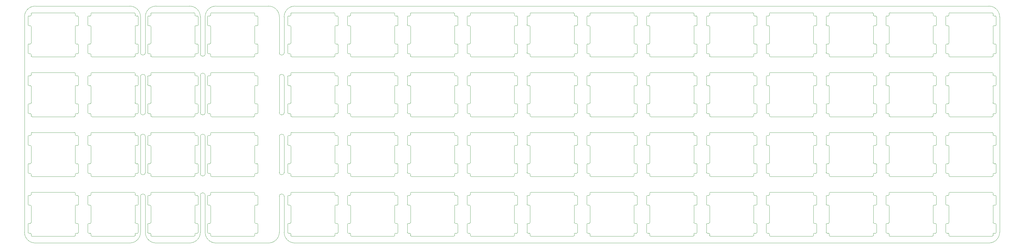
<source format=gbr>
G04 #@! TF.GenerationSoftware,KiCad,Pcbnew,(5.1.2-1)-1*
G04 #@! TF.CreationDate,2020-06-05T15:40:25-05:00*
G04 #@! TF.ProjectId,therick48.16SP_top_plate,74686572-6963-46b3-9438-2e313653505f,rev?*
G04 #@! TF.SameCoordinates,Original*
G04 #@! TF.FileFunction,Profile,NP*
%FSLAX46Y46*%
G04 Gerber Fmt 4.6, Leading zero omitted, Abs format (unit mm)*
G04 Created by KiCad (PCBNEW (5.1.2-1)-1) date 2020-06-05 15:40:25*
%MOMM*%
%LPD*%
G04 APERTURE LIST*
%ADD10C,0.050000*%
%ADD11C,0.100000*%
G04 APERTURE END LIST*
D10*
X52439991Y-117800000D02*
X82459662Y-117800030D01*
X101459612Y-117800030D02*
X90819430Y-117799578D01*
X126539658Y-117799699D02*
X109819380Y-117799578D01*
X52439991Y-42560000D02*
X82460114Y-42560000D01*
X90819882Y-42559548D02*
X101460064Y-42560000D01*
X109819832Y-42559548D02*
X126539998Y-42560000D01*
X104879724Y-64599830D02*
G75*
G02X106399720Y-64599830I759998J0D01*
G01*
X104879724Y-64599830D02*
X104879724Y-76379799D01*
X106399720Y-64599830D02*
X106399720Y-76379799D01*
X106399720Y-76379799D02*
G75*
G02X104879724Y-76379799I-759998J0D01*
G01*
X85879774Y-64979829D02*
G75*
G02X87399770Y-64979829I759998J0D01*
G01*
X85879771Y-64979829D02*
X85879774Y-76379799D01*
X87399770Y-64979829D02*
X87399770Y-76379799D01*
X87399770Y-76379799D02*
G75*
G02X85879774Y-76379799I-759998J0D01*
G01*
X85879774Y-83979779D02*
G75*
G02X87399770Y-83979779I759998J0D01*
G01*
X85879771Y-83979779D02*
X85879774Y-95379749D01*
X87399770Y-83979779D02*
X87399770Y-95379749D01*
X87399770Y-95379749D02*
G75*
G02X85879774Y-95379749I-759998J0D01*
G01*
X104879724Y-83979779D02*
G75*
G02X106399720Y-83979779I759998J0D01*
G01*
X104879721Y-83979779D02*
X104879724Y-95759748D01*
X106399720Y-83979779D02*
X106399720Y-95759748D01*
X106399720Y-95759748D02*
G75*
G02X104879724Y-95759748I-759998J0D01*
G01*
X129959658Y-102979729D02*
G75*
G02X131479654Y-102979729I759998J0D01*
G01*
X131479654Y-95379749D02*
G75*
G02X129959658Y-95379749I-759998J0D01*
G01*
X104879384Y-102599730D02*
G75*
G02X106399380Y-102599730I759998J0D01*
G01*
X104879378Y-114379578D02*
X104879724Y-102599730D01*
X106399380Y-114379578D02*
X106399720Y-102599730D01*
X85879434Y-102979729D02*
G75*
G02X87399430Y-102979729I759998J0D01*
G01*
X85879428Y-114379578D02*
X85879434Y-102979729D01*
X87399430Y-114379578D02*
X87399430Y-102979729D01*
X87400110Y-57379999D02*
G75*
G02X85880114Y-57379999I-759998J0D01*
G01*
X87399882Y-45979548D02*
X87400116Y-57379999D01*
X85880114Y-45980000D02*
X85880114Y-57379999D01*
X106399720Y-57759877D02*
G75*
G02X104879724Y-57759877I-759998J0D01*
G01*
X106399832Y-45979548D02*
X106399726Y-57759877D01*
X104880064Y-45980000D02*
X104879724Y-57759877D01*
X129959658Y-83979779D02*
G75*
G02X131479654Y-83979779I759998J0D01*
G01*
X131479654Y-76379799D02*
G75*
G02X129959658Y-76379799I-759998J0D01*
G01*
X129959658Y-64979829D02*
G75*
G02X131479654Y-64979829I759998J0D01*
G01*
X131479994Y-57379999D02*
G75*
G02X129959998Y-57379999I-759998J0D01*
G01*
X104879612Y-114380030D02*
G75*
G02X101459612Y-117800030I-3420000J0D01*
G01*
X109819380Y-117799578D02*
G75*
G02X106399380Y-114379578I0J3420000D01*
G01*
X85879662Y-114380030D02*
G75*
G02X82459662Y-117800030I-3420000J0D01*
G01*
X90819430Y-117799578D02*
G75*
G02X87399430Y-114379578I0J3420000D01*
G01*
X87399882Y-45979548D02*
G75*
G02X90819882Y-42559548I3420000J0D01*
G01*
X82460114Y-42560000D02*
G75*
G02X85880114Y-45980000I0J-3420000D01*
G01*
X106399832Y-45979548D02*
G75*
G02X109819832Y-42559548I3420000J0D01*
G01*
X101460064Y-42560000D02*
G75*
G02X104880064Y-45980000I0J-3420000D01*
G01*
X358720000Y-114380000D02*
X358720000Y-45980000D01*
X131479654Y-64979829D02*
X131479657Y-76379799D01*
X131479654Y-102979729D02*
X131480000Y-114380000D01*
X129959658Y-102979729D02*
X129959658Y-114379728D01*
X131479654Y-83979779D02*
X131480000Y-95379999D01*
X129959658Y-83979779D02*
X129960001Y-95379999D01*
X129959658Y-64979829D02*
X129959315Y-76379627D01*
X129959998Y-45980000D02*
X129959998Y-57379999D01*
X131480000Y-45980000D02*
X131480000Y-57379999D01*
X49019991Y-114380000D02*
X49019991Y-45980000D01*
X52439991Y-117800000D02*
G75*
G02X49019991Y-114380000I0J3420000D01*
G01*
X49019991Y-45980000D02*
G75*
G02X52439991Y-42560000I3420000J0D01*
G01*
X126539998Y-42560000D02*
G75*
G02X129959998Y-45980000I0J-3420000D01*
G01*
X129959658Y-114379699D02*
G75*
G02X126539658Y-117799699I-3420000J0D01*
G01*
X355300000Y-117800000D02*
X134900000Y-117800000D01*
X134900000Y-42560000D02*
X355300000Y-42560000D01*
X134900000Y-117800000D02*
G75*
G02X131480000Y-114380000I0J3420000D01*
G01*
X131480000Y-45980000D02*
G75*
G02X134900000Y-42560000I3420000J0D01*
G01*
X355300000Y-42560000D02*
G75*
G02X358720000Y-45980000I0J-3420000D01*
G01*
X358720000Y-114380000D02*
G75*
G02X355300000Y-117800000I-3420000J0D01*
G01*
D11*
X356299080Y-115679714D02*
X342899080Y-115679714D01*
X342899080Y-115679714D02*
G75*
G02X342599080Y-115379714I0J300000D01*
G01*
X342599080Y-115379714D02*
X342599080Y-114979714D01*
X342599080Y-101979714D02*
G75*
G02X342899080Y-101679714I300000J0D01*
G01*
X356299080Y-101679714D02*
X342899080Y-101679714D01*
X342599080Y-106079714D02*
X342599080Y-111279714D01*
X342599080Y-102379714D02*
X342599080Y-101979714D01*
X356599080Y-114979714D02*
X356599080Y-115379714D01*
X356299080Y-101679714D02*
G75*
G02X356599080Y-101979714I0J-300000D01*
G01*
X357599080Y-105579714D02*
G75*
G02X357399080Y-105779714I-200000J0D01*
G01*
X356599080Y-106079714D02*
G75*
G02X356899080Y-105779714I300000J0D01*
G01*
X356899080Y-102679714D02*
X357299080Y-102679714D01*
X357599080Y-105579714D02*
X357599080Y-102979714D01*
X357399080Y-105779714D02*
X356899080Y-105779714D01*
X356599080Y-111279714D02*
X356599080Y-106079714D01*
X356599080Y-115379714D02*
G75*
G02X356299080Y-115679714I-300000J0D01*
G01*
X356899080Y-102679714D02*
G75*
G02X356599080Y-102379714I0J300000D01*
G01*
X357299080Y-102679714D02*
G75*
G02X357599080Y-102979714I0J-300000D01*
G01*
X356599080Y-101979714D02*
X356599080Y-102379714D01*
X356899080Y-111579714D02*
G75*
G02X356599080Y-111279714I0J300000D01*
G01*
X357299080Y-111579714D02*
G75*
G02X357599080Y-111879714I0J-300000D01*
G01*
X357399080Y-114679714D02*
X356899080Y-114679714D01*
X357599080Y-114479714D02*
X357599080Y-111879714D01*
X356899080Y-111579714D02*
X357299080Y-111579714D01*
X356599080Y-114979714D02*
G75*
G02X356899080Y-114679714I300000J0D01*
G01*
X357599080Y-114479714D02*
G75*
G02X357399080Y-114679714I-200000J0D01*
G01*
X341599080Y-111779714D02*
G75*
G02X341799080Y-111579714I200000J0D01*
G01*
X342599080Y-111279714D02*
G75*
G02X342299080Y-111579714I-300000J0D01*
G01*
X342299080Y-114679714D02*
X341899080Y-114679714D01*
X341599080Y-111779714D02*
X341599080Y-114379714D01*
X341799080Y-111579714D02*
X342299080Y-111579714D01*
X341899080Y-114679714D02*
G75*
G02X341599080Y-114379714I0J300000D01*
G01*
X342299080Y-114679714D02*
G75*
G02X342599080Y-114979714I0J-300000D01*
G01*
X341799080Y-102679714D02*
X342299080Y-102679714D01*
X342299080Y-105779714D02*
X341899080Y-105779714D01*
X341599080Y-102879714D02*
X341599080Y-105479714D01*
X342599080Y-102379714D02*
G75*
G02X342299080Y-102679714I-300000J0D01*
G01*
X342299080Y-105779714D02*
G75*
G02X342599080Y-106079714I0J-300000D01*
G01*
X341899080Y-105779714D02*
G75*
G02X341599080Y-105479714I0J300000D01*
G01*
X341599080Y-102879714D02*
G75*
G02X341799080Y-102679714I200000J0D01*
G01*
X337299130Y-115679714D02*
X323899130Y-115679714D01*
X323899130Y-115679714D02*
G75*
G02X323599130Y-115379714I0J300000D01*
G01*
X323599130Y-115379714D02*
X323599130Y-114979714D01*
X323599130Y-101979714D02*
G75*
G02X323899130Y-101679714I300000J0D01*
G01*
X337299130Y-101679714D02*
X323899130Y-101679714D01*
X323599130Y-106079714D02*
X323599130Y-111279714D01*
X323599130Y-102379714D02*
X323599130Y-101979714D01*
X337599130Y-114979714D02*
X337599130Y-115379714D01*
X337299130Y-101679714D02*
G75*
G02X337599130Y-101979714I0J-300000D01*
G01*
X338599130Y-105579714D02*
G75*
G02X338399130Y-105779714I-200000J0D01*
G01*
X337599130Y-106079714D02*
G75*
G02X337899130Y-105779714I300000J0D01*
G01*
X337899130Y-102679714D02*
X338299130Y-102679714D01*
X338599130Y-105579714D02*
X338599130Y-102979714D01*
X338399130Y-105779714D02*
X337899130Y-105779714D01*
X337599130Y-111279714D02*
X337599130Y-106079714D01*
X337599130Y-115379714D02*
G75*
G02X337299130Y-115679714I-300000J0D01*
G01*
X337899130Y-102679714D02*
G75*
G02X337599130Y-102379714I0J300000D01*
G01*
X338299130Y-102679714D02*
G75*
G02X338599130Y-102979714I0J-300000D01*
G01*
X337599130Y-101979714D02*
X337599130Y-102379714D01*
X337899130Y-111579714D02*
G75*
G02X337599130Y-111279714I0J300000D01*
G01*
X338299130Y-111579714D02*
G75*
G02X338599130Y-111879714I0J-300000D01*
G01*
X338399130Y-114679714D02*
X337899130Y-114679714D01*
X338599130Y-114479714D02*
X338599130Y-111879714D01*
X337899130Y-111579714D02*
X338299130Y-111579714D01*
X337599130Y-114979714D02*
G75*
G02X337899130Y-114679714I300000J0D01*
G01*
X338599130Y-114479714D02*
G75*
G02X338399130Y-114679714I-200000J0D01*
G01*
X322599130Y-111779714D02*
G75*
G02X322799130Y-111579714I200000J0D01*
G01*
X323599130Y-111279714D02*
G75*
G02X323299130Y-111579714I-300000J0D01*
G01*
X323299130Y-114679714D02*
X322899130Y-114679714D01*
X322599130Y-111779714D02*
X322599130Y-114379714D01*
X322799130Y-111579714D02*
X323299130Y-111579714D01*
X322899130Y-114679714D02*
G75*
G02X322599130Y-114379714I0J300000D01*
G01*
X323299130Y-114679714D02*
G75*
G02X323599130Y-114979714I0J-300000D01*
G01*
X322799130Y-102679714D02*
X323299130Y-102679714D01*
X323299130Y-105779714D02*
X322899130Y-105779714D01*
X322599130Y-102879714D02*
X322599130Y-105479714D01*
X323599130Y-102379714D02*
G75*
G02X323299130Y-102679714I-300000J0D01*
G01*
X323299130Y-105779714D02*
G75*
G02X323599130Y-106079714I0J-300000D01*
G01*
X322899130Y-105779714D02*
G75*
G02X322599130Y-105479714I0J300000D01*
G01*
X322599130Y-102879714D02*
G75*
G02X322799130Y-102679714I200000J0D01*
G01*
X318299180Y-115679714D02*
X304899180Y-115679714D01*
X304899180Y-115679714D02*
G75*
G02X304599180Y-115379714I0J300000D01*
G01*
X304599180Y-115379714D02*
X304599180Y-114979714D01*
X304599180Y-101979714D02*
G75*
G02X304899180Y-101679714I300000J0D01*
G01*
X318299180Y-101679714D02*
X304899180Y-101679714D01*
X304599180Y-106079714D02*
X304599180Y-111279714D01*
X304599180Y-102379714D02*
X304599180Y-101979714D01*
X318599180Y-114979714D02*
X318599180Y-115379714D01*
X318299180Y-101679714D02*
G75*
G02X318599180Y-101979714I0J-300000D01*
G01*
X319599180Y-105579714D02*
G75*
G02X319399180Y-105779714I-200000J0D01*
G01*
X318599180Y-106079714D02*
G75*
G02X318899180Y-105779714I300000J0D01*
G01*
X318899180Y-102679714D02*
X319299180Y-102679714D01*
X319599180Y-105579714D02*
X319599180Y-102979714D01*
X319399180Y-105779714D02*
X318899180Y-105779714D01*
X318599180Y-111279714D02*
X318599180Y-106079714D01*
X318599180Y-115379714D02*
G75*
G02X318299180Y-115679714I-300000J0D01*
G01*
X318899180Y-102679714D02*
G75*
G02X318599180Y-102379714I0J300000D01*
G01*
X319299180Y-102679714D02*
G75*
G02X319599180Y-102979714I0J-300000D01*
G01*
X318599180Y-101979714D02*
X318599180Y-102379714D01*
X318899180Y-111579714D02*
G75*
G02X318599180Y-111279714I0J300000D01*
G01*
X319299180Y-111579714D02*
G75*
G02X319599180Y-111879714I0J-300000D01*
G01*
X319399180Y-114679714D02*
X318899180Y-114679714D01*
X319599180Y-114479714D02*
X319599180Y-111879714D01*
X318899180Y-111579714D02*
X319299180Y-111579714D01*
X318599180Y-114979714D02*
G75*
G02X318899180Y-114679714I300000J0D01*
G01*
X319599180Y-114479714D02*
G75*
G02X319399180Y-114679714I-200000J0D01*
G01*
X303599180Y-111779714D02*
G75*
G02X303799180Y-111579714I200000J0D01*
G01*
X304599180Y-111279714D02*
G75*
G02X304299180Y-111579714I-300000J0D01*
G01*
X304299180Y-114679714D02*
X303899180Y-114679714D01*
X303599180Y-111779714D02*
X303599180Y-114379714D01*
X303799180Y-111579714D02*
X304299180Y-111579714D01*
X303899180Y-114679714D02*
G75*
G02X303599180Y-114379714I0J300000D01*
G01*
X304299180Y-114679714D02*
G75*
G02X304599180Y-114979714I0J-300000D01*
G01*
X303799180Y-102679714D02*
X304299180Y-102679714D01*
X304299180Y-105779714D02*
X303899180Y-105779714D01*
X303599180Y-102879714D02*
X303599180Y-105479714D01*
X304599180Y-102379714D02*
G75*
G02X304299180Y-102679714I-300000J0D01*
G01*
X304299180Y-105779714D02*
G75*
G02X304599180Y-106079714I0J-300000D01*
G01*
X303899180Y-105779714D02*
G75*
G02X303599180Y-105479714I0J300000D01*
G01*
X303599180Y-102879714D02*
G75*
G02X303799180Y-102679714I200000J0D01*
G01*
X299299230Y-115679714D02*
X285899230Y-115679714D01*
X285899230Y-115679714D02*
G75*
G02X285599230Y-115379714I0J300000D01*
G01*
X285599230Y-115379714D02*
X285599230Y-114979714D01*
X285599230Y-101979714D02*
G75*
G02X285899230Y-101679714I300000J0D01*
G01*
X299299230Y-101679714D02*
X285899230Y-101679714D01*
X285599230Y-106079714D02*
X285599230Y-111279714D01*
X285599230Y-102379714D02*
X285599230Y-101979714D01*
X299599230Y-114979714D02*
X299599230Y-115379714D01*
X299299230Y-101679714D02*
G75*
G02X299599230Y-101979714I0J-300000D01*
G01*
X300599230Y-105579714D02*
G75*
G02X300399230Y-105779714I-200000J0D01*
G01*
X299599230Y-106079714D02*
G75*
G02X299899230Y-105779714I300000J0D01*
G01*
X299899230Y-102679714D02*
X300299230Y-102679714D01*
X300599230Y-105579714D02*
X300599230Y-102979714D01*
X300399230Y-105779714D02*
X299899230Y-105779714D01*
X299599230Y-111279714D02*
X299599230Y-106079714D01*
X299599230Y-115379714D02*
G75*
G02X299299230Y-115679714I-300000J0D01*
G01*
X299899230Y-102679714D02*
G75*
G02X299599230Y-102379714I0J300000D01*
G01*
X300299230Y-102679714D02*
G75*
G02X300599230Y-102979714I0J-300000D01*
G01*
X299599230Y-101979714D02*
X299599230Y-102379714D01*
X299899230Y-111579714D02*
G75*
G02X299599230Y-111279714I0J300000D01*
G01*
X300299230Y-111579714D02*
G75*
G02X300599230Y-111879714I0J-300000D01*
G01*
X300399230Y-114679714D02*
X299899230Y-114679714D01*
X300599230Y-114479714D02*
X300599230Y-111879714D01*
X299899230Y-111579714D02*
X300299230Y-111579714D01*
X299599230Y-114979714D02*
G75*
G02X299899230Y-114679714I300000J0D01*
G01*
X300599230Y-114479714D02*
G75*
G02X300399230Y-114679714I-200000J0D01*
G01*
X284599230Y-111779714D02*
G75*
G02X284799230Y-111579714I200000J0D01*
G01*
X285599230Y-111279714D02*
G75*
G02X285299230Y-111579714I-300000J0D01*
G01*
X285299230Y-114679714D02*
X284899230Y-114679714D01*
X284599230Y-111779714D02*
X284599230Y-114379714D01*
X284799230Y-111579714D02*
X285299230Y-111579714D01*
X284899230Y-114679714D02*
G75*
G02X284599230Y-114379714I0J300000D01*
G01*
X285299230Y-114679714D02*
G75*
G02X285599230Y-114979714I0J-300000D01*
G01*
X284799230Y-102679714D02*
X285299230Y-102679714D01*
X285299230Y-105779714D02*
X284899230Y-105779714D01*
X284599230Y-102879714D02*
X284599230Y-105479714D01*
X285599230Y-102379714D02*
G75*
G02X285299230Y-102679714I-300000J0D01*
G01*
X285299230Y-105779714D02*
G75*
G02X285599230Y-106079714I0J-300000D01*
G01*
X284899230Y-105779714D02*
G75*
G02X284599230Y-105479714I0J300000D01*
G01*
X284599230Y-102879714D02*
G75*
G02X284799230Y-102679714I200000J0D01*
G01*
X280299280Y-115679714D02*
X266899280Y-115679714D01*
X266899280Y-115679714D02*
G75*
G02X266599280Y-115379714I0J300000D01*
G01*
X266599280Y-115379714D02*
X266599280Y-114979714D01*
X266599280Y-101979714D02*
G75*
G02X266899280Y-101679714I300000J0D01*
G01*
X280299280Y-101679714D02*
X266899280Y-101679714D01*
X266599280Y-106079714D02*
X266599280Y-111279714D01*
X266599280Y-102379714D02*
X266599280Y-101979714D01*
X280599280Y-114979714D02*
X280599280Y-115379714D01*
X280299280Y-101679714D02*
G75*
G02X280599280Y-101979714I0J-300000D01*
G01*
X281599280Y-105579714D02*
G75*
G02X281399280Y-105779714I-200000J0D01*
G01*
X280599280Y-106079714D02*
G75*
G02X280899280Y-105779714I300000J0D01*
G01*
X280899280Y-102679714D02*
X281299280Y-102679714D01*
X281599280Y-105579714D02*
X281599280Y-102979714D01*
X281399280Y-105779714D02*
X280899280Y-105779714D01*
X280599280Y-111279714D02*
X280599280Y-106079714D01*
X280599280Y-115379714D02*
G75*
G02X280299280Y-115679714I-300000J0D01*
G01*
X280899280Y-102679714D02*
G75*
G02X280599280Y-102379714I0J300000D01*
G01*
X281299280Y-102679714D02*
G75*
G02X281599280Y-102979714I0J-300000D01*
G01*
X280599280Y-101979714D02*
X280599280Y-102379714D01*
X280899280Y-111579714D02*
G75*
G02X280599280Y-111279714I0J300000D01*
G01*
X281299280Y-111579714D02*
G75*
G02X281599280Y-111879714I0J-300000D01*
G01*
X281399280Y-114679714D02*
X280899280Y-114679714D01*
X281599280Y-114479714D02*
X281599280Y-111879714D01*
X280899280Y-111579714D02*
X281299280Y-111579714D01*
X280599280Y-114979714D02*
G75*
G02X280899280Y-114679714I300000J0D01*
G01*
X281599280Y-114479714D02*
G75*
G02X281399280Y-114679714I-200000J0D01*
G01*
X265599280Y-111779714D02*
G75*
G02X265799280Y-111579714I200000J0D01*
G01*
X266599280Y-111279714D02*
G75*
G02X266299280Y-111579714I-300000J0D01*
G01*
X266299280Y-114679714D02*
X265899280Y-114679714D01*
X265599280Y-111779714D02*
X265599280Y-114379714D01*
X265799280Y-111579714D02*
X266299280Y-111579714D01*
X265899280Y-114679714D02*
G75*
G02X265599280Y-114379714I0J300000D01*
G01*
X266299280Y-114679714D02*
G75*
G02X266599280Y-114979714I0J-300000D01*
G01*
X265799280Y-102679714D02*
X266299280Y-102679714D01*
X266299280Y-105779714D02*
X265899280Y-105779714D01*
X265599280Y-102879714D02*
X265599280Y-105479714D01*
X266599280Y-102379714D02*
G75*
G02X266299280Y-102679714I-300000J0D01*
G01*
X266299280Y-105779714D02*
G75*
G02X266599280Y-106079714I0J-300000D01*
G01*
X265899280Y-105779714D02*
G75*
G02X265599280Y-105479714I0J300000D01*
G01*
X265599280Y-102879714D02*
G75*
G02X265799280Y-102679714I200000J0D01*
G01*
X261299330Y-115679714D02*
X247899330Y-115679714D01*
X247899330Y-115679714D02*
G75*
G02X247599330Y-115379714I0J300000D01*
G01*
X247599330Y-115379714D02*
X247599330Y-114979714D01*
X247599330Y-101979714D02*
G75*
G02X247899330Y-101679714I300000J0D01*
G01*
X261299330Y-101679714D02*
X247899330Y-101679714D01*
X247599330Y-106079714D02*
X247599330Y-111279714D01*
X247599330Y-102379714D02*
X247599330Y-101979714D01*
X261599330Y-114979714D02*
X261599330Y-115379714D01*
X261299330Y-101679714D02*
G75*
G02X261599330Y-101979714I0J-300000D01*
G01*
X262599330Y-105579714D02*
G75*
G02X262399330Y-105779714I-200000J0D01*
G01*
X261599330Y-106079714D02*
G75*
G02X261899330Y-105779714I300000J0D01*
G01*
X261899330Y-102679714D02*
X262299330Y-102679714D01*
X262599330Y-105579714D02*
X262599330Y-102979714D01*
X262399330Y-105779714D02*
X261899330Y-105779714D01*
X261599330Y-111279714D02*
X261599330Y-106079714D01*
X261599330Y-115379714D02*
G75*
G02X261299330Y-115679714I-300000J0D01*
G01*
X261899330Y-102679714D02*
G75*
G02X261599330Y-102379714I0J300000D01*
G01*
X262299330Y-102679714D02*
G75*
G02X262599330Y-102979714I0J-300000D01*
G01*
X261599330Y-101979714D02*
X261599330Y-102379714D01*
X261899330Y-111579714D02*
G75*
G02X261599330Y-111279714I0J300000D01*
G01*
X262299330Y-111579714D02*
G75*
G02X262599330Y-111879714I0J-300000D01*
G01*
X262399330Y-114679714D02*
X261899330Y-114679714D01*
X262599330Y-114479714D02*
X262599330Y-111879714D01*
X261899330Y-111579714D02*
X262299330Y-111579714D01*
X261599330Y-114979714D02*
G75*
G02X261899330Y-114679714I300000J0D01*
G01*
X262599330Y-114479714D02*
G75*
G02X262399330Y-114679714I-200000J0D01*
G01*
X246599330Y-111779714D02*
G75*
G02X246799330Y-111579714I200000J0D01*
G01*
X247599330Y-111279714D02*
G75*
G02X247299330Y-111579714I-300000J0D01*
G01*
X247299330Y-114679714D02*
X246899330Y-114679714D01*
X246599330Y-111779714D02*
X246599330Y-114379714D01*
X246799330Y-111579714D02*
X247299330Y-111579714D01*
X246899330Y-114679714D02*
G75*
G02X246599330Y-114379714I0J300000D01*
G01*
X247299330Y-114679714D02*
G75*
G02X247599330Y-114979714I0J-300000D01*
G01*
X246799330Y-102679714D02*
X247299330Y-102679714D01*
X247299330Y-105779714D02*
X246899330Y-105779714D01*
X246599330Y-102879714D02*
X246599330Y-105479714D01*
X247599330Y-102379714D02*
G75*
G02X247299330Y-102679714I-300000J0D01*
G01*
X247299330Y-105779714D02*
G75*
G02X247599330Y-106079714I0J-300000D01*
G01*
X246899330Y-105779714D02*
G75*
G02X246599330Y-105479714I0J300000D01*
G01*
X246599330Y-102879714D02*
G75*
G02X246799330Y-102679714I200000J0D01*
G01*
X242299380Y-115679714D02*
X228899380Y-115679714D01*
X228899380Y-115679714D02*
G75*
G02X228599380Y-115379714I0J300000D01*
G01*
X228599380Y-115379714D02*
X228599380Y-114979714D01*
X228599380Y-101979714D02*
G75*
G02X228899380Y-101679714I300000J0D01*
G01*
X242299380Y-101679714D02*
X228899380Y-101679714D01*
X228599380Y-106079714D02*
X228599380Y-111279714D01*
X228599380Y-102379714D02*
X228599380Y-101979714D01*
X242599380Y-114979714D02*
X242599380Y-115379714D01*
X242299380Y-101679714D02*
G75*
G02X242599380Y-101979714I0J-300000D01*
G01*
X243599380Y-105579714D02*
G75*
G02X243399380Y-105779714I-200000J0D01*
G01*
X242599380Y-106079714D02*
G75*
G02X242899380Y-105779714I300000J0D01*
G01*
X242899380Y-102679714D02*
X243299380Y-102679714D01*
X243599380Y-105579714D02*
X243599380Y-102979714D01*
X243399380Y-105779714D02*
X242899380Y-105779714D01*
X242599380Y-111279714D02*
X242599380Y-106079714D01*
X242599380Y-115379714D02*
G75*
G02X242299380Y-115679714I-300000J0D01*
G01*
X242899380Y-102679714D02*
G75*
G02X242599380Y-102379714I0J300000D01*
G01*
X243299380Y-102679714D02*
G75*
G02X243599380Y-102979714I0J-300000D01*
G01*
X242599380Y-101979714D02*
X242599380Y-102379714D01*
X242899380Y-111579714D02*
G75*
G02X242599380Y-111279714I0J300000D01*
G01*
X243299380Y-111579714D02*
G75*
G02X243599380Y-111879714I0J-300000D01*
G01*
X243399380Y-114679714D02*
X242899380Y-114679714D01*
X243599380Y-114479714D02*
X243599380Y-111879714D01*
X242899380Y-111579714D02*
X243299380Y-111579714D01*
X242599380Y-114979714D02*
G75*
G02X242899380Y-114679714I300000J0D01*
G01*
X243599380Y-114479714D02*
G75*
G02X243399380Y-114679714I-200000J0D01*
G01*
X227599380Y-111779714D02*
G75*
G02X227799380Y-111579714I200000J0D01*
G01*
X228599380Y-111279714D02*
G75*
G02X228299380Y-111579714I-300000J0D01*
G01*
X228299380Y-114679714D02*
X227899380Y-114679714D01*
X227599380Y-111779714D02*
X227599380Y-114379714D01*
X227799380Y-111579714D02*
X228299380Y-111579714D01*
X227899380Y-114679714D02*
G75*
G02X227599380Y-114379714I0J300000D01*
G01*
X228299380Y-114679714D02*
G75*
G02X228599380Y-114979714I0J-300000D01*
G01*
X227799380Y-102679714D02*
X228299380Y-102679714D01*
X228299380Y-105779714D02*
X227899380Y-105779714D01*
X227599380Y-102879714D02*
X227599380Y-105479714D01*
X228599380Y-102379714D02*
G75*
G02X228299380Y-102679714I-300000J0D01*
G01*
X228299380Y-105779714D02*
G75*
G02X228599380Y-106079714I0J-300000D01*
G01*
X227899380Y-105779714D02*
G75*
G02X227599380Y-105479714I0J300000D01*
G01*
X227599380Y-102879714D02*
G75*
G02X227799380Y-102679714I200000J0D01*
G01*
X223299430Y-115679714D02*
X209899430Y-115679714D01*
X209899430Y-115679714D02*
G75*
G02X209599430Y-115379714I0J300000D01*
G01*
X209599430Y-115379714D02*
X209599430Y-114979714D01*
X209599430Y-101979714D02*
G75*
G02X209899430Y-101679714I300000J0D01*
G01*
X223299430Y-101679714D02*
X209899430Y-101679714D01*
X209599430Y-106079714D02*
X209599430Y-111279714D01*
X209599430Y-102379714D02*
X209599430Y-101979714D01*
X223599430Y-114979714D02*
X223599430Y-115379714D01*
X223299430Y-101679714D02*
G75*
G02X223599430Y-101979714I0J-300000D01*
G01*
X224599430Y-105579714D02*
G75*
G02X224399430Y-105779714I-200000J0D01*
G01*
X223599430Y-106079714D02*
G75*
G02X223899430Y-105779714I300000J0D01*
G01*
X223899430Y-102679714D02*
X224299430Y-102679714D01*
X224599430Y-105579714D02*
X224599430Y-102979714D01*
X224399430Y-105779714D02*
X223899430Y-105779714D01*
X223599430Y-111279714D02*
X223599430Y-106079714D01*
X223599430Y-115379714D02*
G75*
G02X223299430Y-115679714I-300000J0D01*
G01*
X223899430Y-102679714D02*
G75*
G02X223599430Y-102379714I0J300000D01*
G01*
X224299430Y-102679714D02*
G75*
G02X224599430Y-102979714I0J-300000D01*
G01*
X223599430Y-101979714D02*
X223599430Y-102379714D01*
X223899430Y-111579714D02*
G75*
G02X223599430Y-111279714I0J300000D01*
G01*
X224299430Y-111579714D02*
G75*
G02X224599430Y-111879714I0J-300000D01*
G01*
X224399430Y-114679714D02*
X223899430Y-114679714D01*
X224599430Y-114479714D02*
X224599430Y-111879714D01*
X223899430Y-111579714D02*
X224299430Y-111579714D01*
X223599430Y-114979714D02*
G75*
G02X223899430Y-114679714I300000J0D01*
G01*
X224599430Y-114479714D02*
G75*
G02X224399430Y-114679714I-200000J0D01*
G01*
X208599430Y-111779714D02*
G75*
G02X208799430Y-111579714I200000J0D01*
G01*
X209599430Y-111279714D02*
G75*
G02X209299430Y-111579714I-300000J0D01*
G01*
X209299430Y-114679714D02*
X208899430Y-114679714D01*
X208599430Y-111779714D02*
X208599430Y-114379714D01*
X208799430Y-111579714D02*
X209299430Y-111579714D01*
X208899430Y-114679714D02*
G75*
G02X208599430Y-114379714I0J300000D01*
G01*
X209299430Y-114679714D02*
G75*
G02X209599430Y-114979714I0J-300000D01*
G01*
X208799430Y-102679714D02*
X209299430Y-102679714D01*
X209299430Y-105779714D02*
X208899430Y-105779714D01*
X208599430Y-102879714D02*
X208599430Y-105479714D01*
X209599430Y-102379714D02*
G75*
G02X209299430Y-102679714I-300000J0D01*
G01*
X209299430Y-105779714D02*
G75*
G02X209599430Y-106079714I0J-300000D01*
G01*
X208899430Y-105779714D02*
G75*
G02X208599430Y-105479714I0J300000D01*
G01*
X208599430Y-102879714D02*
G75*
G02X208799430Y-102679714I200000J0D01*
G01*
X204299480Y-115679714D02*
X190899480Y-115679714D01*
X190899480Y-115679714D02*
G75*
G02X190599480Y-115379714I0J300000D01*
G01*
X190599480Y-115379714D02*
X190599480Y-114979714D01*
X190599480Y-101979714D02*
G75*
G02X190899480Y-101679714I300000J0D01*
G01*
X204299480Y-101679714D02*
X190899480Y-101679714D01*
X190599480Y-106079714D02*
X190599480Y-111279714D01*
X190599480Y-102379714D02*
X190599480Y-101979714D01*
X204599480Y-114979714D02*
X204599480Y-115379714D01*
X204299480Y-101679714D02*
G75*
G02X204599480Y-101979714I0J-300000D01*
G01*
X205599480Y-105579714D02*
G75*
G02X205399480Y-105779714I-200000J0D01*
G01*
X204599480Y-106079714D02*
G75*
G02X204899480Y-105779714I300000J0D01*
G01*
X204899480Y-102679714D02*
X205299480Y-102679714D01*
X205599480Y-105579714D02*
X205599480Y-102979714D01*
X205399480Y-105779714D02*
X204899480Y-105779714D01*
X204599480Y-111279714D02*
X204599480Y-106079714D01*
X204599480Y-115379714D02*
G75*
G02X204299480Y-115679714I-300000J0D01*
G01*
X204899480Y-102679714D02*
G75*
G02X204599480Y-102379714I0J300000D01*
G01*
X205299480Y-102679714D02*
G75*
G02X205599480Y-102979714I0J-300000D01*
G01*
X204599480Y-101979714D02*
X204599480Y-102379714D01*
X204899480Y-111579714D02*
G75*
G02X204599480Y-111279714I0J300000D01*
G01*
X205299480Y-111579714D02*
G75*
G02X205599480Y-111879714I0J-300000D01*
G01*
X205399480Y-114679714D02*
X204899480Y-114679714D01*
X205599480Y-114479714D02*
X205599480Y-111879714D01*
X204899480Y-111579714D02*
X205299480Y-111579714D01*
X204599480Y-114979714D02*
G75*
G02X204899480Y-114679714I300000J0D01*
G01*
X205599480Y-114479714D02*
G75*
G02X205399480Y-114679714I-200000J0D01*
G01*
X189599480Y-111779714D02*
G75*
G02X189799480Y-111579714I200000J0D01*
G01*
X190599480Y-111279714D02*
G75*
G02X190299480Y-111579714I-300000J0D01*
G01*
X190299480Y-114679714D02*
X189899480Y-114679714D01*
X189599480Y-111779714D02*
X189599480Y-114379714D01*
X189799480Y-111579714D02*
X190299480Y-111579714D01*
X189899480Y-114679714D02*
G75*
G02X189599480Y-114379714I0J300000D01*
G01*
X190299480Y-114679714D02*
G75*
G02X190599480Y-114979714I0J-300000D01*
G01*
X189799480Y-102679714D02*
X190299480Y-102679714D01*
X190299480Y-105779714D02*
X189899480Y-105779714D01*
X189599480Y-102879714D02*
X189599480Y-105479714D01*
X190599480Y-102379714D02*
G75*
G02X190299480Y-102679714I-300000J0D01*
G01*
X190299480Y-105779714D02*
G75*
G02X190599480Y-106079714I0J-300000D01*
G01*
X189899480Y-105779714D02*
G75*
G02X189599480Y-105479714I0J300000D01*
G01*
X189599480Y-102879714D02*
G75*
G02X189799480Y-102679714I200000J0D01*
G01*
X185299530Y-115679714D02*
X171899530Y-115679714D01*
X171899530Y-115679714D02*
G75*
G02X171599530Y-115379714I0J300000D01*
G01*
X171599530Y-115379714D02*
X171599530Y-114979714D01*
X171599530Y-101979714D02*
G75*
G02X171899530Y-101679714I300000J0D01*
G01*
X185299530Y-101679714D02*
X171899530Y-101679714D01*
X171599530Y-106079714D02*
X171599530Y-111279714D01*
X171599530Y-102379714D02*
X171599530Y-101979714D01*
X185599530Y-114979714D02*
X185599530Y-115379714D01*
X185299530Y-101679714D02*
G75*
G02X185599530Y-101979714I0J-300000D01*
G01*
X186599530Y-105579714D02*
G75*
G02X186399530Y-105779714I-200000J0D01*
G01*
X185599530Y-106079714D02*
G75*
G02X185899530Y-105779714I300000J0D01*
G01*
X185899530Y-102679714D02*
X186299530Y-102679714D01*
X186599530Y-105579714D02*
X186599530Y-102979714D01*
X186399530Y-105779714D02*
X185899530Y-105779714D01*
X185599530Y-111279714D02*
X185599530Y-106079714D01*
X185599530Y-115379714D02*
G75*
G02X185299530Y-115679714I-300000J0D01*
G01*
X185899530Y-102679714D02*
G75*
G02X185599530Y-102379714I0J300000D01*
G01*
X186299530Y-102679714D02*
G75*
G02X186599530Y-102979714I0J-300000D01*
G01*
X185599530Y-101979714D02*
X185599530Y-102379714D01*
X185899530Y-111579714D02*
G75*
G02X185599530Y-111279714I0J300000D01*
G01*
X186299530Y-111579714D02*
G75*
G02X186599530Y-111879714I0J-300000D01*
G01*
X186399530Y-114679714D02*
X185899530Y-114679714D01*
X186599530Y-114479714D02*
X186599530Y-111879714D01*
X185899530Y-111579714D02*
X186299530Y-111579714D01*
X185599530Y-114979714D02*
G75*
G02X185899530Y-114679714I300000J0D01*
G01*
X186599530Y-114479714D02*
G75*
G02X186399530Y-114679714I-200000J0D01*
G01*
X170599530Y-111779714D02*
G75*
G02X170799530Y-111579714I200000J0D01*
G01*
X171599530Y-111279714D02*
G75*
G02X171299530Y-111579714I-300000J0D01*
G01*
X171299530Y-114679714D02*
X170899530Y-114679714D01*
X170599530Y-111779714D02*
X170599530Y-114379714D01*
X170799530Y-111579714D02*
X171299530Y-111579714D01*
X170899530Y-114679714D02*
G75*
G02X170599530Y-114379714I0J300000D01*
G01*
X171299530Y-114679714D02*
G75*
G02X171599530Y-114979714I0J-300000D01*
G01*
X170799530Y-102679714D02*
X171299530Y-102679714D01*
X171299530Y-105779714D02*
X170899530Y-105779714D01*
X170599530Y-102879714D02*
X170599530Y-105479714D01*
X171599530Y-102379714D02*
G75*
G02X171299530Y-102679714I-300000J0D01*
G01*
X171299530Y-105779714D02*
G75*
G02X171599530Y-106079714I0J-300000D01*
G01*
X170899530Y-105779714D02*
G75*
G02X170599530Y-105479714I0J300000D01*
G01*
X170599530Y-102879714D02*
G75*
G02X170799530Y-102679714I200000J0D01*
G01*
X166299580Y-115679714D02*
X152899580Y-115679714D01*
X152899580Y-115679714D02*
G75*
G02X152599580Y-115379714I0J300000D01*
G01*
X152599580Y-115379714D02*
X152599580Y-114979714D01*
X152599580Y-101979714D02*
G75*
G02X152899580Y-101679714I300000J0D01*
G01*
X166299580Y-101679714D02*
X152899580Y-101679714D01*
X152599580Y-106079714D02*
X152599580Y-111279714D01*
X152599580Y-102379714D02*
X152599580Y-101979714D01*
X166599580Y-114979714D02*
X166599580Y-115379714D01*
X166299580Y-101679714D02*
G75*
G02X166599580Y-101979714I0J-300000D01*
G01*
X167599580Y-105579714D02*
G75*
G02X167399580Y-105779714I-200000J0D01*
G01*
X166599580Y-106079714D02*
G75*
G02X166899580Y-105779714I300000J0D01*
G01*
X166899580Y-102679714D02*
X167299580Y-102679714D01*
X167599580Y-105579714D02*
X167599580Y-102979714D01*
X167399580Y-105779714D02*
X166899580Y-105779714D01*
X166599580Y-111279714D02*
X166599580Y-106079714D01*
X166599580Y-115379714D02*
G75*
G02X166299580Y-115679714I-300000J0D01*
G01*
X166899580Y-102679714D02*
G75*
G02X166599580Y-102379714I0J300000D01*
G01*
X167299580Y-102679714D02*
G75*
G02X167599580Y-102979714I0J-300000D01*
G01*
X166599580Y-101979714D02*
X166599580Y-102379714D01*
X166899580Y-111579714D02*
G75*
G02X166599580Y-111279714I0J300000D01*
G01*
X167299580Y-111579714D02*
G75*
G02X167599580Y-111879714I0J-300000D01*
G01*
X167399580Y-114679714D02*
X166899580Y-114679714D01*
X167599580Y-114479714D02*
X167599580Y-111879714D01*
X166899580Y-111579714D02*
X167299580Y-111579714D01*
X166599580Y-114979714D02*
G75*
G02X166899580Y-114679714I300000J0D01*
G01*
X167599580Y-114479714D02*
G75*
G02X167399580Y-114679714I-200000J0D01*
G01*
X151599580Y-111779714D02*
G75*
G02X151799580Y-111579714I200000J0D01*
G01*
X152599580Y-111279714D02*
G75*
G02X152299580Y-111579714I-300000J0D01*
G01*
X152299580Y-114679714D02*
X151899580Y-114679714D01*
X151599580Y-111779714D02*
X151599580Y-114379714D01*
X151799580Y-111579714D02*
X152299580Y-111579714D01*
X151899580Y-114679714D02*
G75*
G02X151599580Y-114379714I0J300000D01*
G01*
X152299580Y-114679714D02*
G75*
G02X152599580Y-114979714I0J-300000D01*
G01*
X151799580Y-102679714D02*
X152299580Y-102679714D01*
X152299580Y-105779714D02*
X151899580Y-105779714D01*
X151599580Y-102879714D02*
X151599580Y-105479714D01*
X152599580Y-102379714D02*
G75*
G02X152299580Y-102679714I-300000J0D01*
G01*
X152299580Y-105779714D02*
G75*
G02X152599580Y-106079714I0J-300000D01*
G01*
X151899580Y-105779714D02*
G75*
G02X151599580Y-105479714I0J300000D01*
G01*
X151599580Y-102879714D02*
G75*
G02X151799580Y-102679714I200000J0D01*
G01*
X147299630Y-115679714D02*
X133899630Y-115679714D01*
X133899630Y-115679714D02*
G75*
G02X133599630Y-115379714I0J300000D01*
G01*
X133599630Y-115379714D02*
X133599630Y-114979714D01*
X133599630Y-101979714D02*
G75*
G02X133899630Y-101679714I300000J0D01*
G01*
X147299630Y-101679714D02*
X133899630Y-101679714D01*
X133599630Y-106079714D02*
X133599630Y-111279714D01*
X133599630Y-102379714D02*
X133599630Y-101979714D01*
X147599630Y-114979714D02*
X147599630Y-115379714D01*
X147299630Y-101679714D02*
G75*
G02X147599630Y-101979714I0J-300000D01*
G01*
X148599630Y-105579714D02*
G75*
G02X148399630Y-105779714I-200000J0D01*
G01*
X147599630Y-106079714D02*
G75*
G02X147899630Y-105779714I300000J0D01*
G01*
X147899630Y-102679714D02*
X148299630Y-102679714D01*
X148599630Y-105579714D02*
X148599630Y-102979714D01*
X148399630Y-105779714D02*
X147899630Y-105779714D01*
X147599630Y-111279714D02*
X147599630Y-106079714D01*
X147599630Y-115379714D02*
G75*
G02X147299630Y-115679714I-300000J0D01*
G01*
X147899630Y-102679714D02*
G75*
G02X147599630Y-102379714I0J300000D01*
G01*
X148299630Y-102679714D02*
G75*
G02X148599630Y-102979714I0J-300000D01*
G01*
X147599630Y-101979714D02*
X147599630Y-102379714D01*
X147899630Y-111579714D02*
G75*
G02X147599630Y-111279714I0J300000D01*
G01*
X148299630Y-111579714D02*
G75*
G02X148599630Y-111879714I0J-300000D01*
G01*
X148399630Y-114679714D02*
X147899630Y-114679714D01*
X148599630Y-114479714D02*
X148599630Y-111879714D01*
X147899630Y-111579714D02*
X148299630Y-111579714D01*
X147599630Y-114979714D02*
G75*
G02X147899630Y-114679714I300000J0D01*
G01*
X148599630Y-114479714D02*
G75*
G02X148399630Y-114679714I-200000J0D01*
G01*
X132599630Y-111779714D02*
G75*
G02X132799630Y-111579714I200000J0D01*
G01*
X133599630Y-111279714D02*
G75*
G02X133299630Y-111579714I-300000J0D01*
G01*
X133299630Y-114679714D02*
X132899630Y-114679714D01*
X132599630Y-111779714D02*
X132599630Y-114379714D01*
X132799630Y-111579714D02*
X133299630Y-111579714D01*
X132899630Y-114679714D02*
G75*
G02X132599630Y-114379714I0J300000D01*
G01*
X133299630Y-114679714D02*
G75*
G02X133599630Y-114979714I0J-300000D01*
G01*
X132799630Y-102679714D02*
X133299630Y-102679714D01*
X133299630Y-105779714D02*
X132899630Y-105779714D01*
X132599630Y-102879714D02*
X132599630Y-105479714D01*
X133599630Y-102379714D02*
G75*
G02X133299630Y-102679714I-300000J0D01*
G01*
X133299630Y-105779714D02*
G75*
G02X133599630Y-106079714I0J-300000D01*
G01*
X132899630Y-105779714D02*
G75*
G02X132599630Y-105479714I0J300000D01*
G01*
X132599630Y-102879714D02*
G75*
G02X132799630Y-102679714I200000J0D01*
G01*
X356299080Y-96679764D02*
X342899080Y-96679764D01*
X342899080Y-96679764D02*
G75*
G02X342599080Y-96379764I0J300000D01*
G01*
X342599080Y-96379764D02*
X342599080Y-95979764D01*
X342599080Y-82979764D02*
G75*
G02X342899080Y-82679764I300000J0D01*
G01*
X356299080Y-82679764D02*
X342899080Y-82679764D01*
X342599080Y-87079764D02*
X342599080Y-92279764D01*
X342599080Y-83379764D02*
X342599080Y-82979764D01*
X356599080Y-95979764D02*
X356599080Y-96379764D01*
X356299080Y-82679764D02*
G75*
G02X356599080Y-82979764I0J-300000D01*
G01*
X357599080Y-86579764D02*
G75*
G02X357399080Y-86779764I-200000J0D01*
G01*
X356599080Y-87079764D02*
G75*
G02X356899080Y-86779764I300000J0D01*
G01*
X356899080Y-83679764D02*
X357299080Y-83679764D01*
X357599080Y-86579764D02*
X357599080Y-83979764D01*
X357399080Y-86779764D02*
X356899080Y-86779764D01*
X356599080Y-92279764D02*
X356599080Y-87079764D01*
X356599080Y-96379764D02*
G75*
G02X356299080Y-96679764I-300000J0D01*
G01*
X356899080Y-83679764D02*
G75*
G02X356599080Y-83379764I0J300000D01*
G01*
X357299080Y-83679764D02*
G75*
G02X357599080Y-83979764I0J-300000D01*
G01*
X356599080Y-82979764D02*
X356599080Y-83379764D01*
X356899080Y-92579764D02*
G75*
G02X356599080Y-92279764I0J300000D01*
G01*
X357299080Y-92579764D02*
G75*
G02X357599080Y-92879764I0J-300000D01*
G01*
X357399080Y-95679764D02*
X356899080Y-95679764D01*
X357599080Y-95479764D02*
X357599080Y-92879764D01*
X356899080Y-92579764D02*
X357299080Y-92579764D01*
X356599080Y-95979764D02*
G75*
G02X356899080Y-95679764I300000J0D01*
G01*
X357599080Y-95479764D02*
G75*
G02X357399080Y-95679764I-200000J0D01*
G01*
X341599080Y-92779764D02*
G75*
G02X341799080Y-92579764I200000J0D01*
G01*
X342599080Y-92279764D02*
G75*
G02X342299080Y-92579764I-300000J0D01*
G01*
X342299080Y-95679764D02*
X341899080Y-95679764D01*
X341599080Y-92779764D02*
X341599080Y-95379764D01*
X341799080Y-92579764D02*
X342299080Y-92579764D01*
X341899080Y-95679764D02*
G75*
G02X341599080Y-95379764I0J300000D01*
G01*
X342299080Y-95679764D02*
G75*
G02X342599080Y-95979764I0J-300000D01*
G01*
X341799080Y-83679764D02*
X342299080Y-83679764D01*
X342299080Y-86779764D02*
X341899080Y-86779764D01*
X341599080Y-83879764D02*
X341599080Y-86479764D01*
X342599080Y-83379764D02*
G75*
G02X342299080Y-83679764I-300000J0D01*
G01*
X342299080Y-86779764D02*
G75*
G02X342599080Y-87079764I0J-300000D01*
G01*
X341899080Y-86779764D02*
G75*
G02X341599080Y-86479764I0J300000D01*
G01*
X341599080Y-83879764D02*
G75*
G02X341799080Y-83679764I200000J0D01*
G01*
X337299130Y-96679764D02*
X323899130Y-96679764D01*
X323899130Y-96679764D02*
G75*
G02X323599130Y-96379764I0J300000D01*
G01*
X323599130Y-96379764D02*
X323599130Y-95979764D01*
X323599130Y-82979764D02*
G75*
G02X323899130Y-82679764I300000J0D01*
G01*
X337299130Y-82679764D02*
X323899130Y-82679764D01*
X323599130Y-87079764D02*
X323599130Y-92279764D01*
X323599130Y-83379764D02*
X323599130Y-82979764D01*
X337599130Y-95979764D02*
X337599130Y-96379764D01*
X337299130Y-82679764D02*
G75*
G02X337599130Y-82979764I0J-300000D01*
G01*
X338599130Y-86579764D02*
G75*
G02X338399130Y-86779764I-200000J0D01*
G01*
X337599130Y-87079764D02*
G75*
G02X337899130Y-86779764I300000J0D01*
G01*
X337899130Y-83679764D02*
X338299130Y-83679764D01*
X338599130Y-86579764D02*
X338599130Y-83979764D01*
X338399130Y-86779764D02*
X337899130Y-86779764D01*
X337599130Y-92279764D02*
X337599130Y-87079764D01*
X337599130Y-96379764D02*
G75*
G02X337299130Y-96679764I-300000J0D01*
G01*
X337899130Y-83679764D02*
G75*
G02X337599130Y-83379764I0J300000D01*
G01*
X338299130Y-83679764D02*
G75*
G02X338599130Y-83979764I0J-300000D01*
G01*
X337599130Y-82979764D02*
X337599130Y-83379764D01*
X337899130Y-92579764D02*
G75*
G02X337599130Y-92279764I0J300000D01*
G01*
X338299130Y-92579764D02*
G75*
G02X338599130Y-92879764I0J-300000D01*
G01*
X338399130Y-95679764D02*
X337899130Y-95679764D01*
X338599130Y-95479764D02*
X338599130Y-92879764D01*
X337899130Y-92579764D02*
X338299130Y-92579764D01*
X337599130Y-95979764D02*
G75*
G02X337899130Y-95679764I300000J0D01*
G01*
X338599130Y-95479764D02*
G75*
G02X338399130Y-95679764I-200000J0D01*
G01*
X322599130Y-92779764D02*
G75*
G02X322799130Y-92579764I200000J0D01*
G01*
X323599130Y-92279764D02*
G75*
G02X323299130Y-92579764I-300000J0D01*
G01*
X323299130Y-95679764D02*
X322899130Y-95679764D01*
X322599130Y-92779764D02*
X322599130Y-95379764D01*
X322799130Y-92579764D02*
X323299130Y-92579764D01*
X322899130Y-95679764D02*
G75*
G02X322599130Y-95379764I0J300000D01*
G01*
X323299130Y-95679764D02*
G75*
G02X323599130Y-95979764I0J-300000D01*
G01*
X322799130Y-83679764D02*
X323299130Y-83679764D01*
X323299130Y-86779764D02*
X322899130Y-86779764D01*
X322599130Y-83879764D02*
X322599130Y-86479764D01*
X323599130Y-83379764D02*
G75*
G02X323299130Y-83679764I-300000J0D01*
G01*
X323299130Y-86779764D02*
G75*
G02X323599130Y-87079764I0J-300000D01*
G01*
X322899130Y-86779764D02*
G75*
G02X322599130Y-86479764I0J300000D01*
G01*
X322599130Y-83879764D02*
G75*
G02X322799130Y-83679764I200000J0D01*
G01*
X318299180Y-96679764D02*
X304899180Y-96679764D01*
X304899180Y-96679764D02*
G75*
G02X304599180Y-96379764I0J300000D01*
G01*
X304599180Y-96379764D02*
X304599180Y-95979764D01*
X304599180Y-82979764D02*
G75*
G02X304899180Y-82679764I300000J0D01*
G01*
X318299180Y-82679764D02*
X304899180Y-82679764D01*
X304599180Y-87079764D02*
X304599180Y-92279764D01*
X304599180Y-83379764D02*
X304599180Y-82979764D01*
X318599180Y-95979764D02*
X318599180Y-96379764D01*
X318299180Y-82679764D02*
G75*
G02X318599180Y-82979764I0J-300000D01*
G01*
X319599180Y-86579764D02*
G75*
G02X319399180Y-86779764I-200000J0D01*
G01*
X318599180Y-87079764D02*
G75*
G02X318899180Y-86779764I300000J0D01*
G01*
X318899180Y-83679764D02*
X319299180Y-83679764D01*
X319599180Y-86579764D02*
X319599180Y-83979764D01*
X319399180Y-86779764D02*
X318899180Y-86779764D01*
X318599180Y-92279764D02*
X318599180Y-87079764D01*
X318599180Y-96379764D02*
G75*
G02X318299180Y-96679764I-300000J0D01*
G01*
X318899180Y-83679764D02*
G75*
G02X318599180Y-83379764I0J300000D01*
G01*
X319299180Y-83679764D02*
G75*
G02X319599180Y-83979764I0J-300000D01*
G01*
X318599180Y-82979764D02*
X318599180Y-83379764D01*
X318899180Y-92579764D02*
G75*
G02X318599180Y-92279764I0J300000D01*
G01*
X319299180Y-92579764D02*
G75*
G02X319599180Y-92879764I0J-300000D01*
G01*
X319399180Y-95679764D02*
X318899180Y-95679764D01*
X319599180Y-95479764D02*
X319599180Y-92879764D01*
X318899180Y-92579764D02*
X319299180Y-92579764D01*
X318599180Y-95979764D02*
G75*
G02X318899180Y-95679764I300000J0D01*
G01*
X319599180Y-95479764D02*
G75*
G02X319399180Y-95679764I-200000J0D01*
G01*
X303599180Y-92779764D02*
G75*
G02X303799180Y-92579764I200000J0D01*
G01*
X304599180Y-92279764D02*
G75*
G02X304299180Y-92579764I-300000J0D01*
G01*
X304299180Y-95679764D02*
X303899180Y-95679764D01*
X303599180Y-92779764D02*
X303599180Y-95379764D01*
X303799180Y-92579764D02*
X304299180Y-92579764D01*
X303899180Y-95679764D02*
G75*
G02X303599180Y-95379764I0J300000D01*
G01*
X304299180Y-95679764D02*
G75*
G02X304599180Y-95979764I0J-300000D01*
G01*
X303799180Y-83679764D02*
X304299180Y-83679764D01*
X304299180Y-86779764D02*
X303899180Y-86779764D01*
X303599180Y-83879764D02*
X303599180Y-86479764D01*
X304599180Y-83379764D02*
G75*
G02X304299180Y-83679764I-300000J0D01*
G01*
X304299180Y-86779764D02*
G75*
G02X304599180Y-87079764I0J-300000D01*
G01*
X303899180Y-86779764D02*
G75*
G02X303599180Y-86479764I0J300000D01*
G01*
X303599180Y-83879764D02*
G75*
G02X303799180Y-83679764I200000J0D01*
G01*
X299299230Y-96679764D02*
X285899230Y-96679764D01*
X285899230Y-96679764D02*
G75*
G02X285599230Y-96379764I0J300000D01*
G01*
X285599230Y-96379764D02*
X285599230Y-95979764D01*
X285599230Y-82979764D02*
G75*
G02X285899230Y-82679764I300000J0D01*
G01*
X299299230Y-82679764D02*
X285899230Y-82679764D01*
X285599230Y-87079764D02*
X285599230Y-92279764D01*
X285599230Y-83379764D02*
X285599230Y-82979764D01*
X299599230Y-95979764D02*
X299599230Y-96379764D01*
X299299230Y-82679764D02*
G75*
G02X299599230Y-82979764I0J-300000D01*
G01*
X300599230Y-86579764D02*
G75*
G02X300399230Y-86779764I-200000J0D01*
G01*
X299599230Y-87079764D02*
G75*
G02X299899230Y-86779764I300000J0D01*
G01*
X299899230Y-83679764D02*
X300299230Y-83679764D01*
X300599230Y-86579764D02*
X300599230Y-83979764D01*
X300399230Y-86779764D02*
X299899230Y-86779764D01*
X299599230Y-92279764D02*
X299599230Y-87079764D01*
X299599230Y-96379764D02*
G75*
G02X299299230Y-96679764I-300000J0D01*
G01*
X299899230Y-83679764D02*
G75*
G02X299599230Y-83379764I0J300000D01*
G01*
X300299230Y-83679764D02*
G75*
G02X300599230Y-83979764I0J-300000D01*
G01*
X299599230Y-82979764D02*
X299599230Y-83379764D01*
X299899230Y-92579764D02*
G75*
G02X299599230Y-92279764I0J300000D01*
G01*
X300299230Y-92579764D02*
G75*
G02X300599230Y-92879764I0J-300000D01*
G01*
X300399230Y-95679764D02*
X299899230Y-95679764D01*
X300599230Y-95479764D02*
X300599230Y-92879764D01*
X299899230Y-92579764D02*
X300299230Y-92579764D01*
X299599230Y-95979764D02*
G75*
G02X299899230Y-95679764I300000J0D01*
G01*
X300599230Y-95479764D02*
G75*
G02X300399230Y-95679764I-200000J0D01*
G01*
X284599230Y-92779764D02*
G75*
G02X284799230Y-92579764I200000J0D01*
G01*
X285599230Y-92279764D02*
G75*
G02X285299230Y-92579764I-300000J0D01*
G01*
X285299230Y-95679764D02*
X284899230Y-95679764D01*
X284599230Y-92779764D02*
X284599230Y-95379764D01*
X284799230Y-92579764D02*
X285299230Y-92579764D01*
X284899230Y-95679764D02*
G75*
G02X284599230Y-95379764I0J300000D01*
G01*
X285299230Y-95679764D02*
G75*
G02X285599230Y-95979764I0J-300000D01*
G01*
X284799230Y-83679764D02*
X285299230Y-83679764D01*
X285299230Y-86779764D02*
X284899230Y-86779764D01*
X284599230Y-83879764D02*
X284599230Y-86479764D01*
X285599230Y-83379764D02*
G75*
G02X285299230Y-83679764I-300000J0D01*
G01*
X285299230Y-86779764D02*
G75*
G02X285599230Y-87079764I0J-300000D01*
G01*
X284899230Y-86779764D02*
G75*
G02X284599230Y-86479764I0J300000D01*
G01*
X284599230Y-83879764D02*
G75*
G02X284799230Y-83679764I200000J0D01*
G01*
X280299280Y-96679764D02*
X266899280Y-96679764D01*
X266899280Y-96679764D02*
G75*
G02X266599280Y-96379764I0J300000D01*
G01*
X266599280Y-96379764D02*
X266599280Y-95979764D01*
X266599280Y-82979764D02*
G75*
G02X266899280Y-82679764I300000J0D01*
G01*
X280299280Y-82679764D02*
X266899280Y-82679764D01*
X266599280Y-87079764D02*
X266599280Y-92279764D01*
X266599280Y-83379764D02*
X266599280Y-82979764D01*
X280599280Y-95979764D02*
X280599280Y-96379764D01*
X280299280Y-82679764D02*
G75*
G02X280599280Y-82979764I0J-300000D01*
G01*
X281599280Y-86579764D02*
G75*
G02X281399280Y-86779764I-200000J0D01*
G01*
X280599280Y-87079764D02*
G75*
G02X280899280Y-86779764I300000J0D01*
G01*
X280899280Y-83679764D02*
X281299280Y-83679764D01*
X281599280Y-86579764D02*
X281599280Y-83979764D01*
X281399280Y-86779764D02*
X280899280Y-86779764D01*
X280599280Y-92279764D02*
X280599280Y-87079764D01*
X280599280Y-96379764D02*
G75*
G02X280299280Y-96679764I-300000J0D01*
G01*
X280899280Y-83679764D02*
G75*
G02X280599280Y-83379764I0J300000D01*
G01*
X281299280Y-83679764D02*
G75*
G02X281599280Y-83979764I0J-300000D01*
G01*
X280599280Y-82979764D02*
X280599280Y-83379764D01*
X280899280Y-92579764D02*
G75*
G02X280599280Y-92279764I0J300000D01*
G01*
X281299280Y-92579764D02*
G75*
G02X281599280Y-92879764I0J-300000D01*
G01*
X281399280Y-95679764D02*
X280899280Y-95679764D01*
X281599280Y-95479764D02*
X281599280Y-92879764D01*
X280899280Y-92579764D02*
X281299280Y-92579764D01*
X280599280Y-95979764D02*
G75*
G02X280899280Y-95679764I300000J0D01*
G01*
X281599280Y-95479764D02*
G75*
G02X281399280Y-95679764I-200000J0D01*
G01*
X265599280Y-92779764D02*
G75*
G02X265799280Y-92579764I200000J0D01*
G01*
X266599280Y-92279764D02*
G75*
G02X266299280Y-92579764I-300000J0D01*
G01*
X266299280Y-95679764D02*
X265899280Y-95679764D01*
X265599280Y-92779764D02*
X265599280Y-95379764D01*
X265799280Y-92579764D02*
X266299280Y-92579764D01*
X265899280Y-95679764D02*
G75*
G02X265599280Y-95379764I0J300000D01*
G01*
X266299280Y-95679764D02*
G75*
G02X266599280Y-95979764I0J-300000D01*
G01*
X265799280Y-83679764D02*
X266299280Y-83679764D01*
X266299280Y-86779764D02*
X265899280Y-86779764D01*
X265599280Y-83879764D02*
X265599280Y-86479764D01*
X266599280Y-83379764D02*
G75*
G02X266299280Y-83679764I-300000J0D01*
G01*
X266299280Y-86779764D02*
G75*
G02X266599280Y-87079764I0J-300000D01*
G01*
X265899280Y-86779764D02*
G75*
G02X265599280Y-86479764I0J300000D01*
G01*
X265599280Y-83879764D02*
G75*
G02X265799280Y-83679764I200000J0D01*
G01*
X261299330Y-96679764D02*
X247899330Y-96679764D01*
X247899330Y-96679764D02*
G75*
G02X247599330Y-96379764I0J300000D01*
G01*
X247599330Y-96379764D02*
X247599330Y-95979764D01*
X247599330Y-82979764D02*
G75*
G02X247899330Y-82679764I300000J0D01*
G01*
X261299330Y-82679764D02*
X247899330Y-82679764D01*
X247599330Y-87079764D02*
X247599330Y-92279764D01*
X247599330Y-83379764D02*
X247599330Y-82979764D01*
X261599330Y-95979764D02*
X261599330Y-96379764D01*
X261299330Y-82679764D02*
G75*
G02X261599330Y-82979764I0J-300000D01*
G01*
X262599330Y-86579764D02*
G75*
G02X262399330Y-86779764I-200000J0D01*
G01*
X261599330Y-87079764D02*
G75*
G02X261899330Y-86779764I300000J0D01*
G01*
X261899330Y-83679764D02*
X262299330Y-83679764D01*
X262599330Y-86579764D02*
X262599330Y-83979764D01*
X262399330Y-86779764D02*
X261899330Y-86779764D01*
X261599330Y-92279764D02*
X261599330Y-87079764D01*
X261599330Y-96379764D02*
G75*
G02X261299330Y-96679764I-300000J0D01*
G01*
X261899330Y-83679764D02*
G75*
G02X261599330Y-83379764I0J300000D01*
G01*
X262299330Y-83679764D02*
G75*
G02X262599330Y-83979764I0J-300000D01*
G01*
X261599330Y-82979764D02*
X261599330Y-83379764D01*
X261899330Y-92579764D02*
G75*
G02X261599330Y-92279764I0J300000D01*
G01*
X262299330Y-92579764D02*
G75*
G02X262599330Y-92879764I0J-300000D01*
G01*
X262399330Y-95679764D02*
X261899330Y-95679764D01*
X262599330Y-95479764D02*
X262599330Y-92879764D01*
X261899330Y-92579764D02*
X262299330Y-92579764D01*
X261599330Y-95979764D02*
G75*
G02X261899330Y-95679764I300000J0D01*
G01*
X262599330Y-95479764D02*
G75*
G02X262399330Y-95679764I-200000J0D01*
G01*
X246599330Y-92779764D02*
G75*
G02X246799330Y-92579764I200000J0D01*
G01*
X247599330Y-92279764D02*
G75*
G02X247299330Y-92579764I-300000J0D01*
G01*
X247299330Y-95679764D02*
X246899330Y-95679764D01*
X246599330Y-92779764D02*
X246599330Y-95379764D01*
X246799330Y-92579764D02*
X247299330Y-92579764D01*
X246899330Y-95679764D02*
G75*
G02X246599330Y-95379764I0J300000D01*
G01*
X247299330Y-95679764D02*
G75*
G02X247599330Y-95979764I0J-300000D01*
G01*
X246799330Y-83679764D02*
X247299330Y-83679764D01*
X247299330Y-86779764D02*
X246899330Y-86779764D01*
X246599330Y-83879764D02*
X246599330Y-86479764D01*
X247599330Y-83379764D02*
G75*
G02X247299330Y-83679764I-300000J0D01*
G01*
X247299330Y-86779764D02*
G75*
G02X247599330Y-87079764I0J-300000D01*
G01*
X246899330Y-86779764D02*
G75*
G02X246599330Y-86479764I0J300000D01*
G01*
X246599330Y-83879764D02*
G75*
G02X246799330Y-83679764I200000J0D01*
G01*
X242299380Y-96679764D02*
X228899380Y-96679764D01*
X228899380Y-96679764D02*
G75*
G02X228599380Y-96379764I0J300000D01*
G01*
X228599380Y-96379764D02*
X228599380Y-95979764D01*
X228599380Y-82979764D02*
G75*
G02X228899380Y-82679764I300000J0D01*
G01*
X242299380Y-82679764D02*
X228899380Y-82679764D01*
X228599380Y-87079764D02*
X228599380Y-92279764D01*
X228599380Y-83379764D02*
X228599380Y-82979764D01*
X242599380Y-95979764D02*
X242599380Y-96379764D01*
X242299380Y-82679764D02*
G75*
G02X242599380Y-82979764I0J-300000D01*
G01*
X243599380Y-86579764D02*
G75*
G02X243399380Y-86779764I-200000J0D01*
G01*
X242599380Y-87079764D02*
G75*
G02X242899380Y-86779764I300000J0D01*
G01*
X242899380Y-83679764D02*
X243299380Y-83679764D01*
X243599380Y-86579764D02*
X243599380Y-83979764D01*
X243399380Y-86779764D02*
X242899380Y-86779764D01*
X242599380Y-92279764D02*
X242599380Y-87079764D01*
X242599380Y-96379764D02*
G75*
G02X242299380Y-96679764I-300000J0D01*
G01*
X242899380Y-83679764D02*
G75*
G02X242599380Y-83379764I0J300000D01*
G01*
X243299380Y-83679764D02*
G75*
G02X243599380Y-83979764I0J-300000D01*
G01*
X242599380Y-82979764D02*
X242599380Y-83379764D01*
X242899380Y-92579764D02*
G75*
G02X242599380Y-92279764I0J300000D01*
G01*
X243299380Y-92579764D02*
G75*
G02X243599380Y-92879764I0J-300000D01*
G01*
X243399380Y-95679764D02*
X242899380Y-95679764D01*
X243599380Y-95479764D02*
X243599380Y-92879764D01*
X242899380Y-92579764D02*
X243299380Y-92579764D01*
X242599380Y-95979764D02*
G75*
G02X242899380Y-95679764I300000J0D01*
G01*
X243599380Y-95479764D02*
G75*
G02X243399380Y-95679764I-200000J0D01*
G01*
X227599380Y-92779764D02*
G75*
G02X227799380Y-92579764I200000J0D01*
G01*
X228599380Y-92279764D02*
G75*
G02X228299380Y-92579764I-300000J0D01*
G01*
X228299380Y-95679764D02*
X227899380Y-95679764D01*
X227599380Y-92779764D02*
X227599380Y-95379764D01*
X227799380Y-92579764D02*
X228299380Y-92579764D01*
X227899380Y-95679764D02*
G75*
G02X227599380Y-95379764I0J300000D01*
G01*
X228299380Y-95679764D02*
G75*
G02X228599380Y-95979764I0J-300000D01*
G01*
X227799380Y-83679764D02*
X228299380Y-83679764D01*
X228299380Y-86779764D02*
X227899380Y-86779764D01*
X227599380Y-83879764D02*
X227599380Y-86479764D01*
X228599380Y-83379764D02*
G75*
G02X228299380Y-83679764I-300000J0D01*
G01*
X228299380Y-86779764D02*
G75*
G02X228599380Y-87079764I0J-300000D01*
G01*
X227899380Y-86779764D02*
G75*
G02X227599380Y-86479764I0J300000D01*
G01*
X227599380Y-83879764D02*
G75*
G02X227799380Y-83679764I200000J0D01*
G01*
X223299430Y-96679764D02*
X209899430Y-96679764D01*
X209899430Y-96679764D02*
G75*
G02X209599430Y-96379764I0J300000D01*
G01*
X209599430Y-96379764D02*
X209599430Y-95979764D01*
X209599430Y-82979764D02*
G75*
G02X209899430Y-82679764I300000J0D01*
G01*
X223299430Y-82679764D02*
X209899430Y-82679764D01*
X209599430Y-87079764D02*
X209599430Y-92279764D01*
X209599430Y-83379764D02*
X209599430Y-82979764D01*
X223599430Y-95979764D02*
X223599430Y-96379764D01*
X223299430Y-82679764D02*
G75*
G02X223599430Y-82979764I0J-300000D01*
G01*
X224599430Y-86579764D02*
G75*
G02X224399430Y-86779764I-200000J0D01*
G01*
X223599430Y-87079764D02*
G75*
G02X223899430Y-86779764I300000J0D01*
G01*
X223899430Y-83679764D02*
X224299430Y-83679764D01*
X224599430Y-86579764D02*
X224599430Y-83979764D01*
X224399430Y-86779764D02*
X223899430Y-86779764D01*
X223599430Y-92279764D02*
X223599430Y-87079764D01*
X223599430Y-96379764D02*
G75*
G02X223299430Y-96679764I-300000J0D01*
G01*
X223899430Y-83679764D02*
G75*
G02X223599430Y-83379764I0J300000D01*
G01*
X224299430Y-83679764D02*
G75*
G02X224599430Y-83979764I0J-300000D01*
G01*
X223599430Y-82979764D02*
X223599430Y-83379764D01*
X223899430Y-92579764D02*
G75*
G02X223599430Y-92279764I0J300000D01*
G01*
X224299430Y-92579764D02*
G75*
G02X224599430Y-92879764I0J-300000D01*
G01*
X224399430Y-95679764D02*
X223899430Y-95679764D01*
X224599430Y-95479764D02*
X224599430Y-92879764D01*
X223899430Y-92579764D02*
X224299430Y-92579764D01*
X223599430Y-95979764D02*
G75*
G02X223899430Y-95679764I300000J0D01*
G01*
X224599430Y-95479764D02*
G75*
G02X224399430Y-95679764I-200000J0D01*
G01*
X208599430Y-92779764D02*
G75*
G02X208799430Y-92579764I200000J0D01*
G01*
X209599430Y-92279764D02*
G75*
G02X209299430Y-92579764I-300000J0D01*
G01*
X209299430Y-95679764D02*
X208899430Y-95679764D01*
X208599430Y-92779764D02*
X208599430Y-95379764D01*
X208799430Y-92579764D02*
X209299430Y-92579764D01*
X208899430Y-95679764D02*
G75*
G02X208599430Y-95379764I0J300000D01*
G01*
X209299430Y-95679764D02*
G75*
G02X209599430Y-95979764I0J-300000D01*
G01*
X208799430Y-83679764D02*
X209299430Y-83679764D01*
X209299430Y-86779764D02*
X208899430Y-86779764D01*
X208599430Y-83879764D02*
X208599430Y-86479764D01*
X209599430Y-83379764D02*
G75*
G02X209299430Y-83679764I-300000J0D01*
G01*
X209299430Y-86779764D02*
G75*
G02X209599430Y-87079764I0J-300000D01*
G01*
X208899430Y-86779764D02*
G75*
G02X208599430Y-86479764I0J300000D01*
G01*
X208599430Y-83879764D02*
G75*
G02X208799430Y-83679764I200000J0D01*
G01*
X204299480Y-96679764D02*
X190899480Y-96679764D01*
X190899480Y-96679764D02*
G75*
G02X190599480Y-96379764I0J300000D01*
G01*
X190599480Y-96379764D02*
X190599480Y-95979764D01*
X190599480Y-82979764D02*
G75*
G02X190899480Y-82679764I300000J0D01*
G01*
X204299480Y-82679764D02*
X190899480Y-82679764D01*
X190599480Y-87079764D02*
X190599480Y-92279764D01*
X190599480Y-83379764D02*
X190599480Y-82979764D01*
X204599480Y-95979764D02*
X204599480Y-96379764D01*
X204299480Y-82679764D02*
G75*
G02X204599480Y-82979764I0J-300000D01*
G01*
X205599480Y-86579764D02*
G75*
G02X205399480Y-86779764I-200000J0D01*
G01*
X204599480Y-87079764D02*
G75*
G02X204899480Y-86779764I300000J0D01*
G01*
X204899480Y-83679764D02*
X205299480Y-83679764D01*
X205599480Y-86579764D02*
X205599480Y-83979764D01*
X205399480Y-86779764D02*
X204899480Y-86779764D01*
X204599480Y-92279764D02*
X204599480Y-87079764D01*
X204599480Y-96379764D02*
G75*
G02X204299480Y-96679764I-300000J0D01*
G01*
X204899480Y-83679764D02*
G75*
G02X204599480Y-83379764I0J300000D01*
G01*
X205299480Y-83679764D02*
G75*
G02X205599480Y-83979764I0J-300000D01*
G01*
X204599480Y-82979764D02*
X204599480Y-83379764D01*
X204899480Y-92579764D02*
G75*
G02X204599480Y-92279764I0J300000D01*
G01*
X205299480Y-92579764D02*
G75*
G02X205599480Y-92879764I0J-300000D01*
G01*
X205399480Y-95679764D02*
X204899480Y-95679764D01*
X205599480Y-95479764D02*
X205599480Y-92879764D01*
X204899480Y-92579764D02*
X205299480Y-92579764D01*
X204599480Y-95979764D02*
G75*
G02X204899480Y-95679764I300000J0D01*
G01*
X205599480Y-95479764D02*
G75*
G02X205399480Y-95679764I-200000J0D01*
G01*
X189599480Y-92779764D02*
G75*
G02X189799480Y-92579764I200000J0D01*
G01*
X190599480Y-92279764D02*
G75*
G02X190299480Y-92579764I-300000J0D01*
G01*
X190299480Y-95679764D02*
X189899480Y-95679764D01*
X189599480Y-92779764D02*
X189599480Y-95379764D01*
X189799480Y-92579764D02*
X190299480Y-92579764D01*
X189899480Y-95679764D02*
G75*
G02X189599480Y-95379764I0J300000D01*
G01*
X190299480Y-95679764D02*
G75*
G02X190599480Y-95979764I0J-300000D01*
G01*
X189799480Y-83679764D02*
X190299480Y-83679764D01*
X190299480Y-86779764D02*
X189899480Y-86779764D01*
X189599480Y-83879764D02*
X189599480Y-86479764D01*
X190599480Y-83379764D02*
G75*
G02X190299480Y-83679764I-300000J0D01*
G01*
X190299480Y-86779764D02*
G75*
G02X190599480Y-87079764I0J-300000D01*
G01*
X189899480Y-86779764D02*
G75*
G02X189599480Y-86479764I0J300000D01*
G01*
X189599480Y-83879764D02*
G75*
G02X189799480Y-83679764I200000J0D01*
G01*
X185299530Y-96679764D02*
X171899530Y-96679764D01*
X171899530Y-96679764D02*
G75*
G02X171599530Y-96379764I0J300000D01*
G01*
X171599530Y-96379764D02*
X171599530Y-95979764D01*
X171599530Y-82979764D02*
G75*
G02X171899530Y-82679764I300000J0D01*
G01*
X185299530Y-82679764D02*
X171899530Y-82679764D01*
X171599530Y-87079764D02*
X171599530Y-92279764D01*
X171599530Y-83379764D02*
X171599530Y-82979764D01*
X185599530Y-95979764D02*
X185599530Y-96379764D01*
X185299530Y-82679764D02*
G75*
G02X185599530Y-82979764I0J-300000D01*
G01*
X186599530Y-86579764D02*
G75*
G02X186399530Y-86779764I-200000J0D01*
G01*
X185599530Y-87079764D02*
G75*
G02X185899530Y-86779764I300000J0D01*
G01*
X185899530Y-83679764D02*
X186299530Y-83679764D01*
X186599530Y-86579764D02*
X186599530Y-83979764D01*
X186399530Y-86779764D02*
X185899530Y-86779764D01*
X185599530Y-92279764D02*
X185599530Y-87079764D01*
X185599530Y-96379764D02*
G75*
G02X185299530Y-96679764I-300000J0D01*
G01*
X185899530Y-83679764D02*
G75*
G02X185599530Y-83379764I0J300000D01*
G01*
X186299530Y-83679764D02*
G75*
G02X186599530Y-83979764I0J-300000D01*
G01*
X185599530Y-82979764D02*
X185599530Y-83379764D01*
X185899530Y-92579764D02*
G75*
G02X185599530Y-92279764I0J300000D01*
G01*
X186299530Y-92579764D02*
G75*
G02X186599530Y-92879764I0J-300000D01*
G01*
X186399530Y-95679764D02*
X185899530Y-95679764D01*
X186599530Y-95479764D02*
X186599530Y-92879764D01*
X185899530Y-92579764D02*
X186299530Y-92579764D01*
X185599530Y-95979764D02*
G75*
G02X185899530Y-95679764I300000J0D01*
G01*
X186599530Y-95479764D02*
G75*
G02X186399530Y-95679764I-200000J0D01*
G01*
X170599530Y-92779764D02*
G75*
G02X170799530Y-92579764I200000J0D01*
G01*
X171599530Y-92279764D02*
G75*
G02X171299530Y-92579764I-300000J0D01*
G01*
X171299530Y-95679764D02*
X170899530Y-95679764D01*
X170599530Y-92779764D02*
X170599530Y-95379764D01*
X170799530Y-92579764D02*
X171299530Y-92579764D01*
X170899530Y-95679764D02*
G75*
G02X170599530Y-95379764I0J300000D01*
G01*
X171299530Y-95679764D02*
G75*
G02X171599530Y-95979764I0J-300000D01*
G01*
X170799530Y-83679764D02*
X171299530Y-83679764D01*
X171299530Y-86779764D02*
X170899530Y-86779764D01*
X170599530Y-83879764D02*
X170599530Y-86479764D01*
X171599530Y-83379764D02*
G75*
G02X171299530Y-83679764I-300000J0D01*
G01*
X171299530Y-86779764D02*
G75*
G02X171599530Y-87079764I0J-300000D01*
G01*
X170899530Y-86779764D02*
G75*
G02X170599530Y-86479764I0J300000D01*
G01*
X170599530Y-83879764D02*
G75*
G02X170799530Y-83679764I200000J0D01*
G01*
X166299580Y-96679764D02*
X152899580Y-96679764D01*
X152899580Y-96679764D02*
G75*
G02X152599580Y-96379764I0J300000D01*
G01*
X152599580Y-96379764D02*
X152599580Y-95979764D01*
X152599580Y-82979764D02*
G75*
G02X152899580Y-82679764I300000J0D01*
G01*
X166299580Y-82679764D02*
X152899580Y-82679764D01*
X152599580Y-87079764D02*
X152599580Y-92279764D01*
X152599580Y-83379764D02*
X152599580Y-82979764D01*
X166599580Y-95979764D02*
X166599580Y-96379764D01*
X166299580Y-82679764D02*
G75*
G02X166599580Y-82979764I0J-300000D01*
G01*
X167599580Y-86579764D02*
G75*
G02X167399580Y-86779764I-200000J0D01*
G01*
X166599580Y-87079764D02*
G75*
G02X166899580Y-86779764I300000J0D01*
G01*
X166899580Y-83679764D02*
X167299580Y-83679764D01*
X167599580Y-86579764D02*
X167599580Y-83979764D01*
X167399580Y-86779764D02*
X166899580Y-86779764D01*
X166599580Y-92279764D02*
X166599580Y-87079764D01*
X166599580Y-96379764D02*
G75*
G02X166299580Y-96679764I-300000J0D01*
G01*
X166899580Y-83679764D02*
G75*
G02X166599580Y-83379764I0J300000D01*
G01*
X167299580Y-83679764D02*
G75*
G02X167599580Y-83979764I0J-300000D01*
G01*
X166599580Y-82979764D02*
X166599580Y-83379764D01*
X166899580Y-92579764D02*
G75*
G02X166599580Y-92279764I0J300000D01*
G01*
X167299580Y-92579764D02*
G75*
G02X167599580Y-92879764I0J-300000D01*
G01*
X167399580Y-95679764D02*
X166899580Y-95679764D01*
X167599580Y-95479764D02*
X167599580Y-92879764D01*
X166899580Y-92579764D02*
X167299580Y-92579764D01*
X166599580Y-95979764D02*
G75*
G02X166899580Y-95679764I300000J0D01*
G01*
X167599580Y-95479764D02*
G75*
G02X167399580Y-95679764I-200000J0D01*
G01*
X151599580Y-92779764D02*
G75*
G02X151799580Y-92579764I200000J0D01*
G01*
X152599580Y-92279764D02*
G75*
G02X152299580Y-92579764I-300000J0D01*
G01*
X152299580Y-95679764D02*
X151899580Y-95679764D01*
X151599580Y-92779764D02*
X151599580Y-95379764D01*
X151799580Y-92579764D02*
X152299580Y-92579764D01*
X151899580Y-95679764D02*
G75*
G02X151599580Y-95379764I0J300000D01*
G01*
X152299580Y-95679764D02*
G75*
G02X152599580Y-95979764I0J-300000D01*
G01*
X151799580Y-83679764D02*
X152299580Y-83679764D01*
X152299580Y-86779764D02*
X151899580Y-86779764D01*
X151599580Y-83879764D02*
X151599580Y-86479764D01*
X152599580Y-83379764D02*
G75*
G02X152299580Y-83679764I-300000J0D01*
G01*
X152299580Y-86779764D02*
G75*
G02X152599580Y-87079764I0J-300000D01*
G01*
X151899580Y-86779764D02*
G75*
G02X151599580Y-86479764I0J300000D01*
G01*
X151599580Y-83879764D02*
G75*
G02X151799580Y-83679764I200000J0D01*
G01*
X147299630Y-96679764D02*
X133899630Y-96679764D01*
X133899630Y-96679764D02*
G75*
G02X133599630Y-96379764I0J300000D01*
G01*
X133599630Y-96379764D02*
X133599630Y-95979764D01*
X133599630Y-82979764D02*
G75*
G02X133899630Y-82679764I300000J0D01*
G01*
X147299630Y-82679764D02*
X133899630Y-82679764D01*
X133599630Y-87079764D02*
X133599630Y-92279764D01*
X133599630Y-83379764D02*
X133599630Y-82979764D01*
X147599630Y-95979764D02*
X147599630Y-96379764D01*
X147299630Y-82679764D02*
G75*
G02X147599630Y-82979764I0J-300000D01*
G01*
X148599630Y-86579764D02*
G75*
G02X148399630Y-86779764I-200000J0D01*
G01*
X147599630Y-87079764D02*
G75*
G02X147899630Y-86779764I300000J0D01*
G01*
X147899630Y-83679764D02*
X148299630Y-83679764D01*
X148599630Y-86579764D02*
X148599630Y-83979764D01*
X148399630Y-86779764D02*
X147899630Y-86779764D01*
X147599630Y-92279764D02*
X147599630Y-87079764D01*
X147599630Y-96379764D02*
G75*
G02X147299630Y-96679764I-300000J0D01*
G01*
X147899630Y-83679764D02*
G75*
G02X147599630Y-83379764I0J300000D01*
G01*
X148299630Y-83679764D02*
G75*
G02X148599630Y-83979764I0J-300000D01*
G01*
X147599630Y-82979764D02*
X147599630Y-83379764D01*
X147899630Y-92579764D02*
G75*
G02X147599630Y-92279764I0J300000D01*
G01*
X148299630Y-92579764D02*
G75*
G02X148599630Y-92879764I0J-300000D01*
G01*
X148399630Y-95679764D02*
X147899630Y-95679764D01*
X148599630Y-95479764D02*
X148599630Y-92879764D01*
X147899630Y-92579764D02*
X148299630Y-92579764D01*
X147599630Y-95979764D02*
G75*
G02X147899630Y-95679764I300000J0D01*
G01*
X148599630Y-95479764D02*
G75*
G02X148399630Y-95679764I-200000J0D01*
G01*
X132599630Y-92779764D02*
G75*
G02X132799630Y-92579764I200000J0D01*
G01*
X133599630Y-92279764D02*
G75*
G02X133299630Y-92579764I-300000J0D01*
G01*
X133299630Y-95679764D02*
X132899630Y-95679764D01*
X132599630Y-92779764D02*
X132599630Y-95379764D01*
X132799630Y-92579764D02*
X133299630Y-92579764D01*
X132899630Y-95679764D02*
G75*
G02X132599630Y-95379764I0J300000D01*
G01*
X133299630Y-95679764D02*
G75*
G02X133599630Y-95979764I0J-300000D01*
G01*
X132799630Y-83679764D02*
X133299630Y-83679764D01*
X133299630Y-86779764D02*
X132899630Y-86779764D01*
X132599630Y-83879764D02*
X132599630Y-86479764D01*
X133599630Y-83379764D02*
G75*
G02X133299630Y-83679764I-300000J0D01*
G01*
X133299630Y-86779764D02*
G75*
G02X133599630Y-87079764I0J-300000D01*
G01*
X132899630Y-86779764D02*
G75*
G02X132599630Y-86479764I0J300000D01*
G01*
X132599630Y-83879764D02*
G75*
G02X132799630Y-83679764I200000J0D01*
G01*
X356299080Y-77679814D02*
X342899080Y-77679814D01*
X342899080Y-77679814D02*
G75*
G02X342599080Y-77379814I0J300000D01*
G01*
X342599080Y-77379814D02*
X342599080Y-76979814D01*
X342599080Y-63979814D02*
G75*
G02X342899080Y-63679814I300000J0D01*
G01*
X356299080Y-63679814D02*
X342899080Y-63679814D01*
X342599080Y-68079814D02*
X342599080Y-73279814D01*
X342599080Y-64379814D02*
X342599080Y-63979814D01*
X356599080Y-76979814D02*
X356599080Y-77379814D01*
X356299080Y-63679814D02*
G75*
G02X356599080Y-63979814I0J-300000D01*
G01*
X357599080Y-67579814D02*
G75*
G02X357399080Y-67779814I-200000J0D01*
G01*
X356599080Y-68079814D02*
G75*
G02X356899080Y-67779814I300000J0D01*
G01*
X356899080Y-64679814D02*
X357299080Y-64679814D01*
X357599080Y-67579814D02*
X357599080Y-64979814D01*
X357399080Y-67779814D02*
X356899080Y-67779814D01*
X356599080Y-73279814D02*
X356599080Y-68079814D01*
X356599080Y-77379814D02*
G75*
G02X356299080Y-77679814I-300000J0D01*
G01*
X356899080Y-64679814D02*
G75*
G02X356599080Y-64379814I0J300000D01*
G01*
X357299080Y-64679814D02*
G75*
G02X357599080Y-64979814I0J-300000D01*
G01*
X356599080Y-63979814D02*
X356599080Y-64379814D01*
X356899080Y-73579814D02*
G75*
G02X356599080Y-73279814I0J300000D01*
G01*
X357299080Y-73579814D02*
G75*
G02X357599080Y-73879814I0J-300000D01*
G01*
X357399080Y-76679814D02*
X356899080Y-76679814D01*
X357599080Y-76479814D02*
X357599080Y-73879814D01*
X356899080Y-73579814D02*
X357299080Y-73579814D01*
X356599080Y-76979814D02*
G75*
G02X356899080Y-76679814I300000J0D01*
G01*
X357599080Y-76479814D02*
G75*
G02X357399080Y-76679814I-200000J0D01*
G01*
X341599080Y-73779814D02*
G75*
G02X341799080Y-73579814I200000J0D01*
G01*
X342599080Y-73279814D02*
G75*
G02X342299080Y-73579814I-300000J0D01*
G01*
X342299080Y-76679814D02*
X341899080Y-76679814D01*
X341599080Y-73779814D02*
X341599080Y-76379814D01*
X341799080Y-73579814D02*
X342299080Y-73579814D01*
X341899080Y-76679814D02*
G75*
G02X341599080Y-76379814I0J300000D01*
G01*
X342299080Y-76679814D02*
G75*
G02X342599080Y-76979814I0J-300000D01*
G01*
X341799080Y-64679814D02*
X342299080Y-64679814D01*
X342299080Y-67779814D02*
X341899080Y-67779814D01*
X341599080Y-64879814D02*
X341599080Y-67479814D01*
X342599080Y-64379814D02*
G75*
G02X342299080Y-64679814I-300000J0D01*
G01*
X342299080Y-67779814D02*
G75*
G02X342599080Y-68079814I0J-300000D01*
G01*
X341899080Y-67779814D02*
G75*
G02X341599080Y-67479814I0J300000D01*
G01*
X341599080Y-64879814D02*
G75*
G02X341799080Y-64679814I200000J0D01*
G01*
X337299130Y-77679814D02*
X323899130Y-77679814D01*
X323899130Y-77679814D02*
G75*
G02X323599130Y-77379814I0J300000D01*
G01*
X323599130Y-77379814D02*
X323599130Y-76979814D01*
X323599130Y-63979814D02*
G75*
G02X323899130Y-63679814I300000J0D01*
G01*
X337299130Y-63679814D02*
X323899130Y-63679814D01*
X323599130Y-68079814D02*
X323599130Y-73279814D01*
X323599130Y-64379814D02*
X323599130Y-63979814D01*
X337599130Y-76979814D02*
X337599130Y-77379814D01*
X337299130Y-63679814D02*
G75*
G02X337599130Y-63979814I0J-300000D01*
G01*
X338599130Y-67579814D02*
G75*
G02X338399130Y-67779814I-200000J0D01*
G01*
X337599130Y-68079814D02*
G75*
G02X337899130Y-67779814I300000J0D01*
G01*
X337899130Y-64679814D02*
X338299130Y-64679814D01*
X338599130Y-67579814D02*
X338599130Y-64979814D01*
X338399130Y-67779814D02*
X337899130Y-67779814D01*
X337599130Y-73279814D02*
X337599130Y-68079814D01*
X337599130Y-77379814D02*
G75*
G02X337299130Y-77679814I-300000J0D01*
G01*
X337899130Y-64679814D02*
G75*
G02X337599130Y-64379814I0J300000D01*
G01*
X338299130Y-64679814D02*
G75*
G02X338599130Y-64979814I0J-300000D01*
G01*
X337599130Y-63979814D02*
X337599130Y-64379814D01*
X337899130Y-73579814D02*
G75*
G02X337599130Y-73279814I0J300000D01*
G01*
X338299130Y-73579814D02*
G75*
G02X338599130Y-73879814I0J-300000D01*
G01*
X338399130Y-76679814D02*
X337899130Y-76679814D01*
X338599130Y-76479814D02*
X338599130Y-73879814D01*
X337899130Y-73579814D02*
X338299130Y-73579814D01*
X337599130Y-76979814D02*
G75*
G02X337899130Y-76679814I300000J0D01*
G01*
X338599130Y-76479814D02*
G75*
G02X338399130Y-76679814I-200000J0D01*
G01*
X322599130Y-73779814D02*
G75*
G02X322799130Y-73579814I200000J0D01*
G01*
X323599130Y-73279814D02*
G75*
G02X323299130Y-73579814I-300000J0D01*
G01*
X323299130Y-76679814D02*
X322899130Y-76679814D01*
X322599130Y-73779814D02*
X322599130Y-76379814D01*
X322799130Y-73579814D02*
X323299130Y-73579814D01*
X322899130Y-76679814D02*
G75*
G02X322599130Y-76379814I0J300000D01*
G01*
X323299130Y-76679814D02*
G75*
G02X323599130Y-76979814I0J-300000D01*
G01*
X322799130Y-64679814D02*
X323299130Y-64679814D01*
X323299130Y-67779814D02*
X322899130Y-67779814D01*
X322599130Y-64879814D02*
X322599130Y-67479814D01*
X323599130Y-64379814D02*
G75*
G02X323299130Y-64679814I-300000J0D01*
G01*
X323299130Y-67779814D02*
G75*
G02X323599130Y-68079814I0J-300000D01*
G01*
X322899130Y-67779814D02*
G75*
G02X322599130Y-67479814I0J300000D01*
G01*
X322599130Y-64879814D02*
G75*
G02X322799130Y-64679814I200000J0D01*
G01*
X318299180Y-77679814D02*
X304899180Y-77679814D01*
X304899180Y-77679814D02*
G75*
G02X304599180Y-77379814I0J300000D01*
G01*
X304599180Y-77379814D02*
X304599180Y-76979814D01*
X304599180Y-63979814D02*
G75*
G02X304899180Y-63679814I300000J0D01*
G01*
X318299180Y-63679814D02*
X304899180Y-63679814D01*
X304599180Y-68079814D02*
X304599180Y-73279814D01*
X304599180Y-64379814D02*
X304599180Y-63979814D01*
X318599180Y-76979814D02*
X318599180Y-77379814D01*
X318299180Y-63679814D02*
G75*
G02X318599180Y-63979814I0J-300000D01*
G01*
X319599180Y-67579814D02*
G75*
G02X319399180Y-67779814I-200000J0D01*
G01*
X318599180Y-68079814D02*
G75*
G02X318899180Y-67779814I300000J0D01*
G01*
X318899180Y-64679814D02*
X319299180Y-64679814D01*
X319599180Y-67579814D02*
X319599180Y-64979814D01*
X319399180Y-67779814D02*
X318899180Y-67779814D01*
X318599180Y-73279814D02*
X318599180Y-68079814D01*
X318599180Y-77379814D02*
G75*
G02X318299180Y-77679814I-300000J0D01*
G01*
X318899180Y-64679814D02*
G75*
G02X318599180Y-64379814I0J300000D01*
G01*
X319299180Y-64679814D02*
G75*
G02X319599180Y-64979814I0J-300000D01*
G01*
X318599180Y-63979814D02*
X318599180Y-64379814D01*
X318899180Y-73579814D02*
G75*
G02X318599180Y-73279814I0J300000D01*
G01*
X319299180Y-73579814D02*
G75*
G02X319599180Y-73879814I0J-300000D01*
G01*
X319399180Y-76679814D02*
X318899180Y-76679814D01*
X319599180Y-76479814D02*
X319599180Y-73879814D01*
X318899180Y-73579814D02*
X319299180Y-73579814D01*
X318599180Y-76979814D02*
G75*
G02X318899180Y-76679814I300000J0D01*
G01*
X319599180Y-76479814D02*
G75*
G02X319399180Y-76679814I-200000J0D01*
G01*
X303599180Y-73779814D02*
G75*
G02X303799180Y-73579814I200000J0D01*
G01*
X304599180Y-73279814D02*
G75*
G02X304299180Y-73579814I-300000J0D01*
G01*
X304299180Y-76679814D02*
X303899180Y-76679814D01*
X303599180Y-73779814D02*
X303599180Y-76379814D01*
X303799180Y-73579814D02*
X304299180Y-73579814D01*
X303899180Y-76679814D02*
G75*
G02X303599180Y-76379814I0J300000D01*
G01*
X304299180Y-76679814D02*
G75*
G02X304599180Y-76979814I0J-300000D01*
G01*
X303799180Y-64679814D02*
X304299180Y-64679814D01*
X304299180Y-67779814D02*
X303899180Y-67779814D01*
X303599180Y-64879814D02*
X303599180Y-67479814D01*
X304599180Y-64379814D02*
G75*
G02X304299180Y-64679814I-300000J0D01*
G01*
X304299180Y-67779814D02*
G75*
G02X304599180Y-68079814I0J-300000D01*
G01*
X303899180Y-67779814D02*
G75*
G02X303599180Y-67479814I0J300000D01*
G01*
X303599180Y-64879814D02*
G75*
G02X303799180Y-64679814I200000J0D01*
G01*
X299299230Y-77679814D02*
X285899230Y-77679814D01*
X285899230Y-77679814D02*
G75*
G02X285599230Y-77379814I0J300000D01*
G01*
X285599230Y-77379814D02*
X285599230Y-76979814D01*
X285599230Y-63979814D02*
G75*
G02X285899230Y-63679814I300000J0D01*
G01*
X299299230Y-63679814D02*
X285899230Y-63679814D01*
X285599230Y-68079814D02*
X285599230Y-73279814D01*
X285599230Y-64379814D02*
X285599230Y-63979814D01*
X299599230Y-76979814D02*
X299599230Y-77379814D01*
X299299230Y-63679814D02*
G75*
G02X299599230Y-63979814I0J-300000D01*
G01*
X300599230Y-67579814D02*
G75*
G02X300399230Y-67779814I-200000J0D01*
G01*
X299599230Y-68079814D02*
G75*
G02X299899230Y-67779814I300000J0D01*
G01*
X299899230Y-64679814D02*
X300299230Y-64679814D01*
X300599230Y-67579814D02*
X300599230Y-64979814D01*
X300399230Y-67779814D02*
X299899230Y-67779814D01*
X299599230Y-73279814D02*
X299599230Y-68079814D01*
X299599230Y-77379814D02*
G75*
G02X299299230Y-77679814I-300000J0D01*
G01*
X299899230Y-64679814D02*
G75*
G02X299599230Y-64379814I0J300000D01*
G01*
X300299230Y-64679814D02*
G75*
G02X300599230Y-64979814I0J-300000D01*
G01*
X299599230Y-63979814D02*
X299599230Y-64379814D01*
X299899230Y-73579814D02*
G75*
G02X299599230Y-73279814I0J300000D01*
G01*
X300299230Y-73579814D02*
G75*
G02X300599230Y-73879814I0J-300000D01*
G01*
X300399230Y-76679814D02*
X299899230Y-76679814D01*
X300599230Y-76479814D02*
X300599230Y-73879814D01*
X299899230Y-73579814D02*
X300299230Y-73579814D01*
X299599230Y-76979814D02*
G75*
G02X299899230Y-76679814I300000J0D01*
G01*
X300599230Y-76479814D02*
G75*
G02X300399230Y-76679814I-200000J0D01*
G01*
X284599230Y-73779814D02*
G75*
G02X284799230Y-73579814I200000J0D01*
G01*
X285599230Y-73279814D02*
G75*
G02X285299230Y-73579814I-300000J0D01*
G01*
X285299230Y-76679814D02*
X284899230Y-76679814D01*
X284599230Y-73779814D02*
X284599230Y-76379814D01*
X284799230Y-73579814D02*
X285299230Y-73579814D01*
X284899230Y-76679814D02*
G75*
G02X284599230Y-76379814I0J300000D01*
G01*
X285299230Y-76679814D02*
G75*
G02X285599230Y-76979814I0J-300000D01*
G01*
X284799230Y-64679814D02*
X285299230Y-64679814D01*
X285299230Y-67779814D02*
X284899230Y-67779814D01*
X284599230Y-64879814D02*
X284599230Y-67479814D01*
X285599230Y-64379814D02*
G75*
G02X285299230Y-64679814I-300000J0D01*
G01*
X285299230Y-67779814D02*
G75*
G02X285599230Y-68079814I0J-300000D01*
G01*
X284899230Y-67779814D02*
G75*
G02X284599230Y-67479814I0J300000D01*
G01*
X284599230Y-64879814D02*
G75*
G02X284799230Y-64679814I200000J0D01*
G01*
X280299280Y-77679814D02*
X266899280Y-77679814D01*
X266899280Y-77679814D02*
G75*
G02X266599280Y-77379814I0J300000D01*
G01*
X266599280Y-77379814D02*
X266599280Y-76979814D01*
X266599280Y-63979814D02*
G75*
G02X266899280Y-63679814I300000J0D01*
G01*
X280299280Y-63679814D02*
X266899280Y-63679814D01*
X266599280Y-68079814D02*
X266599280Y-73279814D01*
X266599280Y-64379814D02*
X266599280Y-63979814D01*
X280599280Y-76979814D02*
X280599280Y-77379814D01*
X280299280Y-63679814D02*
G75*
G02X280599280Y-63979814I0J-300000D01*
G01*
X281599280Y-67579814D02*
G75*
G02X281399280Y-67779814I-200000J0D01*
G01*
X280599280Y-68079814D02*
G75*
G02X280899280Y-67779814I300000J0D01*
G01*
X280899280Y-64679814D02*
X281299280Y-64679814D01*
X281599280Y-67579814D02*
X281599280Y-64979814D01*
X281399280Y-67779814D02*
X280899280Y-67779814D01*
X280599280Y-73279814D02*
X280599280Y-68079814D01*
X280599280Y-77379814D02*
G75*
G02X280299280Y-77679814I-300000J0D01*
G01*
X280899280Y-64679814D02*
G75*
G02X280599280Y-64379814I0J300000D01*
G01*
X281299280Y-64679814D02*
G75*
G02X281599280Y-64979814I0J-300000D01*
G01*
X280599280Y-63979814D02*
X280599280Y-64379814D01*
X280899280Y-73579814D02*
G75*
G02X280599280Y-73279814I0J300000D01*
G01*
X281299280Y-73579814D02*
G75*
G02X281599280Y-73879814I0J-300000D01*
G01*
X281399280Y-76679814D02*
X280899280Y-76679814D01*
X281599280Y-76479814D02*
X281599280Y-73879814D01*
X280899280Y-73579814D02*
X281299280Y-73579814D01*
X280599280Y-76979814D02*
G75*
G02X280899280Y-76679814I300000J0D01*
G01*
X281599280Y-76479814D02*
G75*
G02X281399280Y-76679814I-200000J0D01*
G01*
X265599280Y-73779814D02*
G75*
G02X265799280Y-73579814I200000J0D01*
G01*
X266599280Y-73279814D02*
G75*
G02X266299280Y-73579814I-300000J0D01*
G01*
X266299280Y-76679814D02*
X265899280Y-76679814D01*
X265599280Y-73779814D02*
X265599280Y-76379814D01*
X265799280Y-73579814D02*
X266299280Y-73579814D01*
X265899280Y-76679814D02*
G75*
G02X265599280Y-76379814I0J300000D01*
G01*
X266299280Y-76679814D02*
G75*
G02X266599280Y-76979814I0J-300000D01*
G01*
X265799280Y-64679814D02*
X266299280Y-64679814D01*
X266299280Y-67779814D02*
X265899280Y-67779814D01*
X265599280Y-64879814D02*
X265599280Y-67479814D01*
X266599280Y-64379814D02*
G75*
G02X266299280Y-64679814I-300000J0D01*
G01*
X266299280Y-67779814D02*
G75*
G02X266599280Y-68079814I0J-300000D01*
G01*
X265899280Y-67779814D02*
G75*
G02X265599280Y-67479814I0J300000D01*
G01*
X265599280Y-64879814D02*
G75*
G02X265799280Y-64679814I200000J0D01*
G01*
X261299330Y-77679814D02*
X247899330Y-77679814D01*
X247899330Y-77679814D02*
G75*
G02X247599330Y-77379814I0J300000D01*
G01*
X247599330Y-77379814D02*
X247599330Y-76979814D01*
X247599330Y-63979814D02*
G75*
G02X247899330Y-63679814I300000J0D01*
G01*
X261299330Y-63679814D02*
X247899330Y-63679814D01*
X247599330Y-68079814D02*
X247599330Y-73279814D01*
X247599330Y-64379814D02*
X247599330Y-63979814D01*
X261599330Y-76979814D02*
X261599330Y-77379814D01*
X261299330Y-63679814D02*
G75*
G02X261599330Y-63979814I0J-300000D01*
G01*
X262599330Y-67579814D02*
G75*
G02X262399330Y-67779814I-200000J0D01*
G01*
X261599330Y-68079814D02*
G75*
G02X261899330Y-67779814I300000J0D01*
G01*
X261899330Y-64679814D02*
X262299330Y-64679814D01*
X262599330Y-67579814D02*
X262599330Y-64979814D01*
X262399330Y-67779814D02*
X261899330Y-67779814D01*
X261599330Y-73279814D02*
X261599330Y-68079814D01*
X261599330Y-77379814D02*
G75*
G02X261299330Y-77679814I-300000J0D01*
G01*
X261899330Y-64679814D02*
G75*
G02X261599330Y-64379814I0J300000D01*
G01*
X262299330Y-64679814D02*
G75*
G02X262599330Y-64979814I0J-300000D01*
G01*
X261599330Y-63979814D02*
X261599330Y-64379814D01*
X261899330Y-73579814D02*
G75*
G02X261599330Y-73279814I0J300000D01*
G01*
X262299330Y-73579814D02*
G75*
G02X262599330Y-73879814I0J-300000D01*
G01*
X262399330Y-76679814D02*
X261899330Y-76679814D01*
X262599330Y-76479814D02*
X262599330Y-73879814D01*
X261899330Y-73579814D02*
X262299330Y-73579814D01*
X261599330Y-76979814D02*
G75*
G02X261899330Y-76679814I300000J0D01*
G01*
X262599330Y-76479814D02*
G75*
G02X262399330Y-76679814I-200000J0D01*
G01*
X246599330Y-73779814D02*
G75*
G02X246799330Y-73579814I200000J0D01*
G01*
X247599330Y-73279814D02*
G75*
G02X247299330Y-73579814I-300000J0D01*
G01*
X247299330Y-76679814D02*
X246899330Y-76679814D01*
X246599330Y-73779814D02*
X246599330Y-76379814D01*
X246799330Y-73579814D02*
X247299330Y-73579814D01*
X246899330Y-76679814D02*
G75*
G02X246599330Y-76379814I0J300000D01*
G01*
X247299330Y-76679814D02*
G75*
G02X247599330Y-76979814I0J-300000D01*
G01*
X246799330Y-64679814D02*
X247299330Y-64679814D01*
X247299330Y-67779814D02*
X246899330Y-67779814D01*
X246599330Y-64879814D02*
X246599330Y-67479814D01*
X247599330Y-64379814D02*
G75*
G02X247299330Y-64679814I-300000J0D01*
G01*
X247299330Y-67779814D02*
G75*
G02X247599330Y-68079814I0J-300000D01*
G01*
X246899330Y-67779814D02*
G75*
G02X246599330Y-67479814I0J300000D01*
G01*
X246599330Y-64879814D02*
G75*
G02X246799330Y-64679814I200000J0D01*
G01*
X242299380Y-77679814D02*
X228899380Y-77679814D01*
X228899380Y-77679814D02*
G75*
G02X228599380Y-77379814I0J300000D01*
G01*
X228599380Y-77379814D02*
X228599380Y-76979814D01*
X228599380Y-63979814D02*
G75*
G02X228899380Y-63679814I300000J0D01*
G01*
X242299380Y-63679814D02*
X228899380Y-63679814D01*
X228599380Y-68079814D02*
X228599380Y-73279814D01*
X228599380Y-64379814D02*
X228599380Y-63979814D01*
X242599380Y-76979814D02*
X242599380Y-77379814D01*
X242299380Y-63679814D02*
G75*
G02X242599380Y-63979814I0J-300000D01*
G01*
X243599380Y-67579814D02*
G75*
G02X243399380Y-67779814I-200000J0D01*
G01*
X242599380Y-68079814D02*
G75*
G02X242899380Y-67779814I300000J0D01*
G01*
X242899380Y-64679814D02*
X243299380Y-64679814D01*
X243599380Y-67579814D02*
X243599380Y-64979814D01*
X243399380Y-67779814D02*
X242899380Y-67779814D01*
X242599380Y-73279814D02*
X242599380Y-68079814D01*
X242599380Y-77379814D02*
G75*
G02X242299380Y-77679814I-300000J0D01*
G01*
X242899380Y-64679814D02*
G75*
G02X242599380Y-64379814I0J300000D01*
G01*
X243299380Y-64679814D02*
G75*
G02X243599380Y-64979814I0J-300000D01*
G01*
X242599380Y-63979814D02*
X242599380Y-64379814D01*
X242899380Y-73579814D02*
G75*
G02X242599380Y-73279814I0J300000D01*
G01*
X243299380Y-73579814D02*
G75*
G02X243599380Y-73879814I0J-300000D01*
G01*
X243399380Y-76679814D02*
X242899380Y-76679814D01*
X243599380Y-76479814D02*
X243599380Y-73879814D01*
X242899380Y-73579814D02*
X243299380Y-73579814D01*
X242599380Y-76979814D02*
G75*
G02X242899380Y-76679814I300000J0D01*
G01*
X243599380Y-76479814D02*
G75*
G02X243399380Y-76679814I-200000J0D01*
G01*
X227599380Y-73779814D02*
G75*
G02X227799380Y-73579814I200000J0D01*
G01*
X228599380Y-73279814D02*
G75*
G02X228299380Y-73579814I-300000J0D01*
G01*
X228299380Y-76679814D02*
X227899380Y-76679814D01*
X227599380Y-73779814D02*
X227599380Y-76379814D01*
X227799380Y-73579814D02*
X228299380Y-73579814D01*
X227899380Y-76679814D02*
G75*
G02X227599380Y-76379814I0J300000D01*
G01*
X228299380Y-76679814D02*
G75*
G02X228599380Y-76979814I0J-300000D01*
G01*
X227799380Y-64679814D02*
X228299380Y-64679814D01*
X228299380Y-67779814D02*
X227899380Y-67779814D01*
X227599380Y-64879814D02*
X227599380Y-67479814D01*
X228599380Y-64379814D02*
G75*
G02X228299380Y-64679814I-300000J0D01*
G01*
X228299380Y-67779814D02*
G75*
G02X228599380Y-68079814I0J-300000D01*
G01*
X227899380Y-67779814D02*
G75*
G02X227599380Y-67479814I0J300000D01*
G01*
X227599380Y-64879814D02*
G75*
G02X227799380Y-64679814I200000J0D01*
G01*
X223299430Y-77679814D02*
X209899430Y-77679814D01*
X209899430Y-77679814D02*
G75*
G02X209599430Y-77379814I0J300000D01*
G01*
X209599430Y-77379814D02*
X209599430Y-76979814D01*
X209599430Y-63979814D02*
G75*
G02X209899430Y-63679814I300000J0D01*
G01*
X223299430Y-63679814D02*
X209899430Y-63679814D01*
X209599430Y-68079814D02*
X209599430Y-73279814D01*
X209599430Y-64379814D02*
X209599430Y-63979814D01*
X223599430Y-76979814D02*
X223599430Y-77379814D01*
X223299430Y-63679814D02*
G75*
G02X223599430Y-63979814I0J-300000D01*
G01*
X224599430Y-67579814D02*
G75*
G02X224399430Y-67779814I-200000J0D01*
G01*
X223599430Y-68079814D02*
G75*
G02X223899430Y-67779814I300000J0D01*
G01*
X223899430Y-64679814D02*
X224299430Y-64679814D01*
X224599430Y-67579814D02*
X224599430Y-64979814D01*
X224399430Y-67779814D02*
X223899430Y-67779814D01*
X223599430Y-73279814D02*
X223599430Y-68079814D01*
X223599430Y-77379814D02*
G75*
G02X223299430Y-77679814I-300000J0D01*
G01*
X223899430Y-64679814D02*
G75*
G02X223599430Y-64379814I0J300000D01*
G01*
X224299430Y-64679814D02*
G75*
G02X224599430Y-64979814I0J-300000D01*
G01*
X223599430Y-63979814D02*
X223599430Y-64379814D01*
X223899430Y-73579814D02*
G75*
G02X223599430Y-73279814I0J300000D01*
G01*
X224299430Y-73579814D02*
G75*
G02X224599430Y-73879814I0J-300000D01*
G01*
X224399430Y-76679814D02*
X223899430Y-76679814D01*
X224599430Y-76479814D02*
X224599430Y-73879814D01*
X223899430Y-73579814D02*
X224299430Y-73579814D01*
X223599430Y-76979814D02*
G75*
G02X223899430Y-76679814I300000J0D01*
G01*
X224599430Y-76479814D02*
G75*
G02X224399430Y-76679814I-200000J0D01*
G01*
X208599430Y-73779814D02*
G75*
G02X208799430Y-73579814I200000J0D01*
G01*
X209599430Y-73279814D02*
G75*
G02X209299430Y-73579814I-300000J0D01*
G01*
X209299430Y-76679814D02*
X208899430Y-76679814D01*
X208599430Y-73779814D02*
X208599430Y-76379814D01*
X208799430Y-73579814D02*
X209299430Y-73579814D01*
X208899430Y-76679814D02*
G75*
G02X208599430Y-76379814I0J300000D01*
G01*
X209299430Y-76679814D02*
G75*
G02X209599430Y-76979814I0J-300000D01*
G01*
X208799430Y-64679814D02*
X209299430Y-64679814D01*
X209299430Y-67779814D02*
X208899430Y-67779814D01*
X208599430Y-64879814D02*
X208599430Y-67479814D01*
X209599430Y-64379814D02*
G75*
G02X209299430Y-64679814I-300000J0D01*
G01*
X209299430Y-67779814D02*
G75*
G02X209599430Y-68079814I0J-300000D01*
G01*
X208899430Y-67779814D02*
G75*
G02X208599430Y-67479814I0J300000D01*
G01*
X208599430Y-64879814D02*
G75*
G02X208799430Y-64679814I200000J0D01*
G01*
X204299480Y-77679814D02*
X190899480Y-77679814D01*
X190899480Y-77679814D02*
G75*
G02X190599480Y-77379814I0J300000D01*
G01*
X190599480Y-77379814D02*
X190599480Y-76979814D01*
X190599480Y-63979814D02*
G75*
G02X190899480Y-63679814I300000J0D01*
G01*
X204299480Y-63679814D02*
X190899480Y-63679814D01*
X190599480Y-68079814D02*
X190599480Y-73279814D01*
X190599480Y-64379814D02*
X190599480Y-63979814D01*
X204599480Y-76979814D02*
X204599480Y-77379814D01*
X204299480Y-63679814D02*
G75*
G02X204599480Y-63979814I0J-300000D01*
G01*
X205599480Y-67579814D02*
G75*
G02X205399480Y-67779814I-200000J0D01*
G01*
X204599480Y-68079814D02*
G75*
G02X204899480Y-67779814I300000J0D01*
G01*
X204899480Y-64679814D02*
X205299480Y-64679814D01*
X205599480Y-67579814D02*
X205599480Y-64979814D01*
X205399480Y-67779814D02*
X204899480Y-67779814D01*
X204599480Y-73279814D02*
X204599480Y-68079814D01*
X204599480Y-77379814D02*
G75*
G02X204299480Y-77679814I-300000J0D01*
G01*
X204899480Y-64679814D02*
G75*
G02X204599480Y-64379814I0J300000D01*
G01*
X205299480Y-64679814D02*
G75*
G02X205599480Y-64979814I0J-300000D01*
G01*
X204599480Y-63979814D02*
X204599480Y-64379814D01*
X204899480Y-73579814D02*
G75*
G02X204599480Y-73279814I0J300000D01*
G01*
X205299480Y-73579814D02*
G75*
G02X205599480Y-73879814I0J-300000D01*
G01*
X205399480Y-76679814D02*
X204899480Y-76679814D01*
X205599480Y-76479814D02*
X205599480Y-73879814D01*
X204899480Y-73579814D02*
X205299480Y-73579814D01*
X204599480Y-76979814D02*
G75*
G02X204899480Y-76679814I300000J0D01*
G01*
X205599480Y-76479814D02*
G75*
G02X205399480Y-76679814I-200000J0D01*
G01*
X189599480Y-73779814D02*
G75*
G02X189799480Y-73579814I200000J0D01*
G01*
X190599480Y-73279814D02*
G75*
G02X190299480Y-73579814I-300000J0D01*
G01*
X190299480Y-76679814D02*
X189899480Y-76679814D01*
X189599480Y-73779814D02*
X189599480Y-76379814D01*
X189799480Y-73579814D02*
X190299480Y-73579814D01*
X189899480Y-76679814D02*
G75*
G02X189599480Y-76379814I0J300000D01*
G01*
X190299480Y-76679814D02*
G75*
G02X190599480Y-76979814I0J-300000D01*
G01*
X189799480Y-64679814D02*
X190299480Y-64679814D01*
X190299480Y-67779814D02*
X189899480Y-67779814D01*
X189599480Y-64879814D02*
X189599480Y-67479814D01*
X190599480Y-64379814D02*
G75*
G02X190299480Y-64679814I-300000J0D01*
G01*
X190299480Y-67779814D02*
G75*
G02X190599480Y-68079814I0J-300000D01*
G01*
X189899480Y-67779814D02*
G75*
G02X189599480Y-67479814I0J300000D01*
G01*
X189599480Y-64879814D02*
G75*
G02X189799480Y-64679814I200000J0D01*
G01*
X185299530Y-77679814D02*
X171899530Y-77679814D01*
X171899530Y-77679814D02*
G75*
G02X171599530Y-77379814I0J300000D01*
G01*
X171599530Y-77379814D02*
X171599530Y-76979814D01*
X171599530Y-63979814D02*
G75*
G02X171899530Y-63679814I300000J0D01*
G01*
X185299530Y-63679814D02*
X171899530Y-63679814D01*
X171599530Y-68079814D02*
X171599530Y-73279814D01*
X171599530Y-64379814D02*
X171599530Y-63979814D01*
X185599530Y-76979814D02*
X185599530Y-77379814D01*
X185299530Y-63679814D02*
G75*
G02X185599530Y-63979814I0J-300000D01*
G01*
X186599530Y-67579814D02*
G75*
G02X186399530Y-67779814I-200000J0D01*
G01*
X185599530Y-68079814D02*
G75*
G02X185899530Y-67779814I300000J0D01*
G01*
X185899530Y-64679814D02*
X186299530Y-64679814D01*
X186599530Y-67579814D02*
X186599530Y-64979814D01*
X186399530Y-67779814D02*
X185899530Y-67779814D01*
X185599530Y-73279814D02*
X185599530Y-68079814D01*
X185599530Y-77379814D02*
G75*
G02X185299530Y-77679814I-300000J0D01*
G01*
X185899530Y-64679814D02*
G75*
G02X185599530Y-64379814I0J300000D01*
G01*
X186299530Y-64679814D02*
G75*
G02X186599530Y-64979814I0J-300000D01*
G01*
X185599530Y-63979814D02*
X185599530Y-64379814D01*
X185899530Y-73579814D02*
G75*
G02X185599530Y-73279814I0J300000D01*
G01*
X186299530Y-73579814D02*
G75*
G02X186599530Y-73879814I0J-300000D01*
G01*
X186399530Y-76679814D02*
X185899530Y-76679814D01*
X186599530Y-76479814D02*
X186599530Y-73879814D01*
X185899530Y-73579814D02*
X186299530Y-73579814D01*
X185599530Y-76979814D02*
G75*
G02X185899530Y-76679814I300000J0D01*
G01*
X186599530Y-76479814D02*
G75*
G02X186399530Y-76679814I-200000J0D01*
G01*
X170599530Y-73779814D02*
G75*
G02X170799530Y-73579814I200000J0D01*
G01*
X171599530Y-73279814D02*
G75*
G02X171299530Y-73579814I-300000J0D01*
G01*
X171299530Y-76679814D02*
X170899530Y-76679814D01*
X170599530Y-73779814D02*
X170599530Y-76379814D01*
X170799530Y-73579814D02*
X171299530Y-73579814D01*
X170899530Y-76679814D02*
G75*
G02X170599530Y-76379814I0J300000D01*
G01*
X171299530Y-76679814D02*
G75*
G02X171599530Y-76979814I0J-300000D01*
G01*
X170799530Y-64679814D02*
X171299530Y-64679814D01*
X171299530Y-67779814D02*
X170899530Y-67779814D01*
X170599530Y-64879814D02*
X170599530Y-67479814D01*
X171599530Y-64379814D02*
G75*
G02X171299530Y-64679814I-300000J0D01*
G01*
X171299530Y-67779814D02*
G75*
G02X171599530Y-68079814I0J-300000D01*
G01*
X170899530Y-67779814D02*
G75*
G02X170599530Y-67479814I0J300000D01*
G01*
X170599530Y-64879814D02*
G75*
G02X170799530Y-64679814I200000J0D01*
G01*
X166299580Y-77679814D02*
X152899580Y-77679814D01*
X152899580Y-77679814D02*
G75*
G02X152599580Y-77379814I0J300000D01*
G01*
X152599580Y-77379814D02*
X152599580Y-76979814D01*
X152599580Y-63979814D02*
G75*
G02X152899580Y-63679814I300000J0D01*
G01*
X166299580Y-63679814D02*
X152899580Y-63679814D01*
X152599580Y-68079814D02*
X152599580Y-73279814D01*
X152599580Y-64379814D02*
X152599580Y-63979814D01*
X166599580Y-76979814D02*
X166599580Y-77379814D01*
X166299580Y-63679814D02*
G75*
G02X166599580Y-63979814I0J-300000D01*
G01*
X167599580Y-67579814D02*
G75*
G02X167399580Y-67779814I-200000J0D01*
G01*
X166599580Y-68079814D02*
G75*
G02X166899580Y-67779814I300000J0D01*
G01*
X166899580Y-64679814D02*
X167299580Y-64679814D01*
X167599580Y-67579814D02*
X167599580Y-64979814D01*
X167399580Y-67779814D02*
X166899580Y-67779814D01*
X166599580Y-73279814D02*
X166599580Y-68079814D01*
X166599580Y-77379814D02*
G75*
G02X166299580Y-77679814I-300000J0D01*
G01*
X166899580Y-64679814D02*
G75*
G02X166599580Y-64379814I0J300000D01*
G01*
X167299580Y-64679814D02*
G75*
G02X167599580Y-64979814I0J-300000D01*
G01*
X166599580Y-63979814D02*
X166599580Y-64379814D01*
X166899580Y-73579814D02*
G75*
G02X166599580Y-73279814I0J300000D01*
G01*
X167299580Y-73579814D02*
G75*
G02X167599580Y-73879814I0J-300000D01*
G01*
X167399580Y-76679814D02*
X166899580Y-76679814D01*
X167599580Y-76479814D02*
X167599580Y-73879814D01*
X166899580Y-73579814D02*
X167299580Y-73579814D01*
X166599580Y-76979814D02*
G75*
G02X166899580Y-76679814I300000J0D01*
G01*
X167599580Y-76479814D02*
G75*
G02X167399580Y-76679814I-200000J0D01*
G01*
X151599580Y-73779814D02*
G75*
G02X151799580Y-73579814I200000J0D01*
G01*
X152599580Y-73279814D02*
G75*
G02X152299580Y-73579814I-300000J0D01*
G01*
X152299580Y-76679814D02*
X151899580Y-76679814D01*
X151599580Y-73779814D02*
X151599580Y-76379814D01*
X151799580Y-73579814D02*
X152299580Y-73579814D01*
X151899580Y-76679814D02*
G75*
G02X151599580Y-76379814I0J300000D01*
G01*
X152299580Y-76679814D02*
G75*
G02X152599580Y-76979814I0J-300000D01*
G01*
X151799580Y-64679814D02*
X152299580Y-64679814D01*
X152299580Y-67779814D02*
X151899580Y-67779814D01*
X151599580Y-64879814D02*
X151599580Y-67479814D01*
X152599580Y-64379814D02*
G75*
G02X152299580Y-64679814I-300000J0D01*
G01*
X152299580Y-67779814D02*
G75*
G02X152599580Y-68079814I0J-300000D01*
G01*
X151899580Y-67779814D02*
G75*
G02X151599580Y-67479814I0J300000D01*
G01*
X151599580Y-64879814D02*
G75*
G02X151799580Y-64679814I200000J0D01*
G01*
X147299630Y-77679814D02*
X133899630Y-77679814D01*
X133899630Y-77679814D02*
G75*
G02X133599630Y-77379814I0J300000D01*
G01*
X133599630Y-77379814D02*
X133599630Y-76979814D01*
X133599630Y-63979814D02*
G75*
G02X133899630Y-63679814I300000J0D01*
G01*
X147299630Y-63679814D02*
X133899630Y-63679814D01*
X133599630Y-68079814D02*
X133599630Y-73279814D01*
X133599630Y-64379814D02*
X133599630Y-63979814D01*
X147599630Y-76979814D02*
X147599630Y-77379814D01*
X147299630Y-63679814D02*
G75*
G02X147599630Y-63979814I0J-300000D01*
G01*
X148599630Y-67579814D02*
G75*
G02X148399630Y-67779814I-200000J0D01*
G01*
X147599630Y-68079814D02*
G75*
G02X147899630Y-67779814I300000J0D01*
G01*
X147899630Y-64679814D02*
X148299630Y-64679814D01*
X148599630Y-67579814D02*
X148599630Y-64979814D01*
X148399630Y-67779814D02*
X147899630Y-67779814D01*
X147599630Y-73279814D02*
X147599630Y-68079814D01*
X147599630Y-77379814D02*
G75*
G02X147299630Y-77679814I-300000J0D01*
G01*
X147899630Y-64679814D02*
G75*
G02X147599630Y-64379814I0J300000D01*
G01*
X148299630Y-64679814D02*
G75*
G02X148599630Y-64979814I0J-300000D01*
G01*
X147599630Y-63979814D02*
X147599630Y-64379814D01*
X147899630Y-73579814D02*
G75*
G02X147599630Y-73279814I0J300000D01*
G01*
X148299630Y-73579814D02*
G75*
G02X148599630Y-73879814I0J-300000D01*
G01*
X148399630Y-76679814D02*
X147899630Y-76679814D01*
X148599630Y-76479814D02*
X148599630Y-73879814D01*
X147899630Y-73579814D02*
X148299630Y-73579814D01*
X147599630Y-76979814D02*
G75*
G02X147899630Y-76679814I300000J0D01*
G01*
X148599630Y-76479814D02*
G75*
G02X148399630Y-76679814I-200000J0D01*
G01*
X132599630Y-73779814D02*
G75*
G02X132799630Y-73579814I200000J0D01*
G01*
X133599630Y-73279814D02*
G75*
G02X133299630Y-73579814I-300000J0D01*
G01*
X133299630Y-76679814D02*
X132899630Y-76679814D01*
X132599630Y-73779814D02*
X132599630Y-76379814D01*
X132799630Y-73579814D02*
X133299630Y-73579814D01*
X132899630Y-76679814D02*
G75*
G02X132599630Y-76379814I0J300000D01*
G01*
X133299630Y-76679814D02*
G75*
G02X133599630Y-76979814I0J-300000D01*
G01*
X132799630Y-64679814D02*
X133299630Y-64679814D01*
X133299630Y-67779814D02*
X132899630Y-67779814D01*
X132599630Y-64879814D02*
X132599630Y-67479814D01*
X133599630Y-64379814D02*
G75*
G02X133299630Y-64679814I-300000J0D01*
G01*
X133299630Y-67779814D02*
G75*
G02X133599630Y-68079814I0J-300000D01*
G01*
X132899630Y-67779814D02*
G75*
G02X132599630Y-67479814I0J300000D01*
G01*
X132599630Y-64879814D02*
G75*
G02X132799630Y-64679814I200000J0D01*
G01*
X356299080Y-58679864D02*
X342899080Y-58679864D01*
X342899080Y-58679864D02*
G75*
G02X342599080Y-58379864I0J300000D01*
G01*
X342599080Y-58379864D02*
X342599080Y-57979864D01*
X342599080Y-44979864D02*
G75*
G02X342899080Y-44679864I300000J0D01*
G01*
X356299080Y-44679864D02*
X342899080Y-44679864D01*
X342599080Y-49079864D02*
X342599080Y-54279864D01*
X342599080Y-45379864D02*
X342599080Y-44979864D01*
X356599080Y-57979864D02*
X356599080Y-58379864D01*
X356299080Y-44679864D02*
G75*
G02X356599080Y-44979864I0J-300000D01*
G01*
X357599080Y-48579864D02*
G75*
G02X357399080Y-48779864I-200000J0D01*
G01*
X356599080Y-49079864D02*
G75*
G02X356899080Y-48779864I300000J0D01*
G01*
X356899080Y-45679864D02*
X357299080Y-45679864D01*
X357599080Y-48579864D02*
X357599080Y-45979864D01*
X357399080Y-48779864D02*
X356899080Y-48779864D01*
X356599080Y-54279864D02*
X356599080Y-49079864D01*
X356599080Y-58379864D02*
G75*
G02X356299080Y-58679864I-300000J0D01*
G01*
X356899080Y-45679864D02*
G75*
G02X356599080Y-45379864I0J300000D01*
G01*
X357299080Y-45679864D02*
G75*
G02X357599080Y-45979864I0J-300000D01*
G01*
X356599080Y-44979864D02*
X356599080Y-45379864D01*
X356899080Y-54579864D02*
G75*
G02X356599080Y-54279864I0J300000D01*
G01*
X357299080Y-54579864D02*
G75*
G02X357599080Y-54879864I0J-300000D01*
G01*
X357399080Y-57679864D02*
X356899080Y-57679864D01*
X357599080Y-57479864D02*
X357599080Y-54879864D01*
X356899080Y-54579864D02*
X357299080Y-54579864D01*
X356599080Y-57979864D02*
G75*
G02X356899080Y-57679864I300000J0D01*
G01*
X357599080Y-57479864D02*
G75*
G02X357399080Y-57679864I-200000J0D01*
G01*
X341599080Y-54779864D02*
G75*
G02X341799080Y-54579864I200000J0D01*
G01*
X342599080Y-54279864D02*
G75*
G02X342299080Y-54579864I-300000J0D01*
G01*
X342299080Y-57679864D02*
X341899080Y-57679864D01*
X341599080Y-54779864D02*
X341599080Y-57379864D01*
X341799080Y-54579864D02*
X342299080Y-54579864D01*
X341899080Y-57679864D02*
G75*
G02X341599080Y-57379864I0J300000D01*
G01*
X342299080Y-57679864D02*
G75*
G02X342599080Y-57979864I0J-300000D01*
G01*
X341799080Y-45679864D02*
X342299080Y-45679864D01*
X342299080Y-48779864D02*
X341899080Y-48779864D01*
X341599080Y-45879864D02*
X341599080Y-48479864D01*
X342599080Y-45379864D02*
G75*
G02X342299080Y-45679864I-300000J0D01*
G01*
X342299080Y-48779864D02*
G75*
G02X342599080Y-49079864I0J-300000D01*
G01*
X341899080Y-48779864D02*
G75*
G02X341599080Y-48479864I0J300000D01*
G01*
X341599080Y-45879864D02*
G75*
G02X341799080Y-45679864I200000J0D01*
G01*
X337299130Y-58679864D02*
X323899130Y-58679864D01*
X323899130Y-58679864D02*
G75*
G02X323599130Y-58379864I0J300000D01*
G01*
X323599130Y-58379864D02*
X323599130Y-57979864D01*
X323599130Y-44979864D02*
G75*
G02X323899130Y-44679864I300000J0D01*
G01*
X337299130Y-44679864D02*
X323899130Y-44679864D01*
X323599130Y-49079864D02*
X323599130Y-54279864D01*
X323599130Y-45379864D02*
X323599130Y-44979864D01*
X337599130Y-57979864D02*
X337599130Y-58379864D01*
X337299130Y-44679864D02*
G75*
G02X337599130Y-44979864I0J-300000D01*
G01*
X338599130Y-48579864D02*
G75*
G02X338399130Y-48779864I-200000J0D01*
G01*
X337599130Y-49079864D02*
G75*
G02X337899130Y-48779864I300000J0D01*
G01*
X337899130Y-45679864D02*
X338299130Y-45679864D01*
X338599130Y-48579864D02*
X338599130Y-45979864D01*
X338399130Y-48779864D02*
X337899130Y-48779864D01*
X337599130Y-54279864D02*
X337599130Y-49079864D01*
X337599130Y-58379864D02*
G75*
G02X337299130Y-58679864I-300000J0D01*
G01*
X337899130Y-45679864D02*
G75*
G02X337599130Y-45379864I0J300000D01*
G01*
X338299130Y-45679864D02*
G75*
G02X338599130Y-45979864I0J-300000D01*
G01*
X337599130Y-44979864D02*
X337599130Y-45379864D01*
X337899130Y-54579864D02*
G75*
G02X337599130Y-54279864I0J300000D01*
G01*
X338299130Y-54579864D02*
G75*
G02X338599130Y-54879864I0J-300000D01*
G01*
X338399130Y-57679864D02*
X337899130Y-57679864D01*
X338599130Y-57479864D02*
X338599130Y-54879864D01*
X337899130Y-54579864D02*
X338299130Y-54579864D01*
X337599130Y-57979864D02*
G75*
G02X337899130Y-57679864I300000J0D01*
G01*
X338599130Y-57479864D02*
G75*
G02X338399130Y-57679864I-200000J0D01*
G01*
X322599130Y-54779864D02*
G75*
G02X322799130Y-54579864I200000J0D01*
G01*
X323599130Y-54279864D02*
G75*
G02X323299130Y-54579864I-300000J0D01*
G01*
X323299130Y-57679864D02*
X322899130Y-57679864D01*
X322599130Y-54779864D02*
X322599130Y-57379864D01*
X322799130Y-54579864D02*
X323299130Y-54579864D01*
X322899130Y-57679864D02*
G75*
G02X322599130Y-57379864I0J300000D01*
G01*
X323299130Y-57679864D02*
G75*
G02X323599130Y-57979864I0J-300000D01*
G01*
X322799130Y-45679864D02*
X323299130Y-45679864D01*
X323299130Y-48779864D02*
X322899130Y-48779864D01*
X322599130Y-45879864D02*
X322599130Y-48479864D01*
X323599130Y-45379864D02*
G75*
G02X323299130Y-45679864I-300000J0D01*
G01*
X323299130Y-48779864D02*
G75*
G02X323599130Y-49079864I0J-300000D01*
G01*
X322899130Y-48779864D02*
G75*
G02X322599130Y-48479864I0J300000D01*
G01*
X322599130Y-45879864D02*
G75*
G02X322799130Y-45679864I200000J0D01*
G01*
X318299180Y-58679864D02*
X304899180Y-58679864D01*
X304899180Y-58679864D02*
G75*
G02X304599180Y-58379864I0J300000D01*
G01*
X304599180Y-58379864D02*
X304599180Y-57979864D01*
X304599180Y-44979864D02*
G75*
G02X304899180Y-44679864I300000J0D01*
G01*
X318299180Y-44679864D02*
X304899180Y-44679864D01*
X304599180Y-49079864D02*
X304599180Y-54279864D01*
X304599180Y-45379864D02*
X304599180Y-44979864D01*
X318599180Y-57979864D02*
X318599180Y-58379864D01*
X318299180Y-44679864D02*
G75*
G02X318599180Y-44979864I0J-300000D01*
G01*
X319599180Y-48579864D02*
G75*
G02X319399180Y-48779864I-200000J0D01*
G01*
X318599180Y-49079864D02*
G75*
G02X318899180Y-48779864I300000J0D01*
G01*
X318899180Y-45679864D02*
X319299180Y-45679864D01*
X319599180Y-48579864D02*
X319599180Y-45979864D01*
X319399180Y-48779864D02*
X318899180Y-48779864D01*
X318599180Y-54279864D02*
X318599180Y-49079864D01*
X318599180Y-58379864D02*
G75*
G02X318299180Y-58679864I-300000J0D01*
G01*
X318899180Y-45679864D02*
G75*
G02X318599180Y-45379864I0J300000D01*
G01*
X319299180Y-45679864D02*
G75*
G02X319599180Y-45979864I0J-300000D01*
G01*
X318599180Y-44979864D02*
X318599180Y-45379864D01*
X318899180Y-54579864D02*
G75*
G02X318599180Y-54279864I0J300000D01*
G01*
X319299180Y-54579864D02*
G75*
G02X319599180Y-54879864I0J-300000D01*
G01*
X319399180Y-57679864D02*
X318899180Y-57679864D01*
X319599180Y-57479864D02*
X319599180Y-54879864D01*
X318899180Y-54579864D02*
X319299180Y-54579864D01*
X318599180Y-57979864D02*
G75*
G02X318899180Y-57679864I300000J0D01*
G01*
X319599180Y-57479864D02*
G75*
G02X319399180Y-57679864I-200000J0D01*
G01*
X303599180Y-54779864D02*
G75*
G02X303799180Y-54579864I200000J0D01*
G01*
X304599180Y-54279864D02*
G75*
G02X304299180Y-54579864I-300000J0D01*
G01*
X304299180Y-57679864D02*
X303899180Y-57679864D01*
X303599180Y-54779864D02*
X303599180Y-57379864D01*
X303799180Y-54579864D02*
X304299180Y-54579864D01*
X303899180Y-57679864D02*
G75*
G02X303599180Y-57379864I0J300000D01*
G01*
X304299180Y-57679864D02*
G75*
G02X304599180Y-57979864I0J-300000D01*
G01*
X303799180Y-45679864D02*
X304299180Y-45679864D01*
X304299180Y-48779864D02*
X303899180Y-48779864D01*
X303599180Y-45879864D02*
X303599180Y-48479864D01*
X304599180Y-45379864D02*
G75*
G02X304299180Y-45679864I-300000J0D01*
G01*
X304299180Y-48779864D02*
G75*
G02X304599180Y-49079864I0J-300000D01*
G01*
X303899180Y-48779864D02*
G75*
G02X303599180Y-48479864I0J300000D01*
G01*
X303599180Y-45879864D02*
G75*
G02X303799180Y-45679864I200000J0D01*
G01*
X299299230Y-58679864D02*
X285899230Y-58679864D01*
X285899230Y-58679864D02*
G75*
G02X285599230Y-58379864I0J300000D01*
G01*
X285599230Y-58379864D02*
X285599230Y-57979864D01*
X285599230Y-44979864D02*
G75*
G02X285899230Y-44679864I300000J0D01*
G01*
X299299230Y-44679864D02*
X285899230Y-44679864D01*
X285599230Y-49079864D02*
X285599230Y-54279864D01*
X285599230Y-45379864D02*
X285599230Y-44979864D01*
X299599230Y-57979864D02*
X299599230Y-58379864D01*
X299299230Y-44679864D02*
G75*
G02X299599230Y-44979864I0J-300000D01*
G01*
X300599230Y-48579864D02*
G75*
G02X300399230Y-48779864I-200000J0D01*
G01*
X299599230Y-49079864D02*
G75*
G02X299899230Y-48779864I300000J0D01*
G01*
X299899230Y-45679864D02*
X300299230Y-45679864D01*
X300599230Y-48579864D02*
X300599230Y-45979864D01*
X300399230Y-48779864D02*
X299899230Y-48779864D01*
X299599230Y-54279864D02*
X299599230Y-49079864D01*
X299599230Y-58379864D02*
G75*
G02X299299230Y-58679864I-300000J0D01*
G01*
X299899230Y-45679864D02*
G75*
G02X299599230Y-45379864I0J300000D01*
G01*
X300299230Y-45679864D02*
G75*
G02X300599230Y-45979864I0J-300000D01*
G01*
X299599230Y-44979864D02*
X299599230Y-45379864D01*
X299899230Y-54579864D02*
G75*
G02X299599230Y-54279864I0J300000D01*
G01*
X300299230Y-54579864D02*
G75*
G02X300599230Y-54879864I0J-300000D01*
G01*
X300399230Y-57679864D02*
X299899230Y-57679864D01*
X300599230Y-57479864D02*
X300599230Y-54879864D01*
X299899230Y-54579864D02*
X300299230Y-54579864D01*
X299599230Y-57979864D02*
G75*
G02X299899230Y-57679864I300000J0D01*
G01*
X300599230Y-57479864D02*
G75*
G02X300399230Y-57679864I-200000J0D01*
G01*
X284599230Y-54779864D02*
G75*
G02X284799230Y-54579864I200000J0D01*
G01*
X285599230Y-54279864D02*
G75*
G02X285299230Y-54579864I-300000J0D01*
G01*
X285299230Y-57679864D02*
X284899230Y-57679864D01*
X284599230Y-54779864D02*
X284599230Y-57379864D01*
X284799230Y-54579864D02*
X285299230Y-54579864D01*
X284899230Y-57679864D02*
G75*
G02X284599230Y-57379864I0J300000D01*
G01*
X285299230Y-57679864D02*
G75*
G02X285599230Y-57979864I0J-300000D01*
G01*
X284799230Y-45679864D02*
X285299230Y-45679864D01*
X285299230Y-48779864D02*
X284899230Y-48779864D01*
X284599230Y-45879864D02*
X284599230Y-48479864D01*
X285599230Y-45379864D02*
G75*
G02X285299230Y-45679864I-300000J0D01*
G01*
X285299230Y-48779864D02*
G75*
G02X285599230Y-49079864I0J-300000D01*
G01*
X284899230Y-48779864D02*
G75*
G02X284599230Y-48479864I0J300000D01*
G01*
X284599230Y-45879864D02*
G75*
G02X284799230Y-45679864I200000J0D01*
G01*
X280299280Y-58679864D02*
X266899280Y-58679864D01*
X266899280Y-58679864D02*
G75*
G02X266599280Y-58379864I0J300000D01*
G01*
X266599280Y-58379864D02*
X266599280Y-57979864D01*
X266599280Y-44979864D02*
G75*
G02X266899280Y-44679864I300000J0D01*
G01*
X280299280Y-44679864D02*
X266899280Y-44679864D01*
X266599280Y-49079864D02*
X266599280Y-54279864D01*
X266599280Y-45379864D02*
X266599280Y-44979864D01*
X280599280Y-57979864D02*
X280599280Y-58379864D01*
X280299280Y-44679864D02*
G75*
G02X280599280Y-44979864I0J-300000D01*
G01*
X281599280Y-48579864D02*
G75*
G02X281399280Y-48779864I-200000J0D01*
G01*
X280599280Y-49079864D02*
G75*
G02X280899280Y-48779864I300000J0D01*
G01*
X280899280Y-45679864D02*
X281299280Y-45679864D01*
X281599280Y-48579864D02*
X281599280Y-45979864D01*
X281399280Y-48779864D02*
X280899280Y-48779864D01*
X280599280Y-54279864D02*
X280599280Y-49079864D01*
X280599280Y-58379864D02*
G75*
G02X280299280Y-58679864I-300000J0D01*
G01*
X280899280Y-45679864D02*
G75*
G02X280599280Y-45379864I0J300000D01*
G01*
X281299280Y-45679864D02*
G75*
G02X281599280Y-45979864I0J-300000D01*
G01*
X280599280Y-44979864D02*
X280599280Y-45379864D01*
X280899280Y-54579864D02*
G75*
G02X280599280Y-54279864I0J300000D01*
G01*
X281299280Y-54579864D02*
G75*
G02X281599280Y-54879864I0J-300000D01*
G01*
X281399280Y-57679864D02*
X280899280Y-57679864D01*
X281599280Y-57479864D02*
X281599280Y-54879864D01*
X280899280Y-54579864D02*
X281299280Y-54579864D01*
X280599280Y-57979864D02*
G75*
G02X280899280Y-57679864I300000J0D01*
G01*
X281599280Y-57479864D02*
G75*
G02X281399280Y-57679864I-200000J0D01*
G01*
X265599280Y-54779864D02*
G75*
G02X265799280Y-54579864I200000J0D01*
G01*
X266599280Y-54279864D02*
G75*
G02X266299280Y-54579864I-300000J0D01*
G01*
X266299280Y-57679864D02*
X265899280Y-57679864D01*
X265599280Y-54779864D02*
X265599280Y-57379864D01*
X265799280Y-54579864D02*
X266299280Y-54579864D01*
X265899280Y-57679864D02*
G75*
G02X265599280Y-57379864I0J300000D01*
G01*
X266299280Y-57679864D02*
G75*
G02X266599280Y-57979864I0J-300000D01*
G01*
X265799280Y-45679864D02*
X266299280Y-45679864D01*
X266299280Y-48779864D02*
X265899280Y-48779864D01*
X265599280Y-45879864D02*
X265599280Y-48479864D01*
X266599280Y-45379864D02*
G75*
G02X266299280Y-45679864I-300000J0D01*
G01*
X266299280Y-48779864D02*
G75*
G02X266599280Y-49079864I0J-300000D01*
G01*
X265899280Y-48779864D02*
G75*
G02X265599280Y-48479864I0J300000D01*
G01*
X265599280Y-45879864D02*
G75*
G02X265799280Y-45679864I200000J0D01*
G01*
X261299330Y-58679864D02*
X247899330Y-58679864D01*
X247899330Y-58679864D02*
G75*
G02X247599330Y-58379864I0J300000D01*
G01*
X247599330Y-58379864D02*
X247599330Y-57979864D01*
X247599330Y-44979864D02*
G75*
G02X247899330Y-44679864I300000J0D01*
G01*
X261299330Y-44679864D02*
X247899330Y-44679864D01*
X247599330Y-49079864D02*
X247599330Y-54279864D01*
X247599330Y-45379864D02*
X247599330Y-44979864D01*
X261599330Y-57979864D02*
X261599330Y-58379864D01*
X261299330Y-44679864D02*
G75*
G02X261599330Y-44979864I0J-300000D01*
G01*
X262599330Y-48579864D02*
G75*
G02X262399330Y-48779864I-200000J0D01*
G01*
X261599330Y-49079864D02*
G75*
G02X261899330Y-48779864I300000J0D01*
G01*
X261899330Y-45679864D02*
X262299330Y-45679864D01*
X262599330Y-48579864D02*
X262599330Y-45979864D01*
X262399330Y-48779864D02*
X261899330Y-48779864D01*
X261599330Y-54279864D02*
X261599330Y-49079864D01*
X261599330Y-58379864D02*
G75*
G02X261299330Y-58679864I-300000J0D01*
G01*
X261899330Y-45679864D02*
G75*
G02X261599330Y-45379864I0J300000D01*
G01*
X262299330Y-45679864D02*
G75*
G02X262599330Y-45979864I0J-300000D01*
G01*
X261599330Y-44979864D02*
X261599330Y-45379864D01*
X261899330Y-54579864D02*
G75*
G02X261599330Y-54279864I0J300000D01*
G01*
X262299330Y-54579864D02*
G75*
G02X262599330Y-54879864I0J-300000D01*
G01*
X262399330Y-57679864D02*
X261899330Y-57679864D01*
X262599330Y-57479864D02*
X262599330Y-54879864D01*
X261899330Y-54579864D02*
X262299330Y-54579864D01*
X261599330Y-57979864D02*
G75*
G02X261899330Y-57679864I300000J0D01*
G01*
X262599330Y-57479864D02*
G75*
G02X262399330Y-57679864I-200000J0D01*
G01*
X246599330Y-54779864D02*
G75*
G02X246799330Y-54579864I200000J0D01*
G01*
X247599330Y-54279864D02*
G75*
G02X247299330Y-54579864I-300000J0D01*
G01*
X247299330Y-57679864D02*
X246899330Y-57679864D01*
X246599330Y-54779864D02*
X246599330Y-57379864D01*
X246799330Y-54579864D02*
X247299330Y-54579864D01*
X246899330Y-57679864D02*
G75*
G02X246599330Y-57379864I0J300000D01*
G01*
X247299330Y-57679864D02*
G75*
G02X247599330Y-57979864I0J-300000D01*
G01*
X246799330Y-45679864D02*
X247299330Y-45679864D01*
X247299330Y-48779864D02*
X246899330Y-48779864D01*
X246599330Y-45879864D02*
X246599330Y-48479864D01*
X247599330Y-45379864D02*
G75*
G02X247299330Y-45679864I-300000J0D01*
G01*
X247299330Y-48779864D02*
G75*
G02X247599330Y-49079864I0J-300000D01*
G01*
X246899330Y-48779864D02*
G75*
G02X246599330Y-48479864I0J300000D01*
G01*
X246599330Y-45879864D02*
G75*
G02X246799330Y-45679864I200000J0D01*
G01*
X242299380Y-58679864D02*
X228899380Y-58679864D01*
X228899380Y-58679864D02*
G75*
G02X228599380Y-58379864I0J300000D01*
G01*
X228599380Y-58379864D02*
X228599380Y-57979864D01*
X228599380Y-44979864D02*
G75*
G02X228899380Y-44679864I300000J0D01*
G01*
X242299380Y-44679864D02*
X228899380Y-44679864D01*
X228599380Y-49079864D02*
X228599380Y-54279864D01*
X228599380Y-45379864D02*
X228599380Y-44979864D01*
X242599380Y-57979864D02*
X242599380Y-58379864D01*
X242299380Y-44679864D02*
G75*
G02X242599380Y-44979864I0J-300000D01*
G01*
X243599380Y-48579864D02*
G75*
G02X243399380Y-48779864I-200000J0D01*
G01*
X242599380Y-49079864D02*
G75*
G02X242899380Y-48779864I300000J0D01*
G01*
X242899380Y-45679864D02*
X243299380Y-45679864D01*
X243599380Y-48579864D02*
X243599380Y-45979864D01*
X243399380Y-48779864D02*
X242899380Y-48779864D01*
X242599380Y-54279864D02*
X242599380Y-49079864D01*
X242599380Y-58379864D02*
G75*
G02X242299380Y-58679864I-300000J0D01*
G01*
X242899380Y-45679864D02*
G75*
G02X242599380Y-45379864I0J300000D01*
G01*
X243299380Y-45679864D02*
G75*
G02X243599380Y-45979864I0J-300000D01*
G01*
X242599380Y-44979864D02*
X242599380Y-45379864D01*
X242899380Y-54579864D02*
G75*
G02X242599380Y-54279864I0J300000D01*
G01*
X243299380Y-54579864D02*
G75*
G02X243599380Y-54879864I0J-300000D01*
G01*
X243399380Y-57679864D02*
X242899380Y-57679864D01*
X243599380Y-57479864D02*
X243599380Y-54879864D01*
X242899380Y-54579864D02*
X243299380Y-54579864D01*
X242599380Y-57979864D02*
G75*
G02X242899380Y-57679864I300000J0D01*
G01*
X243599380Y-57479864D02*
G75*
G02X243399380Y-57679864I-200000J0D01*
G01*
X227599380Y-54779864D02*
G75*
G02X227799380Y-54579864I200000J0D01*
G01*
X228599380Y-54279864D02*
G75*
G02X228299380Y-54579864I-300000J0D01*
G01*
X228299380Y-57679864D02*
X227899380Y-57679864D01*
X227599380Y-54779864D02*
X227599380Y-57379864D01*
X227799380Y-54579864D02*
X228299380Y-54579864D01*
X227899380Y-57679864D02*
G75*
G02X227599380Y-57379864I0J300000D01*
G01*
X228299380Y-57679864D02*
G75*
G02X228599380Y-57979864I0J-300000D01*
G01*
X227799380Y-45679864D02*
X228299380Y-45679864D01*
X228299380Y-48779864D02*
X227899380Y-48779864D01*
X227599380Y-45879864D02*
X227599380Y-48479864D01*
X228599380Y-45379864D02*
G75*
G02X228299380Y-45679864I-300000J0D01*
G01*
X228299380Y-48779864D02*
G75*
G02X228599380Y-49079864I0J-300000D01*
G01*
X227899380Y-48779864D02*
G75*
G02X227599380Y-48479864I0J300000D01*
G01*
X227599380Y-45879864D02*
G75*
G02X227799380Y-45679864I200000J0D01*
G01*
X223299430Y-58679864D02*
X209899430Y-58679864D01*
X209899430Y-58679864D02*
G75*
G02X209599430Y-58379864I0J300000D01*
G01*
X209599430Y-58379864D02*
X209599430Y-57979864D01*
X209599430Y-44979864D02*
G75*
G02X209899430Y-44679864I300000J0D01*
G01*
X223299430Y-44679864D02*
X209899430Y-44679864D01*
X209599430Y-49079864D02*
X209599430Y-54279864D01*
X209599430Y-45379864D02*
X209599430Y-44979864D01*
X223599430Y-57979864D02*
X223599430Y-58379864D01*
X223299430Y-44679864D02*
G75*
G02X223599430Y-44979864I0J-300000D01*
G01*
X224599430Y-48579864D02*
G75*
G02X224399430Y-48779864I-200000J0D01*
G01*
X223599430Y-49079864D02*
G75*
G02X223899430Y-48779864I300000J0D01*
G01*
X223899430Y-45679864D02*
X224299430Y-45679864D01*
X224599430Y-48579864D02*
X224599430Y-45979864D01*
X224399430Y-48779864D02*
X223899430Y-48779864D01*
X223599430Y-54279864D02*
X223599430Y-49079864D01*
X223599430Y-58379864D02*
G75*
G02X223299430Y-58679864I-300000J0D01*
G01*
X223899430Y-45679864D02*
G75*
G02X223599430Y-45379864I0J300000D01*
G01*
X224299430Y-45679864D02*
G75*
G02X224599430Y-45979864I0J-300000D01*
G01*
X223599430Y-44979864D02*
X223599430Y-45379864D01*
X223899430Y-54579864D02*
G75*
G02X223599430Y-54279864I0J300000D01*
G01*
X224299430Y-54579864D02*
G75*
G02X224599430Y-54879864I0J-300000D01*
G01*
X224399430Y-57679864D02*
X223899430Y-57679864D01*
X224599430Y-57479864D02*
X224599430Y-54879864D01*
X223899430Y-54579864D02*
X224299430Y-54579864D01*
X223599430Y-57979864D02*
G75*
G02X223899430Y-57679864I300000J0D01*
G01*
X224599430Y-57479864D02*
G75*
G02X224399430Y-57679864I-200000J0D01*
G01*
X208599430Y-54779864D02*
G75*
G02X208799430Y-54579864I200000J0D01*
G01*
X209599430Y-54279864D02*
G75*
G02X209299430Y-54579864I-300000J0D01*
G01*
X209299430Y-57679864D02*
X208899430Y-57679864D01*
X208599430Y-54779864D02*
X208599430Y-57379864D01*
X208799430Y-54579864D02*
X209299430Y-54579864D01*
X208899430Y-57679864D02*
G75*
G02X208599430Y-57379864I0J300000D01*
G01*
X209299430Y-57679864D02*
G75*
G02X209599430Y-57979864I0J-300000D01*
G01*
X208799430Y-45679864D02*
X209299430Y-45679864D01*
X209299430Y-48779864D02*
X208899430Y-48779864D01*
X208599430Y-45879864D02*
X208599430Y-48479864D01*
X209599430Y-45379864D02*
G75*
G02X209299430Y-45679864I-300000J0D01*
G01*
X209299430Y-48779864D02*
G75*
G02X209599430Y-49079864I0J-300000D01*
G01*
X208899430Y-48779864D02*
G75*
G02X208599430Y-48479864I0J300000D01*
G01*
X208599430Y-45879864D02*
G75*
G02X208799430Y-45679864I200000J0D01*
G01*
X204299480Y-58679864D02*
X190899480Y-58679864D01*
X190899480Y-58679864D02*
G75*
G02X190599480Y-58379864I0J300000D01*
G01*
X190599480Y-58379864D02*
X190599480Y-57979864D01*
X190599480Y-44979864D02*
G75*
G02X190899480Y-44679864I300000J0D01*
G01*
X204299480Y-44679864D02*
X190899480Y-44679864D01*
X190599480Y-49079864D02*
X190599480Y-54279864D01*
X190599480Y-45379864D02*
X190599480Y-44979864D01*
X204599480Y-57979864D02*
X204599480Y-58379864D01*
X204299480Y-44679864D02*
G75*
G02X204599480Y-44979864I0J-300000D01*
G01*
X205599480Y-48579864D02*
G75*
G02X205399480Y-48779864I-200000J0D01*
G01*
X204599480Y-49079864D02*
G75*
G02X204899480Y-48779864I300000J0D01*
G01*
X204899480Y-45679864D02*
X205299480Y-45679864D01*
X205599480Y-48579864D02*
X205599480Y-45979864D01*
X205399480Y-48779864D02*
X204899480Y-48779864D01*
X204599480Y-54279864D02*
X204599480Y-49079864D01*
X204599480Y-58379864D02*
G75*
G02X204299480Y-58679864I-300000J0D01*
G01*
X204899480Y-45679864D02*
G75*
G02X204599480Y-45379864I0J300000D01*
G01*
X205299480Y-45679864D02*
G75*
G02X205599480Y-45979864I0J-300000D01*
G01*
X204599480Y-44979864D02*
X204599480Y-45379864D01*
X204899480Y-54579864D02*
G75*
G02X204599480Y-54279864I0J300000D01*
G01*
X205299480Y-54579864D02*
G75*
G02X205599480Y-54879864I0J-300000D01*
G01*
X205399480Y-57679864D02*
X204899480Y-57679864D01*
X205599480Y-57479864D02*
X205599480Y-54879864D01*
X204899480Y-54579864D02*
X205299480Y-54579864D01*
X204599480Y-57979864D02*
G75*
G02X204899480Y-57679864I300000J0D01*
G01*
X205599480Y-57479864D02*
G75*
G02X205399480Y-57679864I-200000J0D01*
G01*
X189599480Y-54779864D02*
G75*
G02X189799480Y-54579864I200000J0D01*
G01*
X190599480Y-54279864D02*
G75*
G02X190299480Y-54579864I-300000J0D01*
G01*
X190299480Y-57679864D02*
X189899480Y-57679864D01*
X189599480Y-54779864D02*
X189599480Y-57379864D01*
X189799480Y-54579864D02*
X190299480Y-54579864D01*
X189899480Y-57679864D02*
G75*
G02X189599480Y-57379864I0J300000D01*
G01*
X190299480Y-57679864D02*
G75*
G02X190599480Y-57979864I0J-300000D01*
G01*
X189799480Y-45679864D02*
X190299480Y-45679864D01*
X190299480Y-48779864D02*
X189899480Y-48779864D01*
X189599480Y-45879864D02*
X189599480Y-48479864D01*
X190599480Y-45379864D02*
G75*
G02X190299480Y-45679864I-300000J0D01*
G01*
X190299480Y-48779864D02*
G75*
G02X190599480Y-49079864I0J-300000D01*
G01*
X189899480Y-48779864D02*
G75*
G02X189599480Y-48479864I0J300000D01*
G01*
X189599480Y-45879864D02*
G75*
G02X189799480Y-45679864I200000J0D01*
G01*
X185299530Y-58679864D02*
X171899530Y-58679864D01*
X171899530Y-58679864D02*
G75*
G02X171599530Y-58379864I0J300000D01*
G01*
X171599530Y-58379864D02*
X171599530Y-57979864D01*
X171599530Y-44979864D02*
G75*
G02X171899530Y-44679864I300000J0D01*
G01*
X185299530Y-44679864D02*
X171899530Y-44679864D01*
X171599530Y-49079864D02*
X171599530Y-54279864D01*
X171599530Y-45379864D02*
X171599530Y-44979864D01*
X185599530Y-57979864D02*
X185599530Y-58379864D01*
X185299530Y-44679864D02*
G75*
G02X185599530Y-44979864I0J-300000D01*
G01*
X186599530Y-48579864D02*
G75*
G02X186399530Y-48779864I-200000J0D01*
G01*
X185599530Y-49079864D02*
G75*
G02X185899530Y-48779864I300000J0D01*
G01*
X185899530Y-45679864D02*
X186299530Y-45679864D01*
X186599530Y-48579864D02*
X186599530Y-45979864D01*
X186399530Y-48779864D02*
X185899530Y-48779864D01*
X185599530Y-54279864D02*
X185599530Y-49079864D01*
X185599530Y-58379864D02*
G75*
G02X185299530Y-58679864I-300000J0D01*
G01*
X185899530Y-45679864D02*
G75*
G02X185599530Y-45379864I0J300000D01*
G01*
X186299530Y-45679864D02*
G75*
G02X186599530Y-45979864I0J-300000D01*
G01*
X185599530Y-44979864D02*
X185599530Y-45379864D01*
X185899530Y-54579864D02*
G75*
G02X185599530Y-54279864I0J300000D01*
G01*
X186299530Y-54579864D02*
G75*
G02X186599530Y-54879864I0J-300000D01*
G01*
X186399530Y-57679864D02*
X185899530Y-57679864D01*
X186599530Y-57479864D02*
X186599530Y-54879864D01*
X185899530Y-54579864D02*
X186299530Y-54579864D01*
X185599530Y-57979864D02*
G75*
G02X185899530Y-57679864I300000J0D01*
G01*
X186599530Y-57479864D02*
G75*
G02X186399530Y-57679864I-200000J0D01*
G01*
X170599530Y-54779864D02*
G75*
G02X170799530Y-54579864I200000J0D01*
G01*
X171599530Y-54279864D02*
G75*
G02X171299530Y-54579864I-300000J0D01*
G01*
X171299530Y-57679864D02*
X170899530Y-57679864D01*
X170599530Y-54779864D02*
X170599530Y-57379864D01*
X170799530Y-54579864D02*
X171299530Y-54579864D01*
X170899530Y-57679864D02*
G75*
G02X170599530Y-57379864I0J300000D01*
G01*
X171299530Y-57679864D02*
G75*
G02X171599530Y-57979864I0J-300000D01*
G01*
X170799530Y-45679864D02*
X171299530Y-45679864D01*
X171299530Y-48779864D02*
X170899530Y-48779864D01*
X170599530Y-45879864D02*
X170599530Y-48479864D01*
X171599530Y-45379864D02*
G75*
G02X171299530Y-45679864I-300000J0D01*
G01*
X171299530Y-48779864D02*
G75*
G02X171599530Y-49079864I0J-300000D01*
G01*
X170899530Y-48779864D02*
G75*
G02X170599530Y-48479864I0J300000D01*
G01*
X170599530Y-45879864D02*
G75*
G02X170799530Y-45679864I200000J0D01*
G01*
X166299580Y-58679864D02*
X152899580Y-58679864D01*
X152899580Y-58679864D02*
G75*
G02X152599580Y-58379864I0J300000D01*
G01*
X152599580Y-58379864D02*
X152599580Y-57979864D01*
X152599580Y-44979864D02*
G75*
G02X152899580Y-44679864I300000J0D01*
G01*
X166299580Y-44679864D02*
X152899580Y-44679864D01*
X152599580Y-49079864D02*
X152599580Y-54279864D01*
X152599580Y-45379864D02*
X152599580Y-44979864D01*
X166599580Y-57979864D02*
X166599580Y-58379864D01*
X166299580Y-44679864D02*
G75*
G02X166599580Y-44979864I0J-300000D01*
G01*
X167599580Y-48579864D02*
G75*
G02X167399580Y-48779864I-200000J0D01*
G01*
X166599580Y-49079864D02*
G75*
G02X166899580Y-48779864I300000J0D01*
G01*
X166899580Y-45679864D02*
X167299580Y-45679864D01*
X167599580Y-48579864D02*
X167599580Y-45979864D01*
X167399580Y-48779864D02*
X166899580Y-48779864D01*
X166599580Y-54279864D02*
X166599580Y-49079864D01*
X166599580Y-58379864D02*
G75*
G02X166299580Y-58679864I-300000J0D01*
G01*
X166899580Y-45679864D02*
G75*
G02X166599580Y-45379864I0J300000D01*
G01*
X167299580Y-45679864D02*
G75*
G02X167599580Y-45979864I0J-300000D01*
G01*
X166599580Y-44979864D02*
X166599580Y-45379864D01*
X166899580Y-54579864D02*
G75*
G02X166599580Y-54279864I0J300000D01*
G01*
X167299580Y-54579864D02*
G75*
G02X167599580Y-54879864I0J-300000D01*
G01*
X167399580Y-57679864D02*
X166899580Y-57679864D01*
X167599580Y-57479864D02*
X167599580Y-54879864D01*
X166899580Y-54579864D02*
X167299580Y-54579864D01*
X166599580Y-57979864D02*
G75*
G02X166899580Y-57679864I300000J0D01*
G01*
X167599580Y-57479864D02*
G75*
G02X167399580Y-57679864I-200000J0D01*
G01*
X151599580Y-54779864D02*
G75*
G02X151799580Y-54579864I200000J0D01*
G01*
X152599580Y-54279864D02*
G75*
G02X152299580Y-54579864I-300000J0D01*
G01*
X152299580Y-57679864D02*
X151899580Y-57679864D01*
X151599580Y-54779864D02*
X151599580Y-57379864D01*
X151799580Y-54579864D02*
X152299580Y-54579864D01*
X151899580Y-57679864D02*
G75*
G02X151599580Y-57379864I0J300000D01*
G01*
X152299580Y-57679864D02*
G75*
G02X152599580Y-57979864I0J-300000D01*
G01*
X151799580Y-45679864D02*
X152299580Y-45679864D01*
X152299580Y-48779864D02*
X151899580Y-48779864D01*
X151599580Y-45879864D02*
X151599580Y-48479864D01*
X152599580Y-45379864D02*
G75*
G02X152299580Y-45679864I-300000J0D01*
G01*
X152299580Y-48779864D02*
G75*
G02X152599580Y-49079864I0J-300000D01*
G01*
X151899580Y-48779864D02*
G75*
G02X151599580Y-48479864I0J300000D01*
G01*
X151599580Y-45879864D02*
G75*
G02X151799580Y-45679864I200000J0D01*
G01*
X147299630Y-58679864D02*
X133899630Y-58679864D01*
X133899630Y-58679864D02*
G75*
G02X133599630Y-58379864I0J300000D01*
G01*
X133599630Y-58379864D02*
X133599630Y-57979864D01*
X133599630Y-44979864D02*
G75*
G02X133899630Y-44679864I300000J0D01*
G01*
X147299630Y-44679864D02*
X133899630Y-44679864D01*
X133599630Y-49079864D02*
X133599630Y-54279864D01*
X133599630Y-45379864D02*
X133599630Y-44979864D01*
X147599630Y-57979864D02*
X147599630Y-58379864D01*
X147299630Y-44679864D02*
G75*
G02X147599630Y-44979864I0J-300000D01*
G01*
X148599630Y-48579864D02*
G75*
G02X148399630Y-48779864I-200000J0D01*
G01*
X147599630Y-49079864D02*
G75*
G02X147899630Y-48779864I300000J0D01*
G01*
X147899630Y-45679864D02*
X148299630Y-45679864D01*
X148599630Y-48579864D02*
X148599630Y-45979864D01*
X148399630Y-48779864D02*
X147899630Y-48779864D01*
X147599630Y-54279864D02*
X147599630Y-49079864D01*
X147599630Y-58379864D02*
G75*
G02X147299630Y-58679864I-300000J0D01*
G01*
X147899630Y-45679864D02*
G75*
G02X147599630Y-45379864I0J300000D01*
G01*
X148299630Y-45679864D02*
G75*
G02X148599630Y-45979864I0J-300000D01*
G01*
X147599630Y-44979864D02*
X147599630Y-45379864D01*
X147899630Y-54579864D02*
G75*
G02X147599630Y-54279864I0J300000D01*
G01*
X148299630Y-54579864D02*
G75*
G02X148599630Y-54879864I0J-300000D01*
G01*
X148399630Y-57679864D02*
X147899630Y-57679864D01*
X148599630Y-57479864D02*
X148599630Y-54879864D01*
X147899630Y-54579864D02*
X148299630Y-54579864D01*
X147599630Y-57979864D02*
G75*
G02X147899630Y-57679864I300000J0D01*
G01*
X148599630Y-57479864D02*
G75*
G02X148399630Y-57679864I-200000J0D01*
G01*
X132599630Y-54779864D02*
G75*
G02X132799630Y-54579864I200000J0D01*
G01*
X133599630Y-54279864D02*
G75*
G02X133299630Y-54579864I-300000J0D01*
G01*
X133299630Y-57679864D02*
X132899630Y-57679864D01*
X132599630Y-54779864D02*
X132599630Y-57379864D01*
X132799630Y-54579864D02*
X133299630Y-54579864D01*
X132899630Y-57679864D02*
G75*
G02X132599630Y-57379864I0J300000D01*
G01*
X133299630Y-57679864D02*
G75*
G02X133599630Y-57979864I0J-300000D01*
G01*
X132799630Y-45679864D02*
X133299630Y-45679864D01*
X133299630Y-48779864D02*
X132899630Y-48779864D01*
X132599630Y-45879864D02*
X132599630Y-48479864D01*
X133599630Y-45379864D02*
G75*
G02X133299630Y-45679864I-300000J0D01*
G01*
X133299630Y-48779864D02*
G75*
G02X133599630Y-49079864I0J-300000D01*
G01*
X132899630Y-48779864D02*
G75*
G02X132599630Y-48479864I0J300000D01*
G01*
X132599630Y-45879864D02*
G75*
G02X132799630Y-45679864I200000J0D01*
G01*
X50139847Y-45879864D02*
G75*
G02X50339847Y-45679864I200000J0D01*
G01*
X50439847Y-48779864D02*
G75*
G02X50139847Y-48479864I0J300000D01*
G01*
X50839847Y-48779864D02*
G75*
G02X51139847Y-49079864I0J-300000D01*
G01*
X51139847Y-45379864D02*
G75*
G02X50839847Y-45679864I-300000J0D01*
G01*
X50139847Y-45879864D02*
X50139847Y-48479864D01*
X50839847Y-48779864D02*
X50439847Y-48779864D01*
X50339847Y-45679864D02*
X50839847Y-45679864D01*
X50839847Y-57679864D02*
G75*
G02X51139847Y-57979864I0J-300000D01*
G01*
X50439847Y-57679864D02*
G75*
G02X50139847Y-57379864I0J300000D01*
G01*
X50339847Y-54579864D02*
X50839847Y-54579864D01*
X50139847Y-54779864D02*
X50139847Y-57379864D01*
X50839847Y-57679864D02*
X50439847Y-57679864D01*
X51139847Y-54279864D02*
G75*
G02X50839847Y-54579864I-300000J0D01*
G01*
X50139847Y-54779864D02*
G75*
G02X50339847Y-54579864I200000J0D01*
G01*
X66139847Y-57479864D02*
G75*
G02X65939847Y-57679864I-200000J0D01*
G01*
X65139847Y-57979864D02*
G75*
G02X65439847Y-57679864I300000J0D01*
G01*
X65439847Y-54579864D02*
X65839847Y-54579864D01*
X66139847Y-57479864D02*
X66139847Y-54879864D01*
X65939847Y-57679864D02*
X65439847Y-57679864D01*
X65839847Y-54579864D02*
G75*
G02X66139847Y-54879864I0J-300000D01*
G01*
X65439847Y-54579864D02*
G75*
G02X65139847Y-54279864I0J300000D01*
G01*
X65139847Y-44979864D02*
X65139847Y-45379864D01*
X65839847Y-45679864D02*
G75*
G02X66139847Y-45979864I0J-300000D01*
G01*
X65439847Y-45679864D02*
G75*
G02X65139847Y-45379864I0J300000D01*
G01*
X65139847Y-58379864D02*
G75*
G02X64839847Y-58679864I-300000J0D01*
G01*
X65139847Y-54279864D02*
X65139847Y-49079864D01*
X65939847Y-48779864D02*
X65439847Y-48779864D01*
X66139847Y-48579864D02*
X66139847Y-45979864D01*
X65439847Y-45679864D02*
X65839847Y-45679864D01*
X65139847Y-49079864D02*
G75*
G02X65439847Y-48779864I300000J0D01*
G01*
X66139847Y-48579864D02*
G75*
G02X65939847Y-48779864I-200000J0D01*
G01*
X64839847Y-44679864D02*
G75*
G02X65139847Y-44979864I0J-300000D01*
G01*
X65139847Y-57979864D02*
X65139847Y-58379864D01*
X51139847Y-45379864D02*
X51139847Y-44979864D01*
X51139847Y-49079864D02*
X51139847Y-54279864D01*
X64839847Y-44679864D02*
X51439847Y-44679864D01*
X51139847Y-44979864D02*
G75*
G02X51439847Y-44679864I300000J0D01*
G01*
X51139847Y-58379864D02*
X51139847Y-57979864D01*
X51439847Y-58679864D02*
G75*
G02X51139847Y-58379864I0J300000D01*
G01*
X64839847Y-58679864D02*
X51439847Y-58679864D01*
X69139797Y-45879864D02*
G75*
G02X69339797Y-45679864I200000J0D01*
G01*
X69439797Y-48779864D02*
G75*
G02X69139797Y-48479864I0J300000D01*
G01*
X69839797Y-48779864D02*
G75*
G02X70139797Y-49079864I0J-300000D01*
G01*
X70139797Y-45379864D02*
G75*
G02X69839797Y-45679864I-300000J0D01*
G01*
X69139797Y-45879864D02*
X69139797Y-48479864D01*
X69839797Y-48779864D02*
X69439797Y-48779864D01*
X69339797Y-45679864D02*
X69839797Y-45679864D01*
X69839797Y-57679864D02*
G75*
G02X70139797Y-57979864I0J-300000D01*
G01*
X69439797Y-57679864D02*
G75*
G02X69139797Y-57379864I0J300000D01*
G01*
X69339797Y-54579864D02*
X69839797Y-54579864D01*
X69139797Y-54779864D02*
X69139797Y-57379864D01*
X69839797Y-57679864D02*
X69439797Y-57679864D01*
X70139797Y-54279864D02*
G75*
G02X69839797Y-54579864I-300000J0D01*
G01*
X69139797Y-54779864D02*
G75*
G02X69339797Y-54579864I200000J0D01*
G01*
X85139797Y-57479864D02*
G75*
G02X84939797Y-57679864I-200000J0D01*
G01*
X84139797Y-57979864D02*
G75*
G02X84439797Y-57679864I300000J0D01*
G01*
X84439797Y-54579864D02*
X84839797Y-54579864D01*
X85139797Y-57479864D02*
X85139797Y-54879864D01*
X84939797Y-57679864D02*
X84439797Y-57679864D01*
X84839797Y-54579864D02*
G75*
G02X85139797Y-54879864I0J-300000D01*
G01*
X84439797Y-54579864D02*
G75*
G02X84139797Y-54279864I0J300000D01*
G01*
X84139797Y-44979864D02*
X84139797Y-45379864D01*
X84839797Y-45679864D02*
G75*
G02X85139797Y-45979864I0J-300000D01*
G01*
X84439797Y-45679864D02*
G75*
G02X84139797Y-45379864I0J300000D01*
G01*
X84139797Y-58379864D02*
G75*
G02X83839797Y-58679864I-300000J0D01*
G01*
X84139797Y-54279864D02*
X84139797Y-49079864D01*
X84939797Y-48779864D02*
X84439797Y-48779864D01*
X85139797Y-48579864D02*
X85139797Y-45979864D01*
X84439797Y-45679864D02*
X84839797Y-45679864D01*
X84139797Y-49079864D02*
G75*
G02X84439797Y-48779864I300000J0D01*
G01*
X85139797Y-48579864D02*
G75*
G02X84939797Y-48779864I-200000J0D01*
G01*
X83839797Y-44679864D02*
G75*
G02X84139797Y-44979864I0J-300000D01*
G01*
X84139797Y-57979864D02*
X84139797Y-58379864D01*
X70139797Y-45379864D02*
X70139797Y-44979864D01*
X70139797Y-49079864D02*
X70139797Y-54279864D01*
X83839797Y-44679864D02*
X70439797Y-44679864D01*
X70139797Y-44979864D02*
G75*
G02X70439797Y-44679864I300000J0D01*
G01*
X70139797Y-58379864D02*
X70139797Y-57979864D01*
X70439797Y-58679864D02*
G75*
G02X70139797Y-58379864I0J300000D01*
G01*
X83839797Y-58679864D02*
X70439797Y-58679864D01*
X102839747Y-58679864D02*
X89439747Y-58679864D01*
X89439747Y-58679864D02*
G75*
G02X89139747Y-58379864I0J300000D01*
G01*
X89139747Y-58379864D02*
X89139747Y-57979864D01*
X89139747Y-44979864D02*
G75*
G02X89439747Y-44679864I300000J0D01*
G01*
X102839747Y-44679864D02*
X89439747Y-44679864D01*
X89139747Y-49079864D02*
X89139747Y-54279864D01*
X89139747Y-45379864D02*
X89139747Y-44979864D01*
X103139747Y-57979864D02*
X103139747Y-58379864D01*
X102839747Y-44679864D02*
G75*
G02X103139747Y-44979864I0J-300000D01*
G01*
X104139747Y-48579864D02*
G75*
G02X103939747Y-48779864I-200000J0D01*
G01*
X103139747Y-49079864D02*
G75*
G02X103439747Y-48779864I300000J0D01*
G01*
X103439747Y-45679864D02*
X103839747Y-45679864D01*
X104139747Y-48579864D02*
X104139747Y-45979864D01*
X103939747Y-48779864D02*
X103439747Y-48779864D01*
X103139747Y-54279864D02*
X103139747Y-49079864D01*
X103139747Y-58379864D02*
G75*
G02X102839747Y-58679864I-300000J0D01*
G01*
X103439747Y-45679864D02*
G75*
G02X103139747Y-45379864I0J300000D01*
G01*
X103839747Y-45679864D02*
G75*
G02X104139747Y-45979864I0J-300000D01*
G01*
X103139747Y-44979864D02*
X103139747Y-45379864D01*
X103439747Y-54579864D02*
G75*
G02X103139747Y-54279864I0J300000D01*
G01*
X103839747Y-54579864D02*
G75*
G02X104139747Y-54879864I0J-300000D01*
G01*
X103939747Y-57679864D02*
X103439747Y-57679864D01*
X104139747Y-57479864D02*
X104139747Y-54879864D01*
X103439747Y-54579864D02*
X103839747Y-54579864D01*
X103139747Y-57979864D02*
G75*
G02X103439747Y-57679864I300000J0D01*
G01*
X104139747Y-57479864D02*
G75*
G02X103939747Y-57679864I-200000J0D01*
G01*
X88139747Y-54779864D02*
G75*
G02X88339747Y-54579864I200000J0D01*
G01*
X89139747Y-54279864D02*
G75*
G02X88839747Y-54579864I-300000J0D01*
G01*
X88839747Y-57679864D02*
X88439747Y-57679864D01*
X88139747Y-54779864D02*
X88139747Y-57379864D01*
X88339747Y-54579864D02*
X88839747Y-54579864D01*
X88439747Y-57679864D02*
G75*
G02X88139747Y-57379864I0J300000D01*
G01*
X88839747Y-57679864D02*
G75*
G02X89139747Y-57979864I0J-300000D01*
G01*
X88339747Y-45679864D02*
X88839747Y-45679864D01*
X88839747Y-48779864D02*
X88439747Y-48779864D01*
X88139747Y-45879864D02*
X88139747Y-48479864D01*
X89139747Y-45379864D02*
G75*
G02X88839747Y-45679864I-300000J0D01*
G01*
X88839747Y-48779864D02*
G75*
G02X89139747Y-49079864I0J-300000D01*
G01*
X88439747Y-48779864D02*
G75*
G02X88139747Y-48479864I0J300000D01*
G01*
X88139747Y-45879864D02*
G75*
G02X88339747Y-45679864I200000J0D01*
G01*
X121839697Y-58679864D02*
X108439697Y-58679864D01*
X108439697Y-58679864D02*
G75*
G02X108139697Y-58379864I0J300000D01*
G01*
X108139697Y-58379864D02*
X108139697Y-57979864D01*
X108139697Y-44979864D02*
G75*
G02X108439697Y-44679864I300000J0D01*
G01*
X121839697Y-44679864D02*
X108439697Y-44679864D01*
X108139697Y-49079864D02*
X108139697Y-54279864D01*
X108139697Y-45379864D02*
X108139697Y-44979864D01*
X122139697Y-57979864D02*
X122139697Y-58379864D01*
X121839697Y-44679864D02*
G75*
G02X122139697Y-44979864I0J-300000D01*
G01*
X123139697Y-48579864D02*
G75*
G02X122939697Y-48779864I-200000J0D01*
G01*
X122139697Y-49079864D02*
G75*
G02X122439697Y-48779864I300000J0D01*
G01*
X122439697Y-45679864D02*
X122839697Y-45679864D01*
X123139697Y-48579864D02*
X123139697Y-45979864D01*
X122939697Y-48779864D02*
X122439697Y-48779864D01*
X122139697Y-54279864D02*
X122139697Y-49079864D01*
X122139697Y-58379864D02*
G75*
G02X121839697Y-58679864I-300000J0D01*
G01*
X122439697Y-45679864D02*
G75*
G02X122139697Y-45379864I0J300000D01*
G01*
X122839697Y-45679864D02*
G75*
G02X123139697Y-45979864I0J-300000D01*
G01*
X122139697Y-44979864D02*
X122139697Y-45379864D01*
X122439697Y-54579864D02*
G75*
G02X122139697Y-54279864I0J300000D01*
G01*
X122839697Y-54579864D02*
G75*
G02X123139697Y-54879864I0J-300000D01*
G01*
X122939697Y-57679864D02*
X122439697Y-57679864D01*
X123139697Y-57479864D02*
X123139697Y-54879864D01*
X122439697Y-54579864D02*
X122839697Y-54579864D01*
X122139697Y-57979864D02*
G75*
G02X122439697Y-57679864I300000J0D01*
G01*
X123139697Y-57479864D02*
G75*
G02X122939697Y-57679864I-200000J0D01*
G01*
X107139697Y-54779864D02*
G75*
G02X107339697Y-54579864I200000J0D01*
G01*
X108139697Y-54279864D02*
G75*
G02X107839697Y-54579864I-300000J0D01*
G01*
X107839697Y-57679864D02*
X107439697Y-57679864D01*
X107139697Y-54779864D02*
X107139697Y-57379864D01*
X107339697Y-54579864D02*
X107839697Y-54579864D01*
X107439697Y-57679864D02*
G75*
G02X107139697Y-57379864I0J300000D01*
G01*
X107839697Y-57679864D02*
G75*
G02X108139697Y-57979864I0J-300000D01*
G01*
X107339697Y-45679864D02*
X107839697Y-45679864D01*
X107839697Y-48779864D02*
X107439697Y-48779864D01*
X107139697Y-45879864D02*
X107139697Y-48479864D01*
X108139697Y-45379864D02*
G75*
G02X107839697Y-45679864I-300000J0D01*
G01*
X107839697Y-48779864D02*
G75*
G02X108139697Y-49079864I0J-300000D01*
G01*
X107439697Y-48779864D02*
G75*
G02X107139697Y-48479864I0J300000D01*
G01*
X107139697Y-45879864D02*
G75*
G02X107339697Y-45679864I200000J0D01*
G01*
X64839847Y-77679814D02*
X51439847Y-77679814D01*
X51439847Y-77679814D02*
G75*
G02X51139847Y-77379814I0J300000D01*
G01*
X51139847Y-77379814D02*
X51139847Y-76979814D01*
X51139847Y-63979814D02*
G75*
G02X51439847Y-63679814I300000J0D01*
G01*
X64839847Y-63679814D02*
X51439847Y-63679814D01*
X51139847Y-68079814D02*
X51139847Y-73279814D01*
X51139847Y-64379814D02*
X51139847Y-63979814D01*
X65139847Y-76979814D02*
X65139847Y-77379814D01*
X64839847Y-63679814D02*
G75*
G02X65139847Y-63979814I0J-300000D01*
G01*
X66139847Y-67579814D02*
G75*
G02X65939847Y-67779814I-200000J0D01*
G01*
X65139847Y-68079814D02*
G75*
G02X65439847Y-67779814I300000J0D01*
G01*
X65439847Y-64679814D02*
X65839847Y-64679814D01*
X66139847Y-67579814D02*
X66139847Y-64979814D01*
X65939847Y-67779814D02*
X65439847Y-67779814D01*
X65139847Y-73279814D02*
X65139847Y-68079814D01*
X65139847Y-77379814D02*
G75*
G02X64839847Y-77679814I-300000J0D01*
G01*
X65439847Y-64679814D02*
G75*
G02X65139847Y-64379814I0J300000D01*
G01*
X65839847Y-64679814D02*
G75*
G02X66139847Y-64979814I0J-300000D01*
G01*
X65139847Y-63979814D02*
X65139847Y-64379814D01*
X65439847Y-73579814D02*
G75*
G02X65139847Y-73279814I0J300000D01*
G01*
X65839847Y-73579814D02*
G75*
G02X66139847Y-73879814I0J-300000D01*
G01*
X65939847Y-76679814D02*
X65439847Y-76679814D01*
X66139847Y-76479814D02*
X66139847Y-73879814D01*
X65439847Y-73579814D02*
X65839847Y-73579814D01*
X65139847Y-76979814D02*
G75*
G02X65439847Y-76679814I300000J0D01*
G01*
X66139847Y-76479814D02*
G75*
G02X65939847Y-76679814I-200000J0D01*
G01*
X50139847Y-73779814D02*
G75*
G02X50339847Y-73579814I200000J0D01*
G01*
X51139847Y-73279814D02*
G75*
G02X50839847Y-73579814I-300000J0D01*
G01*
X50839847Y-76679814D02*
X50439847Y-76679814D01*
X50139847Y-73779814D02*
X50139847Y-76379814D01*
X50339847Y-73579814D02*
X50839847Y-73579814D01*
X50439847Y-76679814D02*
G75*
G02X50139847Y-76379814I0J300000D01*
G01*
X50839847Y-76679814D02*
G75*
G02X51139847Y-76979814I0J-300000D01*
G01*
X50339847Y-64679814D02*
X50839847Y-64679814D01*
X50839847Y-67779814D02*
X50439847Y-67779814D01*
X50139847Y-64879814D02*
X50139847Y-67479814D01*
X51139847Y-64379814D02*
G75*
G02X50839847Y-64679814I-300000J0D01*
G01*
X50839847Y-67779814D02*
G75*
G02X51139847Y-68079814I0J-300000D01*
G01*
X50439847Y-67779814D02*
G75*
G02X50139847Y-67479814I0J300000D01*
G01*
X50139847Y-64879814D02*
G75*
G02X50339847Y-64679814I200000J0D01*
G01*
X83839797Y-77679814D02*
X70439797Y-77679814D01*
X70439797Y-77679814D02*
G75*
G02X70139797Y-77379814I0J300000D01*
G01*
X70139797Y-77379814D02*
X70139797Y-76979814D01*
X70139797Y-63979814D02*
G75*
G02X70439797Y-63679814I300000J0D01*
G01*
X83839797Y-63679814D02*
X70439797Y-63679814D01*
X70139797Y-68079814D02*
X70139797Y-73279814D01*
X70139797Y-64379814D02*
X70139797Y-63979814D01*
X84139797Y-76979814D02*
X84139797Y-77379814D01*
X83839797Y-63679814D02*
G75*
G02X84139797Y-63979814I0J-300000D01*
G01*
X85139797Y-67579814D02*
G75*
G02X84939797Y-67779814I-200000J0D01*
G01*
X84139797Y-68079814D02*
G75*
G02X84439797Y-67779814I300000J0D01*
G01*
X84439797Y-64679814D02*
X84839797Y-64679814D01*
X85139797Y-67579814D02*
X85139797Y-64979814D01*
X84939797Y-67779814D02*
X84439797Y-67779814D01*
X84139797Y-73279814D02*
X84139797Y-68079814D01*
X84139797Y-77379814D02*
G75*
G02X83839797Y-77679814I-300000J0D01*
G01*
X84439797Y-64679814D02*
G75*
G02X84139797Y-64379814I0J300000D01*
G01*
X84839797Y-64679814D02*
G75*
G02X85139797Y-64979814I0J-300000D01*
G01*
X84139797Y-63979814D02*
X84139797Y-64379814D01*
X84439797Y-73579814D02*
G75*
G02X84139797Y-73279814I0J300000D01*
G01*
X84839797Y-73579814D02*
G75*
G02X85139797Y-73879814I0J-300000D01*
G01*
X84939797Y-76679814D02*
X84439797Y-76679814D01*
X85139797Y-76479814D02*
X85139797Y-73879814D01*
X84439797Y-73579814D02*
X84839797Y-73579814D01*
X84139797Y-76979814D02*
G75*
G02X84439797Y-76679814I300000J0D01*
G01*
X85139797Y-76479814D02*
G75*
G02X84939797Y-76679814I-200000J0D01*
G01*
X69139797Y-73779814D02*
G75*
G02X69339797Y-73579814I200000J0D01*
G01*
X70139797Y-73279814D02*
G75*
G02X69839797Y-73579814I-300000J0D01*
G01*
X69839797Y-76679814D02*
X69439797Y-76679814D01*
X69139797Y-73779814D02*
X69139797Y-76379814D01*
X69339797Y-73579814D02*
X69839797Y-73579814D01*
X69439797Y-76679814D02*
G75*
G02X69139797Y-76379814I0J300000D01*
G01*
X69839797Y-76679814D02*
G75*
G02X70139797Y-76979814I0J-300000D01*
G01*
X69339797Y-64679814D02*
X69839797Y-64679814D01*
X69839797Y-67779814D02*
X69439797Y-67779814D01*
X69139797Y-64879814D02*
X69139797Y-67479814D01*
X70139797Y-64379814D02*
G75*
G02X69839797Y-64679814I-300000J0D01*
G01*
X69839797Y-67779814D02*
G75*
G02X70139797Y-68079814I0J-300000D01*
G01*
X69439797Y-67779814D02*
G75*
G02X69139797Y-67479814I0J300000D01*
G01*
X69139797Y-64879814D02*
G75*
G02X69339797Y-64679814I200000J0D01*
G01*
X102839747Y-77679814D02*
X89439747Y-77679814D01*
X89439747Y-77679814D02*
G75*
G02X89139747Y-77379814I0J300000D01*
G01*
X89139747Y-77379814D02*
X89139747Y-76979814D01*
X89139747Y-63979814D02*
G75*
G02X89439747Y-63679814I300000J0D01*
G01*
X102839747Y-63679814D02*
X89439747Y-63679814D01*
X89139747Y-68079814D02*
X89139747Y-73279814D01*
X89139747Y-64379814D02*
X89139747Y-63979814D01*
X103139747Y-76979814D02*
X103139747Y-77379814D01*
X102839747Y-63679814D02*
G75*
G02X103139747Y-63979814I0J-300000D01*
G01*
X104139747Y-67579814D02*
G75*
G02X103939747Y-67779814I-200000J0D01*
G01*
X103139747Y-68079814D02*
G75*
G02X103439747Y-67779814I300000J0D01*
G01*
X103439747Y-64679814D02*
X103839747Y-64679814D01*
X104139747Y-67579814D02*
X104139747Y-64979814D01*
X103939747Y-67779814D02*
X103439747Y-67779814D01*
X103139747Y-73279814D02*
X103139747Y-68079814D01*
X103139747Y-77379814D02*
G75*
G02X102839747Y-77679814I-300000J0D01*
G01*
X103439747Y-64679814D02*
G75*
G02X103139747Y-64379814I0J300000D01*
G01*
X103839747Y-64679814D02*
G75*
G02X104139747Y-64979814I0J-300000D01*
G01*
X103139747Y-63979814D02*
X103139747Y-64379814D01*
X103439747Y-73579814D02*
G75*
G02X103139747Y-73279814I0J300000D01*
G01*
X103839747Y-73579814D02*
G75*
G02X104139747Y-73879814I0J-300000D01*
G01*
X103939747Y-76679814D02*
X103439747Y-76679814D01*
X104139747Y-76479814D02*
X104139747Y-73879814D01*
X103439747Y-73579814D02*
X103839747Y-73579814D01*
X103139747Y-76979814D02*
G75*
G02X103439747Y-76679814I300000J0D01*
G01*
X104139747Y-76479814D02*
G75*
G02X103939747Y-76679814I-200000J0D01*
G01*
X88139747Y-73779814D02*
G75*
G02X88339747Y-73579814I200000J0D01*
G01*
X89139747Y-73279814D02*
G75*
G02X88839747Y-73579814I-300000J0D01*
G01*
X88839747Y-76679814D02*
X88439747Y-76679814D01*
X88139747Y-73779814D02*
X88139747Y-76379814D01*
X88339747Y-73579814D02*
X88839747Y-73579814D01*
X88439747Y-76679814D02*
G75*
G02X88139747Y-76379814I0J300000D01*
G01*
X88839747Y-76679814D02*
G75*
G02X89139747Y-76979814I0J-300000D01*
G01*
X88339747Y-64679814D02*
X88839747Y-64679814D01*
X88839747Y-67779814D02*
X88439747Y-67779814D01*
X88139747Y-64879814D02*
X88139747Y-67479814D01*
X89139747Y-64379814D02*
G75*
G02X88839747Y-64679814I-300000J0D01*
G01*
X88839747Y-67779814D02*
G75*
G02X89139747Y-68079814I0J-300000D01*
G01*
X88439747Y-67779814D02*
G75*
G02X88139747Y-67479814I0J300000D01*
G01*
X88139747Y-64879814D02*
G75*
G02X88339747Y-64679814I200000J0D01*
G01*
X121839697Y-77679814D02*
X108439697Y-77679814D01*
X108439697Y-77679814D02*
G75*
G02X108139697Y-77379814I0J300000D01*
G01*
X108139697Y-77379814D02*
X108139697Y-76979814D01*
X108139697Y-63979814D02*
G75*
G02X108439697Y-63679814I300000J0D01*
G01*
X121839697Y-63679814D02*
X108439697Y-63679814D01*
X108139697Y-68079814D02*
X108139697Y-73279814D01*
X108139697Y-64379814D02*
X108139697Y-63979814D01*
X122139697Y-76979814D02*
X122139697Y-77379814D01*
X121839697Y-63679814D02*
G75*
G02X122139697Y-63979814I0J-300000D01*
G01*
X123139697Y-67579814D02*
G75*
G02X122939697Y-67779814I-200000J0D01*
G01*
X122139697Y-68079814D02*
G75*
G02X122439697Y-67779814I300000J0D01*
G01*
X122439697Y-64679814D02*
X122839697Y-64679814D01*
X123139697Y-67579814D02*
X123139697Y-64979814D01*
X122939697Y-67779814D02*
X122439697Y-67779814D01*
X122139697Y-73279814D02*
X122139697Y-68079814D01*
X122139697Y-77379814D02*
G75*
G02X121839697Y-77679814I-300000J0D01*
G01*
X122439697Y-64679814D02*
G75*
G02X122139697Y-64379814I0J300000D01*
G01*
X122839697Y-64679814D02*
G75*
G02X123139697Y-64979814I0J-300000D01*
G01*
X122139697Y-63979814D02*
X122139697Y-64379814D01*
X122439697Y-73579814D02*
G75*
G02X122139697Y-73279814I0J300000D01*
G01*
X122839697Y-73579814D02*
G75*
G02X123139697Y-73879814I0J-300000D01*
G01*
X122939697Y-76679814D02*
X122439697Y-76679814D01*
X123139697Y-76479814D02*
X123139697Y-73879814D01*
X122439697Y-73579814D02*
X122839697Y-73579814D01*
X122139697Y-76979814D02*
G75*
G02X122439697Y-76679814I300000J0D01*
G01*
X123139697Y-76479814D02*
G75*
G02X122939697Y-76679814I-200000J0D01*
G01*
X107139697Y-73779814D02*
G75*
G02X107339697Y-73579814I200000J0D01*
G01*
X108139697Y-73279814D02*
G75*
G02X107839697Y-73579814I-300000J0D01*
G01*
X107839697Y-76679814D02*
X107439697Y-76679814D01*
X107139697Y-73779814D02*
X107139697Y-76379814D01*
X107339697Y-73579814D02*
X107839697Y-73579814D01*
X107439697Y-76679814D02*
G75*
G02X107139697Y-76379814I0J300000D01*
G01*
X107839697Y-76679814D02*
G75*
G02X108139697Y-76979814I0J-300000D01*
G01*
X107339697Y-64679814D02*
X107839697Y-64679814D01*
X107839697Y-67779814D02*
X107439697Y-67779814D01*
X107139697Y-64879814D02*
X107139697Y-67479814D01*
X108139697Y-64379814D02*
G75*
G02X107839697Y-64679814I-300000J0D01*
G01*
X107839697Y-67779814D02*
G75*
G02X108139697Y-68079814I0J-300000D01*
G01*
X107439697Y-67779814D02*
G75*
G02X107139697Y-67479814I0J300000D01*
G01*
X107139697Y-64879814D02*
G75*
G02X107339697Y-64679814I200000J0D01*
G01*
X64839847Y-96679764D02*
X51439847Y-96679764D01*
X51439847Y-96679764D02*
G75*
G02X51139847Y-96379764I0J300000D01*
G01*
X51139847Y-96379764D02*
X51139847Y-95979764D01*
X51139847Y-82979764D02*
G75*
G02X51439847Y-82679764I300000J0D01*
G01*
X64839847Y-82679764D02*
X51439847Y-82679764D01*
X51139847Y-87079764D02*
X51139847Y-92279764D01*
X51139847Y-83379764D02*
X51139847Y-82979764D01*
X65139847Y-95979764D02*
X65139847Y-96379764D01*
X64839847Y-82679764D02*
G75*
G02X65139847Y-82979764I0J-300000D01*
G01*
X66139847Y-86579764D02*
G75*
G02X65939847Y-86779764I-200000J0D01*
G01*
X65139847Y-87079764D02*
G75*
G02X65439847Y-86779764I300000J0D01*
G01*
X65439847Y-83679764D02*
X65839847Y-83679764D01*
X66139847Y-86579764D02*
X66139847Y-83979764D01*
X65939847Y-86779764D02*
X65439847Y-86779764D01*
X65139847Y-92279764D02*
X65139847Y-87079764D01*
X65139847Y-96379764D02*
G75*
G02X64839847Y-96679764I-300000J0D01*
G01*
X65439847Y-83679764D02*
G75*
G02X65139847Y-83379764I0J300000D01*
G01*
X65839847Y-83679764D02*
G75*
G02X66139847Y-83979764I0J-300000D01*
G01*
X65139847Y-82979764D02*
X65139847Y-83379764D01*
X65439847Y-92579764D02*
G75*
G02X65139847Y-92279764I0J300000D01*
G01*
X65839847Y-92579764D02*
G75*
G02X66139847Y-92879764I0J-300000D01*
G01*
X65939847Y-95679764D02*
X65439847Y-95679764D01*
X66139847Y-95479764D02*
X66139847Y-92879764D01*
X65439847Y-92579764D02*
X65839847Y-92579764D01*
X65139847Y-95979764D02*
G75*
G02X65439847Y-95679764I300000J0D01*
G01*
X66139847Y-95479764D02*
G75*
G02X65939847Y-95679764I-200000J0D01*
G01*
X50139847Y-92779764D02*
G75*
G02X50339847Y-92579764I200000J0D01*
G01*
X51139847Y-92279764D02*
G75*
G02X50839847Y-92579764I-300000J0D01*
G01*
X50839847Y-95679764D02*
X50439847Y-95679764D01*
X50139847Y-92779764D02*
X50139847Y-95379764D01*
X50339847Y-92579764D02*
X50839847Y-92579764D01*
X50439847Y-95679764D02*
G75*
G02X50139847Y-95379764I0J300000D01*
G01*
X50839847Y-95679764D02*
G75*
G02X51139847Y-95979764I0J-300000D01*
G01*
X50339847Y-83679764D02*
X50839847Y-83679764D01*
X50839847Y-86779764D02*
X50439847Y-86779764D01*
X50139847Y-83879764D02*
X50139847Y-86479764D01*
X51139847Y-83379764D02*
G75*
G02X50839847Y-83679764I-300000J0D01*
G01*
X50839847Y-86779764D02*
G75*
G02X51139847Y-87079764I0J-300000D01*
G01*
X50439847Y-86779764D02*
G75*
G02X50139847Y-86479764I0J300000D01*
G01*
X50139847Y-83879764D02*
G75*
G02X50339847Y-83679764I200000J0D01*
G01*
X83839797Y-96679764D02*
X70439797Y-96679764D01*
X70439797Y-96679764D02*
G75*
G02X70139797Y-96379764I0J300000D01*
G01*
X70139797Y-96379764D02*
X70139797Y-95979764D01*
X70139797Y-82979764D02*
G75*
G02X70439797Y-82679764I300000J0D01*
G01*
X83839797Y-82679764D02*
X70439797Y-82679764D01*
X70139797Y-87079764D02*
X70139797Y-92279764D01*
X70139797Y-83379764D02*
X70139797Y-82979764D01*
X84139797Y-95979764D02*
X84139797Y-96379764D01*
X83839797Y-82679764D02*
G75*
G02X84139797Y-82979764I0J-300000D01*
G01*
X85139797Y-86579764D02*
G75*
G02X84939797Y-86779764I-200000J0D01*
G01*
X84139797Y-87079764D02*
G75*
G02X84439797Y-86779764I300000J0D01*
G01*
X84439797Y-83679764D02*
X84839797Y-83679764D01*
X85139797Y-86579764D02*
X85139797Y-83979764D01*
X84939797Y-86779764D02*
X84439797Y-86779764D01*
X84139797Y-92279764D02*
X84139797Y-87079764D01*
X84139797Y-96379764D02*
G75*
G02X83839797Y-96679764I-300000J0D01*
G01*
X84439797Y-83679764D02*
G75*
G02X84139797Y-83379764I0J300000D01*
G01*
X84839797Y-83679764D02*
G75*
G02X85139797Y-83979764I0J-300000D01*
G01*
X84139797Y-82979764D02*
X84139797Y-83379764D01*
X84439797Y-92579764D02*
G75*
G02X84139797Y-92279764I0J300000D01*
G01*
X84839797Y-92579764D02*
G75*
G02X85139797Y-92879764I0J-300000D01*
G01*
X84939797Y-95679764D02*
X84439797Y-95679764D01*
X85139797Y-95479764D02*
X85139797Y-92879764D01*
X84439797Y-92579764D02*
X84839797Y-92579764D01*
X84139797Y-95979764D02*
G75*
G02X84439797Y-95679764I300000J0D01*
G01*
X85139797Y-95479764D02*
G75*
G02X84939797Y-95679764I-200000J0D01*
G01*
X69139797Y-92779764D02*
G75*
G02X69339797Y-92579764I200000J0D01*
G01*
X70139797Y-92279764D02*
G75*
G02X69839797Y-92579764I-300000J0D01*
G01*
X69839797Y-95679764D02*
X69439797Y-95679764D01*
X69139797Y-92779764D02*
X69139797Y-95379764D01*
X69339797Y-92579764D02*
X69839797Y-92579764D01*
X69439797Y-95679764D02*
G75*
G02X69139797Y-95379764I0J300000D01*
G01*
X69839797Y-95679764D02*
G75*
G02X70139797Y-95979764I0J-300000D01*
G01*
X69339797Y-83679764D02*
X69839797Y-83679764D01*
X69839797Y-86779764D02*
X69439797Y-86779764D01*
X69139797Y-83879764D02*
X69139797Y-86479764D01*
X70139797Y-83379764D02*
G75*
G02X69839797Y-83679764I-300000J0D01*
G01*
X69839797Y-86779764D02*
G75*
G02X70139797Y-87079764I0J-300000D01*
G01*
X69439797Y-86779764D02*
G75*
G02X69139797Y-86479764I0J300000D01*
G01*
X69139797Y-83879764D02*
G75*
G02X69339797Y-83679764I200000J0D01*
G01*
X102839747Y-96679764D02*
X89439747Y-96679764D01*
X89439747Y-96679764D02*
G75*
G02X89139747Y-96379764I0J300000D01*
G01*
X89139747Y-96379764D02*
X89139747Y-95979764D01*
X89139747Y-82979764D02*
G75*
G02X89439747Y-82679764I300000J0D01*
G01*
X102839747Y-82679764D02*
X89439747Y-82679764D01*
X89139747Y-87079764D02*
X89139747Y-92279764D01*
X89139747Y-83379764D02*
X89139747Y-82979764D01*
X103139747Y-95979764D02*
X103139747Y-96379764D01*
X102839747Y-82679764D02*
G75*
G02X103139747Y-82979764I0J-300000D01*
G01*
X104139747Y-86579764D02*
G75*
G02X103939747Y-86779764I-200000J0D01*
G01*
X103139747Y-87079764D02*
G75*
G02X103439747Y-86779764I300000J0D01*
G01*
X103439747Y-83679764D02*
X103839747Y-83679764D01*
X104139747Y-86579764D02*
X104139747Y-83979764D01*
X103939747Y-86779764D02*
X103439747Y-86779764D01*
X103139747Y-92279764D02*
X103139747Y-87079764D01*
X103139747Y-96379764D02*
G75*
G02X102839747Y-96679764I-300000J0D01*
G01*
X103439747Y-83679764D02*
G75*
G02X103139747Y-83379764I0J300000D01*
G01*
X103839747Y-83679764D02*
G75*
G02X104139747Y-83979764I0J-300000D01*
G01*
X103139747Y-82979764D02*
X103139747Y-83379764D01*
X103439747Y-92579764D02*
G75*
G02X103139747Y-92279764I0J300000D01*
G01*
X103839747Y-92579764D02*
G75*
G02X104139747Y-92879764I0J-300000D01*
G01*
X103939747Y-95679764D02*
X103439747Y-95679764D01*
X104139747Y-95479764D02*
X104139747Y-92879764D01*
X103439747Y-92579764D02*
X103839747Y-92579764D01*
X103139747Y-95979764D02*
G75*
G02X103439747Y-95679764I300000J0D01*
G01*
X104139747Y-95479764D02*
G75*
G02X103939747Y-95679764I-200000J0D01*
G01*
X88139747Y-92779764D02*
G75*
G02X88339747Y-92579764I200000J0D01*
G01*
X89139747Y-92279764D02*
G75*
G02X88839747Y-92579764I-300000J0D01*
G01*
X88839747Y-95679764D02*
X88439747Y-95679764D01*
X88139747Y-92779764D02*
X88139747Y-95379764D01*
X88339747Y-92579764D02*
X88839747Y-92579764D01*
X88439747Y-95679764D02*
G75*
G02X88139747Y-95379764I0J300000D01*
G01*
X88839747Y-95679764D02*
G75*
G02X89139747Y-95979764I0J-300000D01*
G01*
X88339747Y-83679764D02*
X88839747Y-83679764D01*
X88839747Y-86779764D02*
X88439747Y-86779764D01*
X88139747Y-83879764D02*
X88139747Y-86479764D01*
X89139747Y-83379764D02*
G75*
G02X88839747Y-83679764I-300000J0D01*
G01*
X88839747Y-86779764D02*
G75*
G02X89139747Y-87079764I0J-300000D01*
G01*
X88439747Y-86779764D02*
G75*
G02X88139747Y-86479764I0J300000D01*
G01*
X88139747Y-83879764D02*
G75*
G02X88339747Y-83679764I200000J0D01*
G01*
X121839697Y-96679764D02*
X108439697Y-96679764D01*
X108439697Y-96679764D02*
G75*
G02X108139697Y-96379764I0J300000D01*
G01*
X108139697Y-96379764D02*
X108139697Y-95979764D01*
X108139697Y-82979764D02*
G75*
G02X108439697Y-82679764I300000J0D01*
G01*
X121839697Y-82679764D02*
X108439697Y-82679764D01*
X108139697Y-87079764D02*
X108139697Y-92279764D01*
X108139697Y-83379764D02*
X108139697Y-82979764D01*
X122139697Y-95979764D02*
X122139697Y-96379764D01*
X121839697Y-82679764D02*
G75*
G02X122139697Y-82979764I0J-300000D01*
G01*
X123139697Y-86579764D02*
G75*
G02X122939697Y-86779764I-200000J0D01*
G01*
X122139697Y-87079764D02*
G75*
G02X122439697Y-86779764I300000J0D01*
G01*
X122439697Y-83679764D02*
X122839697Y-83679764D01*
X123139697Y-86579764D02*
X123139697Y-83979764D01*
X122939697Y-86779764D02*
X122439697Y-86779764D01*
X122139697Y-92279764D02*
X122139697Y-87079764D01*
X122139697Y-96379764D02*
G75*
G02X121839697Y-96679764I-300000J0D01*
G01*
X122439697Y-83679764D02*
G75*
G02X122139697Y-83379764I0J300000D01*
G01*
X122839697Y-83679764D02*
G75*
G02X123139697Y-83979764I0J-300000D01*
G01*
X122139697Y-82979764D02*
X122139697Y-83379764D01*
X122439697Y-92579764D02*
G75*
G02X122139697Y-92279764I0J300000D01*
G01*
X122839697Y-92579764D02*
G75*
G02X123139697Y-92879764I0J-300000D01*
G01*
X122939697Y-95679764D02*
X122439697Y-95679764D01*
X123139697Y-95479764D02*
X123139697Y-92879764D01*
X122439697Y-92579764D02*
X122839697Y-92579764D01*
X122139697Y-95979764D02*
G75*
G02X122439697Y-95679764I300000J0D01*
G01*
X123139697Y-95479764D02*
G75*
G02X122939697Y-95679764I-200000J0D01*
G01*
X107139697Y-92779764D02*
G75*
G02X107339697Y-92579764I200000J0D01*
G01*
X108139697Y-92279764D02*
G75*
G02X107839697Y-92579764I-300000J0D01*
G01*
X107839697Y-95679764D02*
X107439697Y-95679764D01*
X107139697Y-92779764D02*
X107139697Y-95379764D01*
X107339697Y-92579764D02*
X107839697Y-92579764D01*
X107439697Y-95679764D02*
G75*
G02X107139697Y-95379764I0J300000D01*
G01*
X107839697Y-95679764D02*
G75*
G02X108139697Y-95979764I0J-300000D01*
G01*
X107339697Y-83679764D02*
X107839697Y-83679764D01*
X107839697Y-86779764D02*
X107439697Y-86779764D01*
X107139697Y-83879764D02*
X107139697Y-86479764D01*
X108139697Y-83379764D02*
G75*
G02X107839697Y-83679764I-300000J0D01*
G01*
X107839697Y-86779764D02*
G75*
G02X108139697Y-87079764I0J-300000D01*
G01*
X107439697Y-86779764D02*
G75*
G02X107139697Y-86479764I0J300000D01*
G01*
X107139697Y-83879764D02*
G75*
G02X107339697Y-83679764I200000J0D01*
G01*
X64839847Y-115679714D02*
X51439847Y-115679714D01*
X51439847Y-115679714D02*
G75*
G02X51139847Y-115379714I0J300000D01*
G01*
X51139847Y-115379714D02*
X51139847Y-114979714D01*
X51139847Y-101979714D02*
G75*
G02X51439847Y-101679714I300000J0D01*
G01*
X64839847Y-101679714D02*
X51439847Y-101679714D01*
X51139847Y-106079714D02*
X51139847Y-111279714D01*
X51139847Y-102379714D02*
X51139847Y-101979714D01*
X65139847Y-114979714D02*
X65139847Y-115379714D01*
X64839847Y-101679714D02*
G75*
G02X65139847Y-101979714I0J-300000D01*
G01*
X66139847Y-105579714D02*
G75*
G02X65939847Y-105779714I-200000J0D01*
G01*
X65139847Y-106079714D02*
G75*
G02X65439847Y-105779714I300000J0D01*
G01*
X65439847Y-102679714D02*
X65839847Y-102679714D01*
X66139847Y-105579714D02*
X66139847Y-102979714D01*
X65939847Y-105779714D02*
X65439847Y-105779714D01*
X65139847Y-111279714D02*
X65139847Y-106079714D01*
X65139847Y-115379714D02*
G75*
G02X64839847Y-115679714I-300000J0D01*
G01*
X65439847Y-102679714D02*
G75*
G02X65139847Y-102379714I0J300000D01*
G01*
X65839847Y-102679714D02*
G75*
G02X66139847Y-102979714I0J-300000D01*
G01*
X65139847Y-101979714D02*
X65139847Y-102379714D01*
X65439847Y-111579714D02*
G75*
G02X65139847Y-111279714I0J300000D01*
G01*
X65839847Y-111579714D02*
G75*
G02X66139847Y-111879714I0J-300000D01*
G01*
X65939847Y-114679714D02*
X65439847Y-114679714D01*
X66139847Y-114479714D02*
X66139847Y-111879714D01*
X65439847Y-111579714D02*
X65839847Y-111579714D01*
X65139847Y-114979714D02*
G75*
G02X65439847Y-114679714I300000J0D01*
G01*
X66139847Y-114479714D02*
G75*
G02X65939847Y-114679714I-200000J0D01*
G01*
X50139847Y-111779714D02*
G75*
G02X50339847Y-111579714I200000J0D01*
G01*
X51139847Y-111279714D02*
G75*
G02X50839847Y-111579714I-300000J0D01*
G01*
X50839847Y-114679714D02*
X50439847Y-114679714D01*
X50139847Y-111779714D02*
X50139847Y-114379714D01*
X50339847Y-111579714D02*
X50839847Y-111579714D01*
X50439847Y-114679714D02*
G75*
G02X50139847Y-114379714I0J300000D01*
G01*
X50839847Y-114679714D02*
G75*
G02X51139847Y-114979714I0J-300000D01*
G01*
X50339847Y-102679714D02*
X50839847Y-102679714D01*
X50839847Y-105779714D02*
X50439847Y-105779714D01*
X50139847Y-102879714D02*
X50139847Y-105479714D01*
X51139847Y-102379714D02*
G75*
G02X50839847Y-102679714I-300000J0D01*
G01*
X50839847Y-105779714D02*
G75*
G02X51139847Y-106079714I0J-300000D01*
G01*
X50439847Y-105779714D02*
G75*
G02X50139847Y-105479714I0J300000D01*
G01*
X50139847Y-102879714D02*
G75*
G02X50339847Y-102679714I200000J0D01*
G01*
X83839797Y-115679714D02*
X70439797Y-115679714D01*
X70439797Y-115679714D02*
G75*
G02X70139797Y-115379714I0J300000D01*
G01*
X70139797Y-115379714D02*
X70139797Y-114979714D01*
X70139797Y-101979714D02*
G75*
G02X70439797Y-101679714I300000J0D01*
G01*
X83839797Y-101679714D02*
X70439797Y-101679714D01*
X70139797Y-106079714D02*
X70139797Y-111279714D01*
X70139797Y-102379714D02*
X70139797Y-101979714D01*
X84139797Y-114979714D02*
X84139797Y-115379714D01*
X83839797Y-101679714D02*
G75*
G02X84139797Y-101979714I0J-300000D01*
G01*
X85139797Y-105579714D02*
G75*
G02X84939797Y-105779714I-200000J0D01*
G01*
X84139797Y-106079714D02*
G75*
G02X84439797Y-105779714I300000J0D01*
G01*
X84439797Y-102679714D02*
X84839797Y-102679714D01*
X85139797Y-105579714D02*
X85139797Y-102979714D01*
X84939797Y-105779714D02*
X84439797Y-105779714D01*
X84139797Y-111279714D02*
X84139797Y-106079714D01*
X84139797Y-115379714D02*
G75*
G02X83839797Y-115679714I-300000J0D01*
G01*
X84439797Y-102679714D02*
G75*
G02X84139797Y-102379714I0J300000D01*
G01*
X84839797Y-102679714D02*
G75*
G02X85139797Y-102979714I0J-300000D01*
G01*
X84139797Y-101979714D02*
X84139797Y-102379714D01*
X84439797Y-111579714D02*
G75*
G02X84139797Y-111279714I0J300000D01*
G01*
X84839797Y-111579714D02*
G75*
G02X85139797Y-111879714I0J-300000D01*
G01*
X84939797Y-114679714D02*
X84439797Y-114679714D01*
X85139797Y-114479714D02*
X85139797Y-111879714D01*
X84439797Y-111579714D02*
X84839797Y-111579714D01*
X84139797Y-114979714D02*
G75*
G02X84439797Y-114679714I300000J0D01*
G01*
X85139797Y-114479714D02*
G75*
G02X84939797Y-114679714I-200000J0D01*
G01*
X69139797Y-111779714D02*
G75*
G02X69339797Y-111579714I200000J0D01*
G01*
X70139797Y-111279714D02*
G75*
G02X69839797Y-111579714I-300000J0D01*
G01*
X69839797Y-114679714D02*
X69439797Y-114679714D01*
X69139797Y-111779714D02*
X69139797Y-114379714D01*
X69339797Y-111579714D02*
X69839797Y-111579714D01*
X69439797Y-114679714D02*
G75*
G02X69139797Y-114379714I0J300000D01*
G01*
X69839797Y-114679714D02*
G75*
G02X70139797Y-114979714I0J-300000D01*
G01*
X69339797Y-102679714D02*
X69839797Y-102679714D01*
X69839797Y-105779714D02*
X69439797Y-105779714D01*
X69139797Y-102879714D02*
X69139797Y-105479714D01*
X70139797Y-102379714D02*
G75*
G02X69839797Y-102679714I-300000J0D01*
G01*
X69839797Y-105779714D02*
G75*
G02X70139797Y-106079714I0J-300000D01*
G01*
X69439797Y-105779714D02*
G75*
G02X69139797Y-105479714I0J300000D01*
G01*
X69139797Y-102879714D02*
G75*
G02X69339797Y-102679714I200000J0D01*
G01*
X102839747Y-115679714D02*
X89439747Y-115679714D01*
X89439747Y-115679714D02*
G75*
G02X89139747Y-115379714I0J300000D01*
G01*
X89139747Y-115379714D02*
X89139747Y-114979714D01*
X89139747Y-101979714D02*
G75*
G02X89439747Y-101679714I300000J0D01*
G01*
X102839747Y-101679714D02*
X89439747Y-101679714D01*
X89139747Y-106079714D02*
X89139747Y-111279714D01*
X89139747Y-102379714D02*
X89139747Y-101979714D01*
X103139747Y-114979714D02*
X103139747Y-115379714D01*
X102839747Y-101679714D02*
G75*
G02X103139747Y-101979714I0J-300000D01*
G01*
X104139747Y-105579714D02*
G75*
G02X103939747Y-105779714I-200000J0D01*
G01*
X103139747Y-106079714D02*
G75*
G02X103439747Y-105779714I300000J0D01*
G01*
X103439747Y-102679714D02*
X103839747Y-102679714D01*
X104139747Y-105579714D02*
X104139747Y-102979714D01*
X103939747Y-105779714D02*
X103439747Y-105779714D01*
X103139747Y-111279714D02*
X103139747Y-106079714D01*
X103139747Y-115379714D02*
G75*
G02X102839747Y-115679714I-300000J0D01*
G01*
X103439747Y-102679714D02*
G75*
G02X103139747Y-102379714I0J300000D01*
G01*
X103839747Y-102679714D02*
G75*
G02X104139747Y-102979714I0J-300000D01*
G01*
X103139747Y-101979714D02*
X103139747Y-102379714D01*
X103439747Y-111579714D02*
G75*
G02X103139747Y-111279714I0J300000D01*
G01*
X103839747Y-111579714D02*
G75*
G02X104139747Y-111879714I0J-300000D01*
G01*
X103939747Y-114679714D02*
X103439747Y-114679714D01*
X104139747Y-114479714D02*
X104139747Y-111879714D01*
X103439747Y-111579714D02*
X103839747Y-111579714D01*
X103139747Y-114979714D02*
G75*
G02X103439747Y-114679714I300000J0D01*
G01*
X104139747Y-114479714D02*
G75*
G02X103939747Y-114679714I-200000J0D01*
G01*
X88139747Y-111779714D02*
G75*
G02X88339747Y-111579714I200000J0D01*
G01*
X89139747Y-111279714D02*
G75*
G02X88839747Y-111579714I-300000J0D01*
G01*
X88839747Y-114679714D02*
X88439747Y-114679714D01*
X88139747Y-111779714D02*
X88139747Y-114379714D01*
X88339747Y-111579714D02*
X88839747Y-111579714D01*
X88439747Y-114679714D02*
G75*
G02X88139747Y-114379714I0J300000D01*
G01*
X88839747Y-114679714D02*
G75*
G02X89139747Y-114979714I0J-300000D01*
G01*
X88339747Y-102679714D02*
X88839747Y-102679714D01*
X88839747Y-105779714D02*
X88439747Y-105779714D01*
X88139747Y-102879714D02*
X88139747Y-105479714D01*
X89139747Y-102379714D02*
G75*
G02X88839747Y-102679714I-300000J0D01*
G01*
X88839747Y-105779714D02*
G75*
G02X89139747Y-106079714I0J-300000D01*
G01*
X88439747Y-105779714D02*
G75*
G02X88139747Y-105479714I0J300000D01*
G01*
X88139747Y-102879714D02*
G75*
G02X88339747Y-102679714I200000J0D01*
G01*
X121839697Y-115679714D02*
X108439697Y-115679714D01*
X108439697Y-115679714D02*
G75*
G02X108139697Y-115379714I0J300000D01*
G01*
X108139697Y-115379714D02*
X108139697Y-114979714D01*
X108139697Y-101979714D02*
G75*
G02X108439697Y-101679714I300000J0D01*
G01*
X121839697Y-101679714D02*
X108439697Y-101679714D01*
X108139697Y-106079714D02*
X108139697Y-111279714D01*
X108139697Y-102379714D02*
X108139697Y-101979714D01*
X122139697Y-114979714D02*
X122139697Y-115379714D01*
X121839697Y-101679714D02*
G75*
G02X122139697Y-101979714I0J-300000D01*
G01*
X123139697Y-105579714D02*
G75*
G02X122939697Y-105779714I-200000J0D01*
G01*
X122139697Y-106079714D02*
G75*
G02X122439697Y-105779714I300000J0D01*
G01*
X122439697Y-102679714D02*
X122839697Y-102679714D01*
X123139697Y-105579714D02*
X123139697Y-102979714D01*
X122939697Y-105779714D02*
X122439697Y-105779714D01*
X122139697Y-111279714D02*
X122139697Y-106079714D01*
X122139697Y-115379714D02*
G75*
G02X121839697Y-115679714I-300000J0D01*
G01*
X122439697Y-102679714D02*
G75*
G02X122139697Y-102379714I0J300000D01*
G01*
X122839697Y-102679714D02*
G75*
G02X123139697Y-102979714I0J-300000D01*
G01*
X122139697Y-101979714D02*
X122139697Y-102379714D01*
X122439697Y-111579714D02*
G75*
G02X122139697Y-111279714I0J300000D01*
G01*
X122839697Y-111579714D02*
G75*
G02X123139697Y-111879714I0J-300000D01*
G01*
X122939697Y-114679714D02*
X122439697Y-114679714D01*
X123139697Y-114479714D02*
X123139697Y-111879714D01*
X122439697Y-111579714D02*
X122839697Y-111579714D01*
X122139697Y-114979714D02*
G75*
G02X122439697Y-114679714I300000J0D01*
G01*
X123139697Y-114479714D02*
G75*
G02X122939697Y-114679714I-200000J0D01*
G01*
X107139697Y-111779714D02*
G75*
G02X107339697Y-111579714I200000J0D01*
G01*
X108139697Y-111279714D02*
G75*
G02X107839697Y-111579714I-300000J0D01*
G01*
X107839697Y-114679714D02*
X107439697Y-114679714D01*
X107139697Y-111779714D02*
X107139697Y-114379714D01*
X107339697Y-111579714D02*
X107839697Y-111579714D01*
X107439697Y-114679714D02*
G75*
G02X107139697Y-114379714I0J300000D01*
G01*
X107839697Y-114679714D02*
G75*
G02X108139697Y-114979714I0J-300000D01*
G01*
X107339697Y-102679714D02*
X107839697Y-102679714D01*
X107839697Y-105779714D02*
X107439697Y-105779714D01*
X107139697Y-102879714D02*
X107139697Y-105479714D01*
X108139697Y-102379714D02*
G75*
G02X107839697Y-102679714I-300000J0D01*
G01*
X107839697Y-105779714D02*
G75*
G02X108139697Y-106079714I0J-300000D01*
G01*
X107439697Y-105779714D02*
G75*
G02X107139697Y-105479714I0J300000D01*
G01*
X107139697Y-102879714D02*
G75*
G02X107339697Y-102679714I200000J0D01*
G01*
M02*

</source>
